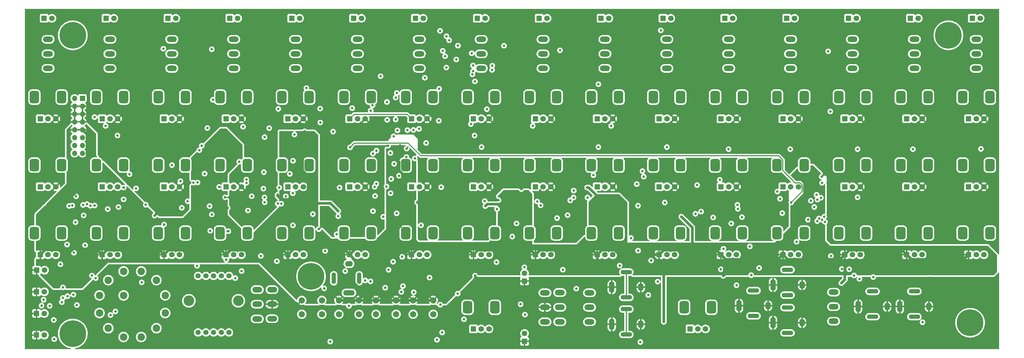
<source format=gbr>
%TF.GenerationSoftware,KiCad,Pcbnew,7.0.9*%
%TF.CreationDate,2024-01-01T10:09:09-06:00*%
%TF.ProjectId,SoundLab16StepSequencer,536f756e-644c-4616-9231-365374657053,rev?*%
%TF.SameCoordinates,Original*%
%TF.FileFunction,Copper,L3,Inr*%
%TF.FilePolarity,Positive*%
%FSLAX46Y46*%
G04 Gerber Fmt 4.6, Leading zero omitted, Abs format (unit mm)*
G04 Created by KiCad (PCBNEW 7.0.9) date 2024-01-01 10:09:09*
%MOMM*%
%LPD*%
G01*
G04 APERTURE LIST*
G04 Aperture macros list*
%AMRoundRect*
0 Rectangle with rounded corners*
0 $1 Rounding radius*
0 $2 $3 $4 $5 $6 $7 $8 $9 X,Y pos of 4 corners*
0 Add a 4 corners polygon primitive as box body*
4,1,4,$2,$3,$4,$5,$6,$7,$8,$9,$2,$3,0*
0 Add four circle primitives for the rounded corners*
1,1,$1+$1,$2,$3*
1,1,$1+$1,$4,$5*
1,1,$1+$1,$6,$7*
1,1,$1+$1,$8,$9*
0 Add four rect primitives between the rounded corners*
20,1,$1+$1,$2,$3,$4,$5,0*
20,1,$1+$1,$4,$5,$6,$7,0*
20,1,$1+$1,$6,$7,$8,$9,0*
20,1,$1+$1,$8,$9,$2,$3,0*%
G04 Aperture macros list end*
%TA.AperFunction,ComponentPad*%
%ADD10R,1.800000X1.800000*%
%TD*%
%TA.AperFunction,ComponentPad*%
%ADD11C,1.800000*%
%TD*%
%TA.AperFunction,ComponentPad*%
%ADD12RoundRect,0.750000X0.750000X-1.250000X0.750000X1.250000X-0.750000X1.250000X-0.750000X-1.250000X0*%
%TD*%
%TA.AperFunction,ComponentPad*%
%ADD13C,2.000000*%
%TD*%
%TA.AperFunction,ComponentPad*%
%ADD14O,1.750000X3.700000*%
%TD*%
%TA.AperFunction,ComponentPad*%
%ADD15O,1.750000X2.500000*%
%TD*%
%TA.AperFunction,ComponentPad*%
%ADD16O,3.700000X1.400000*%
%TD*%
%TA.AperFunction,ComponentPad*%
%ADD17O,3.200000X1.800000*%
%TD*%
%TA.AperFunction,ComponentPad*%
%ADD18C,1.700000*%
%TD*%
%TA.AperFunction,ComponentPad*%
%ADD19C,3.400000*%
%TD*%
%TA.AperFunction,ComponentPad*%
%ADD20C,8.600000*%
%TD*%
%TA.AperFunction,ComponentPad*%
%ADD21C,2.400000*%
%TD*%
%TA.AperFunction,ComponentPad*%
%ADD22O,3.700000X1.750000*%
%TD*%
%TA.AperFunction,ComponentPad*%
%ADD23O,2.500000X1.750000*%
%TD*%
%TA.AperFunction,ComponentPad*%
%ADD24O,1.400000X3.700000*%
%TD*%
%TA.AperFunction,ComponentPad*%
%ADD25R,1.700000X1.700000*%
%TD*%
%TA.AperFunction,ComponentPad*%
%ADD26O,1.700000X1.700000*%
%TD*%
%TA.AperFunction,ViaPad*%
%ADD27C,0.800000*%
%TD*%
%TA.AperFunction,Conductor*%
%ADD28C,0.812800*%
%TD*%
%TA.AperFunction,Conductor*%
%ADD29C,0.304800*%
%TD*%
G04 APERTURE END LIST*
D10*
%TO.N,+12V*%
%TO.C,RV43*%
X309500000Y-162000000D03*
D11*
%TO.N,Net-(U13-I12)*%
X312000000Y-162000000D03*
%TO.N,GNDREF*%
X314500000Y-162000000D03*
D12*
%TO.N,N/C*%
X307600000Y-155000000D03*
X316400000Y-155000000D03*
%TD*%
D13*
%TO.N,+12V*%
%TO.C,SW20*%
X190000000Y-176750000D03*
X196500000Y-176750000D03*
%TO.N,Net-(R82-Pad1)*%
X190000000Y-181250000D03*
X196500000Y-181250000D03*
%TD*%
D14*
%TO.N,GNDREF*%
%TO.C,J6*%
X306300000Y-171750000D03*
D15*
X315700000Y-171750000D03*
D16*
%TO.N,/SequencerAnalogGenerator/CV3*%
X311000000Y-166850000D03*
X311000000Y-175050000D03*
%TD*%
D17*
%TO.N,Net-(D22-K)*%
%TO.C,SW8*%
X152000000Y-92300000D03*
%TO.N,GB*%
X152000000Y-97000000D03*
%TO.N,N/C*%
X152000000Y-101700000D03*
%TD*%
D10*
%TO.N,Net-(RV10-Pad1)*%
%TO.C,RV22*%
X289500000Y-118000000D03*
D11*
%TO.N,Net-(R67-Pad1)*%
X292000000Y-118000000D03*
%TO.N,GNDREF*%
X294500000Y-118000000D03*
D12*
%TO.N,N/C*%
X287600000Y-111000000D03*
X296400000Y-111000000D03*
%TD*%
D10*
%TO.N,Net-(C32-Pad2)*%
%TO.C,RV33*%
X209500000Y-140000000D03*
D11*
%TO.N,Net-(R76-Pad2)*%
X212000000Y-140000000D03*
%TO.N,GNDREF*%
X214500000Y-140000000D03*
D12*
%TO.N,N/C*%
X207600000Y-133000000D03*
X216400000Y-133000000D03*
%TD*%
D17*
%TO.N,Net-(D1-K)*%
%TO.C,SW2*%
X139600000Y-182770000D03*
%TO.N,Net-(SW1-Pad4)*%
X139600000Y-178000000D03*
%TO.N,unconnected-(SW2-C-Pad3)*%
X139600000Y-173300000D03*
%TO.N,unconnected-(SW2-A-Pad4)*%
X144400000Y-182700000D03*
%TO.N,GNDREF*%
X144400000Y-178000000D03*
%TO.N,/SequencerClocking/RND*%
X144400000Y-173300000D03*
%TD*%
D13*
%TO.N,+12V*%
%TO.C,SW22*%
X166000000Y-176750000D03*
X172500000Y-176750000D03*
%TO.N,Net-(R80-Pad2)*%
X166000000Y-181250000D03*
X172500000Y-181250000D03*
%TD*%
D10*
%TO.N,GNDREF*%
%TO.C,D45*%
X68275000Y-174000000D03*
D11*
%TO.N,Net-(D45-A)*%
X70815000Y-174000000D03*
%TD*%
D10*
%TO.N,Net-(RV10-Pad1)*%
%TO.C,RV5*%
X369500000Y-118000000D03*
D11*
%TO.N,Net-(R51-Pad1)*%
X372000000Y-118000000D03*
%TO.N,GNDREF*%
X374500000Y-118000000D03*
D12*
%TO.N,N/C*%
X367600000Y-111000000D03*
X376400000Y-111000000D03*
%TD*%
D17*
%TO.N,Net-(D25-K)*%
%TO.C,SW11*%
X212000000Y-92300000D03*
%TO.N,GB*%
X212000000Y-97000000D03*
%TO.N,N/C*%
X212000000Y-101700000D03*
%TD*%
%TO.N,Net-(D23-K)*%
%TO.C,SW9*%
X172000000Y-92300000D03*
%TO.N,GB*%
X172000000Y-97000000D03*
%TO.N,N/C*%
X172000000Y-101700000D03*
%TD*%
D10*
%TO.N,+12V*%
%TO.C,RV45*%
X289500000Y-162000000D03*
D11*
%TO.N,Net-(U13-I11)*%
X292000000Y-162000000D03*
%TO.N,GNDREF*%
X294500000Y-162000000D03*
D12*
%TO.N,N/C*%
X287600000Y-155000000D03*
X296400000Y-155000000D03*
%TD*%
D10*
%TO.N,Net-(RV10-Pad1)*%
%TO.C,RV11*%
X349500000Y-140000000D03*
D11*
%TO.N,Net-(R55-Pad2)*%
X352000000Y-140000000D03*
%TO.N,GNDREF*%
X354500000Y-140000000D03*
D12*
%TO.N,N/C*%
X347600000Y-133000000D03*
X356400000Y-133000000D03*
%TD*%
D13*
%TO.N,+12V*%
%TO.C,SW21*%
X178000000Y-176750000D03*
X184500000Y-176750000D03*
%TO.N,Net-(R83-Pad1)*%
X178000000Y-181250000D03*
X184500000Y-181250000D03*
%TD*%
D10*
%TO.N,+12V*%
%TO.C,RV38*%
X89500000Y-162000000D03*
D11*
%TO.N,Net-(U13-I1)*%
X92000000Y-162000000D03*
%TO.N,GNDREF*%
X94500000Y-162000000D03*
D12*
%TO.N,N/C*%
X87600000Y-155000000D03*
X96400000Y-155000000D03*
%TD*%
D17*
%TO.N,Net-(D33-K)*%
%TO.C,SW19*%
X372000000Y-92300000D03*
%TO.N,GB*%
X372000000Y-97000000D03*
%TO.N,N/C*%
X372000000Y-101700000D03*
%TD*%
%TO.N,/SequencerInput/SBV2*%
%TO.C,SW26*%
X325900000Y-174100000D03*
%TO.N,/SequencerInput/SBV1*%
X325900000Y-178800000D03*
%TO.N,Net-(D62-A)*%
X325900000Y-183500000D03*
%TD*%
D18*
%TO.N,unconnected-(SW1-Pad1)*%
%TO.C,SW1*%
X130500000Y-187150000D03*
%TO.N,/SequencerClocking/STP*%
X128000000Y-187150000D03*
D19*
%TO.N,/SequencerClocking/CLR*%
X117500000Y-176900000D03*
D18*
X125500000Y-187150000D03*
D19*
X133500000Y-176900000D03*
D18*
%TO.N,Net-(SW1-Pad4)*%
X123000000Y-187150000D03*
%TO.N,/SequencerClocking/REV*%
X120500000Y-187150000D03*
%TO.N,N/C*%
X120500000Y-168850000D03*
X123000000Y-168850000D03*
X125500000Y-168850000D03*
X128000000Y-168850000D03*
X130500000Y-168850000D03*
%TD*%
D10*
%TO.N,Net-(RV10-Pad1)*%
%TO.C,RV26*%
X269500000Y-118000000D03*
D11*
%TO.N,Net-(R70-Pad2)*%
X272000000Y-118000000D03*
%TO.N,GNDREF*%
X274500000Y-118000000D03*
D12*
%TO.N,N/C*%
X267600000Y-111000000D03*
X276400000Y-111000000D03*
%TD*%
D17*
%TO.N,Net-(D27-K)*%
%TO.C,SW13*%
X252000000Y-92300000D03*
%TO.N,GB*%
X252000000Y-97000000D03*
%TO.N,N/C*%
X252000000Y-101700000D03*
%TD*%
D10*
%TO.N,Net-(D10-K)*%
%TO.C,D14*%
X190725000Y-85500000D03*
D11*
%TO.N,/SequencerInput/Q6*%
X193265000Y-85500000D03*
%TD*%
D10*
%TO.N,Net-(C32-Pad2)*%
%TO.C,RV20*%
X149500000Y-118000000D03*
D11*
%TO.N,Net-(R64-Pad2)*%
X152000000Y-118000000D03*
%TO.N,GNDREF*%
X154500000Y-118000000D03*
D12*
%TO.N,N/C*%
X147600000Y-111000000D03*
X156400000Y-111000000D03*
%TD*%
D10*
%TO.N,Net-(C32-Pad2)*%
%TO.C,RV12*%
X109500000Y-118000000D03*
D11*
%TO.N,Net-(R56-Pad2)*%
X112000000Y-118000000D03*
%TO.N,GNDREF*%
X114500000Y-118000000D03*
D12*
%TO.N,N/C*%
X107600000Y-111000000D03*
X116400000Y-111000000D03*
%TD*%
D17*
%TO.N,Net-(D30-K)*%
%TO.C,SW16*%
X312000000Y-92300000D03*
%TO.N,GB*%
X312000000Y-97000000D03*
%TO.N,N/C*%
X312000000Y-101700000D03*
%TD*%
%TO.N,Net-(D29-K)*%
%TO.C,SW15*%
X292000000Y-92300000D03*
%TO.N,GB*%
X292000000Y-97000000D03*
%TO.N,N/C*%
X292000000Y-101700000D03*
%TD*%
D10*
%TO.N,+12V*%
%TO.C,RV47*%
X269500000Y-162000000D03*
D11*
%TO.N,Net-(U13-I10)*%
X272000000Y-162000000D03*
%TO.N,GNDREF*%
X274500000Y-162000000D03*
D12*
%TO.N,N/C*%
X267600000Y-155000000D03*
X276400000Y-155000000D03*
%TD*%
D10*
%TO.N,+12V*%
%TO.C,RV42*%
X129500000Y-162000000D03*
D11*
%TO.N,Net-(U13-I3)*%
X132000000Y-162000000D03*
%TO.N,GNDREF*%
X134500000Y-162000000D03*
D12*
%TO.N,N/C*%
X127600000Y-155000000D03*
X136400000Y-155000000D03*
%TD*%
D10*
%TO.N,Net-(C32-Pad2)*%
%TO.C,RV8*%
X89500000Y-118000000D03*
D11*
%TO.N,Net-(R53-Pad1)*%
X92000000Y-118000000D03*
%TO.N,GNDREF*%
X94500000Y-118000000D03*
D12*
%TO.N,N/C*%
X87600000Y-111000000D03*
X96400000Y-111000000D03*
%TD*%
D10*
%TO.N,Net-(C32-Pad2)*%
%TO.C,RV25*%
X169500000Y-140000000D03*
D11*
%TO.N,Net-(R68-Pad2)*%
X172000000Y-140000000D03*
%TO.N,GNDREF*%
X174500000Y-140000000D03*
D12*
%TO.N,N/C*%
X167600000Y-133000000D03*
X176400000Y-133000000D03*
%TD*%
D10*
%TO.N,GNDREF*%
%TO.C,D61*%
X226000000Y-190000000D03*
D11*
%TO.N,Net-(D61-A)*%
X226000000Y-187460000D03*
%TD*%
D14*
%TO.N,GNDREF*%
%TO.C,J8*%
X295300000Y-178500000D03*
D15*
X304700000Y-178500000D03*
D16*
%TO.N,/SequencerAnalogGenerator/CV1*%
X300000000Y-173600000D03*
X300000000Y-181800000D03*
%TD*%
D10*
%TO.N,Net-(RV10-Pad1)*%
%TO.C,RV23*%
X289500000Y-140000000D03*
D11*
%TO.N,Net-(R66-Pad1)*%
X292000000Y-140000000D03*
%TO.N,GNDREF*%
X294500000Y-140000000D03*
D12*
%TO.N,N/C*%
X287600000Y-133000000D03*
X296400000Y-133000000D03*
%TD*%
D10*
%TO.N,+12V*%
%TO.C,RV37*%
X369500000Y-162000000D03*
D11*
%TO.N,Net-(U13-I15)*%
X372000000Y-162000000D03*
%TO.N,GNDREF*%
X374500000Y-162000000D03*
D12*
%TO.N,N/C*%
X367600000Y-155000000D03*
X376400000Y-155000000D03*
%TD*%
D14*
%TO.N,GNDREF*%
%TO.C,J7*%
X306300000Y-184000000D03*
D15*
X315700000Y-184000000D03*
D16*
%TO.N,/SequencerAnalogGenerator/CV2*%
X311000000Y-179100000D03*
X311000000Y-187300000D03*
%TD*%
D10*
%TO.N,Net-(D10-K)*%
%TO.C,D2*%
X70725000Y-85500000D03*
D11*
%TO.N,/SequencerClocking/FWD*%
X73265000Y-85500000D03*
%TD*%
D10*
%TO.N,GNDREF*%
%TO.C,D64*%
X226000000Y-170500000D03*
D11*
%TO.N,Net-(D64-A)*%
X226000000Y-167960000D03*
%TD*%
D14*
%TO.N,GNDREF*%
%TO.C,J4*%
X333800000Y-178750000D03*
D15*
X343200000Y-178750000D03*
D16*
%TO.N,/SequencerInput/Gate*%
X338500000Y-173850000D03*
X338500000Y-182050000D03*
%TD*%
D10*
%TO.N,Net-(RV10-Pad1)*%
%TO.C,RV18*%
X309500000Y-118000000D03*
D11*
%TO.N,Net-(R62-Pad2)*%
X312000000Y-118000000D03*
%TO.N,GNDREF*%
X314500000Y-118000000D03*
D12*
%TO.N,N/C*%
X307600000Y-111000000D03*
X316400000Y-111000000D03*
%TD*%
D17*
%TO.N,Net-(D19-K)*%
%TO.C,SW5*%
X92000000Y-92300000D03*
%TO.N,GB*%
X92000000Y-97000000D03*
%TO.N,N/C*%
X92000000Y-101700000D03*
%TD*%
D10*
%TO.N,Net-(C32-Pad2)*%
%TO.C,RV9*%
X89500000Y-140000000D03*
D11*
%TO.N,Net-(R52-Pad2)*%
X92000000Y-140000000D03*
%TO.N,GNDREF*%
X94500000Y-140000000D03*
D12*
%TO.N,N/C*%
X87600000Y-133000000D03*
X96400000Y-133000000D03*
%TD*%
D20*
%TO.N,N/C*%
%TO.C,H5*%
X80000000Y-187500000D03*
%TD*%
D10*
%TO.N,Net-(D10-K)*%
%TO.C,D5*%
X350725000Y-85500000D03*
D11*
%TO.N,/SequencerInput/Q14*%
X353265000Y-85500000D03*
%TD*%
D10*
%TO.N,Net-(C32-Pad2)*%
%TO.C,RV16*%
X129500000Y-118000000D03*
D11*
%TO.N,Net-(R61-Pad1)*%
X132000000Y-118000000D03*
%TO.N,GNDREF*%
X134500000Y-118000000D03*
D12*
%TO.N,N/C*%
X127600000Y-111000000D03*
X136400000Y-111000000D03*
%TD*%
D10*
%TO.N,GNDREF*%
%TO.C,D47*%
X68275000Y-188000000D03*
D11*
%TO.N,Net-(D47-A)*%
X70815000Y-188000000D03*
%TD*%
D17*
%TO.N,Net-(D26-K)*%
%TO.C,SW12*%
X232000000Y-92300000D03*
%TO.N,GB*%
X232000000Y-97000000D03*
%TO.N,N/C*%
X232000000Y-101700000D03*
%TD*%
D10*
%TO.N,Net-(C32-Pad2)*%
%TO.C,RV4*%
X69500000Y-140000000D03*
D11*
%TO.N,Net-(R49-Pad2)*%
X72000000Y-140000000D03*
%TO.N,GNDREF*%
X74500000Y-140000000D03*
D12*
%TO.N,N/C*%
X67600000Y-133000000D03*
X76400000Y-133000000D03*
%TD*%
D10*
%TO.N,Net-(D10-K)*%
%TO.C,D15*%
X250725000Y-85500000D03*
D11*
%TO.N,/SequencerInput/Q9*%
X253265000Y-85500000D03*
%TD*%
D10*
%TO.N,Net-(C32-Pad2)*%
%TO.C,RV21*%
X149500000Y-140000000D03*
D11*
%TO.N,Net-(R65-Pad2)*%
X152000000Y-140000000D03*
%TO.N,GNDREF*%
X154500000Y-140000000D03*
D12*
%TO.N,N/C*%
X147600000Y-133000000D03*
X156400000Y-133000000D03*
%TD*%
D10*
%TO.N,Net-(C32-Pad2)*%
%TO.C,RV17*%
X129500000Y-140000000D03*
D11*
%TO.N,Net-(R60-Pad2)*%
X132000000Y-140000000D03*
%TO.N,GNDREF*%
X134500000Y-140000000D03*
D12*
%TO.N,N/C*%
X127600000Y-133000000D03*
X136400000Y-133000000D03*
%TD*%
D17*
%TO.N,Net-(D24-K)*%
%TO.C,SW10*%
X192000000Y-92300000D03*
%TO.N,GB*%
X192000000Y-97000000D03*
%TO.N,N/C*%
X192000000Y-101700000D03*
%TD*%
%TO.N,Net-(SW25-A)*%
%TO.C,SW25*%
X247000000Y-183700000D03*
%TO.N,Net-(SW25-B)*%
X247000000Y-179000000D03*
%TO.N,Net-(Q2-C)*%
X247000000Y-174300000D03*
%TD*%
D10*
%TO.N,Net-(C32-Pad2)*%
%TO.C,RV28*%
X189500000Y-118000000D03*
D11*
%TO.N,Net-(R72-Pad2)*%
X192000000Y-118000000D03*
%TO.N,GNDREF*%
X194500000Y-118000000D03*
D12*
%TO.N,N/C*%
X187600000Y-111000000D03*
X196400000Y-111000000D03*
%TD*%
D10*
%TO.N,Net-(D10-K)*%
%TO.C,D7*%
X330725000Y-85500000D03*
D11*
%TO.N,/SequencerInput/Q13*%
X333265000Y-85500000D03*
%TD*%
D20*
%TO.N,N/C*%
%TO.C,H3*%
X370000000Y-184000000D03*
%TD*%
D10*
%TO.N,+12V*%
%TO.C,RV50*%
X209500000Y-162000000D03*
D11*
%TO.N,Net-(U13-I7)*%
X212000000Y-162000000D03*
%TO.N,GNDREF*%
X214500000Y-162000000D03*
D12*
%TO.N,N/C*%
X207600000Y-155000000D03*
X216400000Y-155000000D03*
%TD*%
D10*
%TO.N,Net-(RV10-Pad1)*%
%TO.C,RV34*%
X229500000Y-118000000D03*
D11*
%TO.N,Net-(R78-Pad2)*%
X232000000Y-118000000D03*
%TO.N,GNDREF*%
X234500000Y-118000000D03*
D12*
%TO.N,N/C*%
X227600000Y-111000000D03*
X236400000Y-111000000D03*
%TD*%
D10*
%TO.N,+12V*%
%TO.C,RV51*%
X229500000Y-162000000D03*
D11*
%TO.N,Net-(U13-I8)*%
X232000000Y-162000000D03*
%TO.N,GNDREF*%
X234500000Y-162000000D03*
D12*
%TO.N,N/C*%
X227600000Y-155000000D03*
X236400000Y-155000000D03*
%TD*%
D10*
%TO.N,Net-(C32-Pad2)*%
%TO.C,RV32*%
X209500000Y-118000000D03*
D11*
%TO.N,Net-(R77-Pad1)*%
X212000000Y-118000000D03*
%TO.N,GNDREF*%
X214500000Y-118000000D03*
D12*
%TO.N,N/C*%
X207600000Y-111000000D03*
X216400000Y-111000000D03*
%TD*%
D10*
%TO.N,Net-(D10-K)*%
%TO.C,D10*%
X150750000Y-85500000D03*
D11*
%TO.N,/SequencerInput/Q4*%
X153290000Y-85500000D03*
%TD*%
D17*
%TO.N,/VariClock1/QCK*%
%TO.C,SW24*%
X237400000Y-174230000D03*
%TO.N,Net-(SW25-A)*%
X237400000Y-179000000D03*
%TO.N,/VariClock2/Q2*%
X237400000Y-183700000D03*
%TO.N,unconnected-(SW24-A-Pad4)*%
X232600000Y-174300000D03*
%TO.N,GNDREF*%
X232600000Y-179000000D03*
%TO.N,Net-(U4B-S)*%
X232600000Y-183700000D03*
%TD*%
D10*
%TO.N,Net-(C32-Pad2)*%
%TO.C,RV29*%
X189500000Y-140000000D03*
D11*
%TO.N,Net-(R73-Pad2)*%
X192000000Y-140000000D03*
%TO.N,GNDREF*%
X194500000Y-140000000D03*
D12*
%TO.N,N/C*%
X187600000Y-133000000D03*
X196400000Y-133000000D03*
%TD*%
D10*
%TO.N,+12V*%
%TO.C,RV49*%
X249500000Y-162000000D03*
D11*
%TO.N,Net-(U13-I9)*%
X252000000Y-162000000D03*
%TO.N,GNDREF*%
X254500000Y-162000000D03*
D12*
%TO.N,N/C*%
X247600000Y-155000000D03*
X256400000Y-155000000D03*
%TD*%
D17*
%TO.N,Net-(D31-K)*%
%TO.C,SW17*%
X332000000Y-92300000D03*
%TO.N,GB*%
X332000000Y-97000000D03*
%TO.N,N/C*%
X332000000Y-101700000D03*
%TD*%
D10*
%TO.N,+12V*%
%TO.C,RV48*%
X189500000Y-162000000D03*
D11*
%TO.N,Net-(U13-I6)*%
X192000000Y-162000000D03*
%TO.N,GNDREF*%
X194500000Y-162000000D03*
D12*
%TO.N,N/C*%
X187600000Y-155000000D03*
X196400000Y-155000000D03*
%TD*%
D14*
%TO.N,GNDREF*%
%TO.C,J3*%
X347300000Y-178750000D03*
D15*
X356700000Y-178750000D03*
D16*
%TO.N,/SequencerInput/Trig*%
X352000000Y-173850000D03*
X352000000Y-182050000D03*
%TD*%
D10*
%TO.N,Net-(D10-K)*%
%TO.C,D11*%
X290725000Y-85500000D03*
D11*
%TO.N,/SequencerInput/Q11*%
X293265000Y-85500000D03*
%TD*%
D21*
%TO.N,/SequencerInput/Q4*%
%TO.C,SW3*%
X88635000Y-175153000D03*
%TO.N,/SequencerInput/Q5*%
X91472000Y-170222000D03*
%TO.N,/SequencerInput/Q6*%
X96403000Y-167385000D03*
%TO.N,/SequencerInput/Q7*%
X102097000Y-167385000D03*
%TO.N,/SequencerInput/Q8*%
X107028000Y-170222000D03*
%TO.N,/SequencerInput/Q9*%
X109865000Y-175153000D03*
%TO.N,/SequencerInput/Q10*%
X109865000Y-180847000D03*
%TO.N,/SequencerInput/Q11*%
X107028000Y-185778000D03*
%TO.N,/SequencerInput/Q12*%
X102097000Y-188615000D03*
%TO.N,/SequencerInput/Q13*%
X96403000Y-188615000D03*
%TO.N,/SequencerInput/Q14*%
X91472000Y-185778000D03*
%TO.N,/SequencerInput/Q15*%
X88635000Y-180847000D03*
%TO.N,Net-(D1-A)*%
X96422000Y-175172000D03*
%TD*%
D10*
%TO.N,+12V*%
%TO.C,RV40*%
X109500000Y-162000000D03*
D11*
%TO.N,Net-(U13-I2)*%
X112000000Y-162000000D03*
%TO.N,GNDREF*%
X114500000Y-162000000D03*
D12*
%TO.N,N/C*%
X107600000Y-155000000D03*
X116400000Y-155000000D03*
%TD*%
D10*
%TO.N,Net-(D10-K)*%
%TO.C,D17*%
X230725000Y-85500000D03*
D11*
%TO.N,/SequencerInput/Q8*%
X233265000Y-85500000D03*
%TD*%
D10*
%TO.N,Net-(D10-K)*%
%TO.C,D3*%
X370725000Y-85500000D03*
D11*
%TO.N,/SequencerInput/Q15*%
X373265000Y-85500000D03*
%TD*%
D13*
%TO.N,GNDREF*%
%TO.C,SW23*%
X154000000Y-176750000D03*
X160500000Y-176750000D03*
%TO.N,Net-(R105-Pad2)*%
X154000000Y-181250000D03*
X160500000Y-181250000D03*
%TD*%
D10*
%TO.N,GNDREF*%
%TO.C,D44*%
X68325000Y-167000000D03*
D11*
%TO.N,Net-(D44-A)*%
X70865000Y-167000000D03*
%TD*%
D10*
%TO.N,Net-(RV10-Pad1)*%
%TO.C,RV14*%
X329500000Y-118000000D03*
D11*
%TO.N,Net-(R59-Pad1)*%
X332000000Y-118000000D03*
%TO.N,GNDREF*%
X334500000Y-118000000D03*
D12*
%TO.N,N/C*%
X327600000Y-111000000D03*
X336400000Y-111000000D03*
%TD*%
D10*
%TO.N,Net-(RV10-Pad1)*%
%TO.C,RV31*%
X249500000Y-140000000D03*
D11*
%TO.N,Net-(R74-Pad1)*%
X252000000Y-140000000D03*
%TO.N,GNDREF*%
X254500000Y-140000000D03*
D12*
%TO.N,N/C*%
X247600000Y-133000000D03*
X256400000Y-133000000D03*
%TD*%
D17*
%TO.N,Net-(D20-K)*%
%TO.C,SW6*%
X112000000Y-92300000D03*
%TO.N,GB*%
X112000000Y-97000000D03*
%TO.N,N/C*%
X112000000Y-101700000D03*
%TD*%
D20*
%TO.N,N/C*%
%TO.C,H2*%
X363000000Y-91000000D03*
%TD*%
D10*
%TO.N,Net-(RV10-Pad1)*%
%TO.C,RV6*%
X369500000Y-140000000D03*
D11*
%TO.N,Net-(R50-Pad1)*%
X372000000Y-140000000D03*
%TO.N,GNDREF*%
X374500000Y-140000000D03*
D12*
%TO.N,N/C*%
X367600000Y-133000000D03*
X376400000Y-133000000D03*
%TD*%
D10*
%TO.N,Net-(D10-K)*%
%TO.C,D16*%
X210750000Y-85500000D03*
D11*
%TO.N,/SequencerInput/Q7*%
X213290000Y-85500000D03*
%TD*%
D10*
%TO.N,Net-(R33-Pad2)*%
%TO.C,RV2*%
X209500000Y-186000000D03*
D11*
%TO.N,/VariClock1/CLK*%
X212000000Y-186000000D03*
X214500000Y-186000000D03*
D12*
%TO.N,N/C*%
X207600000Y-179000000D03*
X216400000Y-179000000D03*
%TD*%
D17*
%TO.N,Net-(D21-K)*%
%TO.C,SW7*%
X132000000Y-92300000D03*
%TO.N,GB*%
X132000000Y-97000000D03*
%TO.N,N/C*%
X132000000Y-101700000D03*
%TD*%
D10*
%TO.N,Net-(RV10-Pad1)*%
%TO.C,RV27*%
X269500000Y-140000000D03*
D11*
%TO.N,Net-(R71-Pad2)*%
X272000000Y-140000000D03*
%TO.N,GNDREF*%
X274500000Y-140000000D03*
D12*
%TO.N,N/C*%
X267600000Y-133000000D03*
X276400000Y-133000000D03*
%TD*%
D10*
%TO.N,+12V*%
%TO.C,RV39*%
X349500000Y-162000000D03*
D11*
%TO.N,Net-(U13-I14)*%
X352000000Y-162000000D03*
%TO.N,GNDREF*%
X354500000Y-162000000D03*
D12*
%TO.N,N/C*%
X347600000Y-155000000D03*
X356400000Y-155000000D03*
%TD*%
D10*
%TO.N,Net-(D10-K)*%
%TO.C,D4*%
X90725000Y-85500000D03*
D11*
%TO.N,Net-(D19-A)*%
X93265000Y-85500000D03*
%TD*%
D17*
%TO.N,Net-(D18-K)*%
%TO.C,SW4*%
X72000000Y-92300000D03*
%TO.N,GB*%
X72000000Y-97000000D03*
%TO.N,N/C*%
X72000000Y-101700000D03*
%TD*%
D10*
%TO.N,Net-(C32-Pad2)*%
%TO.C,RV13*%
X109500000Y-140000000D03*
D11*
%TO.N,Net-(R57-Pad2)*%
X112000000Y-140000000D03*
%TO.N,GNDREF*%
X114500000Y-140000000D03*
D12*
%TO.N,N/C*%
X107600000Y-133000000D03*
X116400000Y-133000000D03*
%TD*%
D10*
%TO.N,Net-(C32-Pad2)*%
%TO.C,RV24*%
X169500000Y-118000000D03*
D11*
%TO.N,Net-(R69-Pad1)*%
X172000000Y-118000000D03*
%TO.N,GNDREF*%
X174500000Y-118000000D03*
D12*
%TO.N,N/C*%
X167600000Y-111000000D03*
X176400000Y-111000000D03*
%TD*%
D10*
%TO.N,Net-(U11B-+)*%
%TO.C,RV7*%
X279500000Y-186000000D03*
D11*
X282000000Y-186000000D03*
%TO.N,Net-(U11C-+)*%
X284500000Y-186000000D03*
D12*
%TO.N,N/C*%
X277600000Y-179000000D03*
X286400000Y-179000000D03*
%TD*%
D10*
%TO.N,Net-(RV10-Pad1)*%
%TO.C,RV35*%
X229500000Y-140000000D03*
D11*
%TO.N,Net-(R79-Pad2)*%
X232000000Y-140000000D03*
%TO.N,GNDREF*%
X234500000Y-140000000D03*
D12*
%TO.N,N/C*%
X227600000Y-133000000D03*
X236400000Y-133000000D03*
%TD*%
D10*
%TO.N,Net-(D10-K)*%
%TO.C,D6*%
X110750000Y-85500000D03*
D11*
%TO.N,Net-(D20-A)*%
X113290000Y-85500000D03*
%TD*%
D17*
%TO.N,Net-(D32-K)*%
%TO.C,SW18*%
X352000000Y-92300000D03*
%TO.N,GB*%
X352000000Y-97000000D03*
%TO.N,N/C*%
X352000000Y-101700000D03*
%TD*%
D10*
%TO.N,+12V*%
%TO.C,RV44*%
X149500000Y-162000000D03*
D11*
%TO.N,Net-(U13-I4)*%
X152000000Y-162000000D03*
%TO.N,GNDREF*%
X154500000Y-162000000D03*
D12*
%TO.N,N/C*%
X147600000Y-155000000D03*
X156400000Y-155000000D03*
%TD*%
D10*
%TO.N,+12V*%
%TO.C,RV41*%
X329500000Y-162000000D03*
D11*
%TO.N,Net-(U13-I13)*%
X332000000Y-162000000D03*
%TO.N,GNDREF*%
X334500000Y-162000000D03*
D12*
%TO.N,N/C*%
X327600000Y-155000000D03*
X336400000Y-155000000D03*
%TD*%
D10*
%TO.N,Net-(RV10-Pad1)*%
%TO.C,RV15*%
X329500000Y-140000000D03*
D11*
%TO.N,Net-(R58-Pad1)*%
X332000000Y-140000000D03*
%TO.N,GNDREF*%
X334500000Y-140000000D03*
D12*
%TO.N,N/C*%
X327600000Y-133000000D03*
X336400000Y-133000000D03*
%TD*%
D20*
%TO.N,N/C*%
%TO.C,H4*%
X157000000Y-169000000D03*
%TD*%
D10*
%TO.N,Net-(RV10-Pad1)*%
%TO.C,RV10*%
X349500000Y-118000000D03*
D11*
%TO.N,Net-(R54-Pad2)*%
X352000000Y-118000000D03*
%TO.N,GNDREF*%
X354500000Y-118000000D03*
D12*
%TO.N,N/C*%
X347600000Y-111000000D03*
X356400000Y-111000000D03*
%TD*%
D20*
%TO.N,N/C*%
%TO.C,H1*%
X80000000Y-91000000D03*
%TD*%
D10*
%TO.N,+12V*%
%TO.C,RV36*%
X69500000Y-162000000D03*
D11*
%TO.N,Net-(U13-I0)*%
X72000000Y-162000000D03*
%TO.N,GNDREF*%
X74500000Y-162000000D03*
D12*
%TO.N,N/C*%
X67600000Y-155000000D03*
X76400000Y-155000000D03*
%TD*%
D10*
%TO.N,GNDREF*%
%TO.C,D46*%
X68275000Y-181000000D03*
D11*
%TO.N,Net-(D46-A)*%
X70815000Y-181000000D03*
%TD*%
D10*
%TO.N,Net-(D10-K)*%
%TO.C,D8*%
X130725000Y-85500000D03*
D11*
%TO.N,Net-(D21-A)*%
X133265000Y-85500000D03*
%TD*%
D10*
%TO.N,Net-(D10-K)*%
%TO.C,D9*%
X310725000Y-85500000D03*
D11*
%TO.N,/SequencerInput/Q12*%
X313265000Y-85500000D03*
%TD*%
D14*
%TO.N,GNDREF*%
%TO.C,J5*%
X254200000Y-172500000D03*
D15*
X263600000Y-172500000D03*
D16*
%TO.N,/VariClock2/Clock_Out*%
X258900000Y-167600000D03*
X258900000Y-175800000D03*
%TD*%
D10*
%TO.N,Net-(C32-Pad2)*%
%TO.C,RV3*%
X69500000Y-118000000D03*
D11*
%TO.N,Net-(R48-Pad2)*%
X72000000Y-118000000D03*
%TO.N,GNDREF*%
X74500000Y-118000000D03*
D12*
%TO.N,N/C*%
X67600000Y-111000000D03*
X76400000Y-111000000D03*
%TD*%
D14*
%TO.N,GNDREF*%
%TO.C,J2*%
X254200000Y-184500000D03*
D15*
X263600000Y-184500000D03*
D16*
%TO.N,/VariClock2/EXT_CLK_Input*%
X258900000Y-179600000D03*
X258900000Y-187800000D03*
%TD*%
D17*
%TO.N,Net-(D28-K)*%
%TO.C,SW14*%
X272000000Y-92300000D03*
%TO.N,GB*%
X272000000Y-97000000D03*
%TO.N,N/C*%
X272000000Y-101700000D03*
%TD*%
D10*
%TO.N,Net-(D10-K)*%
%TO.C,D13*%
X270725000Y-85500000D03*
D11*
%TO.N,/SequencerInput/Q10*%
X273265000Y-85500000D03*
%TD*%
D10*
%TO.N,Net-(RV10-Pad1)*%
%TO.C,RV30*%
X249500000Y-118000000D03*
D11*
%TO.N,Net-(R75-Pad1)*%
X252000000Y-118000000D03*
%TO.N,GNDREF*%
X254500000Y-118000000D03*
D12*
%TO.N,N/C*%
X247600000Y-111000000D03*
X256400000Y-111000000D03*
%TD*%
D10*
%TO.N,Net-(RV10-Pad1)*%
%TO.C,RV19*%
X309500000Y-140000000D03*
D11*
%TO.N,Net-(R63-Pad2)*%
X312000000Y-140000000D03*
%TO.N,GNDREF*%
X314500000Y-140000000D03*
D12*
%TO.N,N/C*%
X307600000Y-133000000D03*
X316400000Y-133000000D03*
%TD*%
D22*
%TO.N,GNDREF*%
%TO.C,J1*%
X169250000Y-174325000D03*
D23*
X169250000Y-164925000D03*
D24*
%TO.N,/SequencerClocking/XSTP*%
X164350000Y-169625000D03*
X172550000Y-169625000D03*
%TD*%
D10*
%TO.N,Net-(D10-K)*%
%TO.C,D12*%
X170750000Y-85500000D03*
D11*
%TO.N,/SequencerInput/Q5*%
X173290000Y-85500000D03*
%TD*%
D10*
%TO.N,+12V*%
%TO.C,RV46*%
X169500000Y-162000000D03*
D11*
%TO.N,Net-(U13-I5)*%
X172000000Y-162000000D03*
%TO.N,GNDREF*%
X174500000Y-162000000D03*
D12*
%TO.N,N/C*%
X167600000Y-155000000D03*
X176400000Y-155000000D03*
%TD*%
D25*
%TO.N,-12V*%
%TO.C,J9*%
X83100000Y-111385000D03*
D26*
X80560000Y-111385000D03*
%TO.N,GNDREF*%
X83100000Y-113925000D03*
X80560000Y-113925000D03*
X83100000Y-116465000D03*
X80560000Y-116465000D03*
X83100000Y-119005000D03*
X80560000Y-119005000D03*
%TO.N,+12V*%
X83100000Y-121545000D03*
X80560000Y-121545000D03*
%TO.N,Net-(J9-Pin_11)*%
X83100000Y-124085000D03*
X80560000Y-124085000D03*
%TO.N,Net-(J9-Pin_13)*%
X83100000Y-126625000D03*
X80560000Y-126625000D03*
%TO.N,Net-(J9-Pin_15)*%
X83100000Y-129165000D03*
X80560000Y-129165000D03*
%TD*%
D27*
%TO.N,+12V*%
X154950014Y-122100015D03*
X146200000Y-142575000D03*
X185760000Y-126650000D03*
X345565700Y-164984300D03*
X147025000Y-167600000D03*
X89850000Y-147975000D03*
X276700000Y-149675000D03*
X283825000Y-165775000D03*
X130033800Y-124003823D03*
X165800000Y-147875000D03*
X184758800Y-131300000D03*
X203300000Y-171675000D03*
X226525000Y-143950000D03*
X154275000Y-145350000D03*
X213325000Y-146250000D03*
X122858795Y-139206621D03*
X84100000Y-167375000D03*
X96416200Y-142475000D03*
X75700000Y-168000000D03*
X152650000Y-147575000D03*
X317200000Y-137975000D03*
X328400000Y-171175000D03*
X249475000Y-167900000D03*
X257600000Y-148200000D03*
X246225000Y-140250000D03*
X80825000Y-141875000D03*
X130033800Y-146866200D03*
X290250000Y-168817000D03*
X103538800Y-149295000D03*
X271000000Y-183725000D03*
X185975000Y-139175000D03*
X218325000Y-166650000D03*
X120246269Y-149075871D03*
%TO.N,GNDREF*%
X163525000Y-88550000D03*
X341075000Y-102375000D03*
X129575000Y-163597600D03*
X83497600Y-149275000D03*
X117929800Y-138692383D03*
X102450000Y-124225000D03*
X178172600Y-123076813D03*
X183529883Y-164245117D03*
X186350000Y-115425000D03*
X171350000Y-149425000D03*
X211975000Y-177750000D03*
X289425000Y-166700000D03*
X160550000Y-123450000D03*
X68800000Y-184100000D03*
X67150000Y-177450000D03*
X266924998Y-163850000D03*
X281600000Y-123425000D03*
X251950000Y-182325000D03*
X344725000Y-187650000D03*
X317575000Y-185650000D03*
X145300000Y-101875000D03*
X141350000Y-180775000D03*
X343650000Y-123950000D03*
X233900000Y-143625000D03*
X135125000Y-123725000D03*
X356800000Y-169475000D03*
X212275000Y-109500000D03*
X163550000Y-139025000D03*
X161225000Y-108400000D03*
X240200000Y-133350000D03*
X220700000Y-111075000D03*
X134200000Y-142050000D03*
X91275000Y-147225000D03*
X202350000Y-113925000D03*
X142575000Y-91625000D03*
X224450000Y-108400000D03*
X224975000Y-140750000D03*
X293050000Y-184100000D03*
X319750000Y-175750000D03*
X303675000Y-187650000D03*
X290825000Y-134000000D03*
X301025000Y-88100000D03*
X177125000Y-145550000D03*
X94550000Y-185950000D03*
X209587922Y-114377487D03*
X176775000Y-120775000D03*
X187825000Y-130400000D03*
X164275000Y-120550000D03*
X187900000Y-127650000D03*
X140775000Y-162375000D03*
X181875000Y-126750000D03*
X100725000Y-112875000D03*
X76575000Y-181975000D03*
X98320006Y-180697600D03*
X202425000Y-144400000D03*
X283950000Y-139025000D03*
X109875000Y-168250000D03*
X106425000Y-149350000D03*
X282725000Y-134575000D03*
X199050000Y-91800000D03*
X213750000Y-149375000D03*
X222000000Y-138525000D03*
X176137600Y-142183476D03*
X113550000Y-185625000D03*
X149950000Y-186363000D03*
X168150000Y-120925000D03*
X190203317Y-174146683D03*
X86350000Y-190525000D03*
X256550000Y-140475000D03*
X127301267Y-140076267D03*
X101825000Y-89900000D03*
X202750000Y-133875000D03*
X109525000Y-152225000D03*
X176225000Y-170600000D03*
X168050000Y-167295117D03*
X94750000Y-146575000D03*
X124050000Y-173750000D03*
X70625000Y-145350000D03*
X341350000Y-89475000D03*
X231055144Y-141164368D03*
X191300000Y-145050000D03*
X180975000Y-172675000D03*
X161250000Y-172900000D03*
X286700000Y-171925000D03*
X225075000Y-95650000D03*
X144550000Y-123100000D03*
X96475000Y-140275000D03*
X217575000Y-144325000D03*
X167175000Y-143250000D03*
X262125000Y-141000000D03*
X210025000Y-168775000D03*
X357475000Y-87175000D03*
X145946115Y-164108569D03*
X367900000Y-174650000D03*
X320929883Y-100479883D03*
X229775000Y-146425000D03*
X322050000Y-136725000D03*
X135425000Y-180725000D03*
X202100000Y-123425000D03*
X225300000Y-124450000D03*
X67225000Y-123700000D03*
X176750000Y-98175000D03*
X159500000Y-153700000D03*
X96550000Y-100075000D03*
X180750000Y-87025000D03*
X129225000Y-143425000D03*
X301825000Y-166277400D03*
X234025000Y-136750000D03*
X303400002Y-170575001D03*
X207975000Y-144325000D03*
X151150000Y-152475000D03*
X124925000Y-149000000D03*
X130275000Y-154375000D03*
X342375000Y-149225000D03*
X263150000Y-100275000D03*
X242774998Y-151400000D03*
X144525000Y-136225000D03*
X363075000Y-145675000D03*
X141000000Y-99750000D03*
X223425000Y-151875000D03*
X342825000Y-139600000D03*
X182975000Y-102175000D03*
X246175000Y-91350000D03*
X165150000Y-99625000D03*
X84575000Y-145625000D03*
X318525000Y-144525000D03*
X124400000Y-154250000D03*
X233600000Y-156850000D03*
X258975000Y-124325000D03*
X320200000Y-124875000D03*
X132875000Y-135300000D03*
X281600000Y-101350000D03*
X282200000Y-127300000D03*
X238625000Y-148800000D03*
X204275000Y-90176000D03*
X284050000Y-91450000D03*
X186175000Y-174025000D03*
X104713883Y-181438883D03*
X291875000Y-110300000D03*
X87050000Y-146075000D03*
X178173321Y-137442916D03*
X150625000Y-178375000D03*
X220025000Y-135650000D03*
X264150000Y-92100000D03*
X246800000Y-187010000D03*
X238375000Y-166850000D03*
X140150000Y-129425000D03*
X222025000Y-156125000D03*
X357975000Y-100000000D03*
X347000000Y-146175000D03*
X76425000Y-95675000D03*
X185450000Y-136450000D03*
%TO.N,-12V*%
X217100000Y-147250000D03*
X164124986Y-122175000D03*
X299253092Y-168603092D03*
X266000000Y-175029800D03*
%TO.N,Net-(C7-Pad2)*%
X338725000Y-169225000D03*
X332499700Y-168708200D03*
%TO.N,/VariClock1/QCK*%
X240762700Y-144408600D03*
X165786300Y-149532900D03*
X169237700Y-178553400D03*
X177574760Y-140014994D03*
%TO.N,/VariClock1/SET*%
X177020033Y-147889733D03*
X178092254Y-139047716D03*
%TO.N,Net-(U8-E0)*%
X103572928Y-145837087D03*
X136625000Y-147675000D03*
%TO.N,Net-(C23-Pad1)*%
X141616677Y-140608213D03*
X146700000Y-140275000D03*
%TO.N,Net-(D41-A)*%
X151154500Y-131595100D03*
X151633100Y-123100000D03*
%TO.N,Net-(D42-K)*%
X142013051Y-145038437D03*
X157577400Y-148832000D03*
X147365600Y-145492900D03*
X163200000Y-190102400D03*
%TO.N,I{slash}O*%
X209975000Y-105925000D03*
X269025000Y-170700000D03*
X260400000Y-156600000D03*
%TO.N,Net-(C32-Pad2)*%
X166232600Y-140274400D03*
X115227400Y-146813994D03*
X150137603Y-135837603D03*
X225942400Y-166054700D03*
X181380000Y-139913700D03*
%TO.N,Net-(C42-Pad1)*%
X186468500Y-162668400D03*
X198757900Y-178178000D03*
%TO.N,/SequencerClocking/REV*%
X190550796Y-130846396D03*
%TO.N,/SequencerClocking/STP*%
X178172600Y-128314224D03*
%TO.N,/SequencerClocking/XSTP*%
X184700000Y-109675000D03*
%TO.N,Net-(D54-A)*%
X184361398Y-111148367D03*
X181606800Y-118355900D03*
%TO.N,Net-(C57-Pad1)*%
X231199200Y-146007200D03*
X206411300Y-182867200D03*
%TO.N,Net-(U18B--)*%
X230081200Y-144766100D03*
X213115500Y-144650900D03*
%TO.N,/SequencerClocking/FWD*%
X80364854Y-161317564D03*
X69900002Y-178475000D03*
%TO.N,/SequencerInput/Q15*%
X354637600Y-183844200D03*
%TO.N,Net-(D19-A)*%
X70556091Y-176559142D03*
%TO.N,/SequencerInput/Q14*%
X81300000Y-178275000D03*
%TO.N,Net-(D20-A)*%
X72524330Y-178549330D03*
%TO.N,/SequencerInput/Q13*%
X199366865Y-187142902D03*
%TO.N,Net-(D21-A)*%
X76450000Y-177350000D03*
%TO.N,/SequencerInput/Q12*%
X263425000Y-190250000D03*
X324125000Y-96200000D03*
%TO.N,/SequencerInput/Q4*%
X76802400Y-175975000D03*
%TO.N,/SequencerInput/Q5*%
X78269909Y-175389857D03*
%TO.N,/SequencerInput/Q10*%
X270050000Y-89425000D03*
%TO.N,/SequencerInput/Q6*%
X76802400Y-172554030D03*
X87400000Y-169550000D03*
%TO.N,/SequencerInput/Q9*%
X92175000Y-181500000D03*
%TO.N,/SequencerInput/Q7*%
X80188059Y-174932200D03*
%TO.N,/SequencerInput/Q8*%
X93775000Y-180350000D03*
X237464900Y-95856600D03*
X132504800Y-169551600D03*
%TO.N,/SequencerClocking/DN*%
X294799800Y-145849400D03*
X330925100Y-166694200D03*
%TO.N,/SequencerClocking/UP*%
X325014100Y-162415700D03*
X307694400Y-141569700D03*
%TO.N,/SequencerClocking/X2*%
X182645700Y-129087763D03*
X180347600Y-149725900D03*
X197707388Y-189516273D03*
X184914399Y-121770696D03*
%TO.N,Net-(D41-K)*%
X141970500Y-123940100D03*
X136102400Y-138734103D03*
X137827400Y-143071600D03*
%TO.N,Net-(D50-A)*%
X192562132Y-152462132D03*
X191900000Y-121275000D03*
%TO.N,Net-(D51-K)*%
X183683031Y-123675000D03*
X188157197Y-121679397D03*
%TO.N,Net-(D51-A)*%
X190100000Y-121625000D03*
X195304400Y-169393000D03*
%TO.N,/SequencerClocking/CLR*%
X209850000Y-123439900D03*
X181523370Y-112577970D03*
X134559000Y-167280400D03*
X236500000Y-150150000D03*
%TO.N,Net-(D62-A)*%
X183850008Y-132600004D03*
%TO.N,/VariClock2/Q2*%
X216949500Y-164388800D03*
X199054800Y-140156200D03*
%TO.N,GB*%
X328550000Y-166626400D03*
%TO.N,/SequencerInput/SBV2*%
X334254114Y-169812600D03*
%TO.N,Net-(U6-Q3)*%
X122600000Y-135775000D03*
X118979760Y-138701845D03*
X100425000Y-140525000D03*
%TO.N,Net-(U6-Q2)*%
X120300000Y-138625000D03*
X98320617Y-135937672D03*
X96422600Y-144081200D03*
X121695900Y-126725700D03*
%TO.N,Net-(U6-Q1)*%
X120892700Y-128174600D03*
X117127400Y-144696300D03*
%TO.N,Net-(U6-Q0)*%
X123482900Y-121008000D03*
X114797600Y-138195700D03*
%TO.N,Net-(U9-P2)*%
X76005279Y-165064244D03*
X78814600Y-146211200D03*
%TO.N,Net-(U9-P1)*%
X73832617Y-183095117D03*
X81048800Y-143085700D03*
%TO.N,Net-(U9-P0)*%
X74000000Y-189300000D03*
X85650700Y-146122700D03*
%TO.N,Net-(R35-Pad2)*%
X169600000Y-127275000D03*
X312200000Y-145100000D03*
%TO.N,Net-(U12-I0)*%
X109285600Y-95351800D03*
X87022633Y-117462867D03*
%TO.N,Net-(U12-I15)*%
X201635700Y-92611500D03*
X249874600Y-106830400D03*
%TO.N,Net-(U12-I1)*%
X124911200Y-95526300D03*
X90600800Y-120327800D03*
%TO.N,Net-(R52-Pad2)*%
X94423900Y-123431300D03*
%TO.N,Net-(U12-I14)*%
X204474700Y-94354400D03*
X219363300Y-94389700D03*
%TO.N,Net-(R55-Pad2)*%
X351526600Y-127851500D03*
%TO.N,Net-(U12-I2)*%
X199562654Y-96047595D03*
X176880416Y-113660884D03*
%TO.N,Net-(R57-Pad2)*%
X112050400Y-133012200D03*
%TO.N,Net-(U12-I3)*%
X198397900Y-108310100D03*
X209346800Y-100787202D03*
X155518600Y-108074100D03*
X135032500Y-120591500D03*
%TO.N,Net-(R60-Pad2)*%
X133788400Y-131872800D03*
%TO.N,Net-(R63-Pad2)*%
X311891300Y-127851500D03*
%TO.N,Net-(U12-I4)*%
X143471700Y-121051700D03*
X200324777Y-97777400D03*
X148849547Y-143105928D03*
%TO.N,Net-(R65-Pad2)*%
X151114400Y-142092000D03*
%TO.N,Net-(U12-I5)*%
X176275000Y-115375000D03*
X203937500Y-98827734D03*
%TO.N,Net-(R68-Pad2)*%
X177013500Y-129279000D03*
%TO.N,Net-(U12-I10)*%
X254005000Y-120327800D03*
X200725900Y-101439000D03*
%TO.N,Net-(R71-Pad2)*%
X272006600Y-127178600D03*
%TO.N,Net-(U12-I6)*%
X198281200Y-118657600D03*
X209352101Y-102600793D03*
%TO.N,Net-(R73-Pad2)*%
X194192500Y-125837300D03*
%TO.N,Net-(U12-I7)*%
X209138633Y-103628867D03*
X208670400Y-119738100D03*
%TO.N,Net-(R76-Pad2)*%
X212103900Y-127178600D03*
%TO.N,Net-(U12-I8)*%
X213833900Y-114898700D03*
X228642200Y-120327800D03*
%TO.N,Net-(R80-Pad2)*%
X174513300Y-170316400D03*
%TO.N,Net-(R83-Pad1)*%
X182066700Y-166885800D03*
%TO.N,/SequencerClocking/RND*%
X161551798Y-160762802D03*
%TO.N,Net-(U19-CLK)*%
X262691400Y-146137700D03*
X241900000Y-141250000D03*
%TO.N,Net-(R123-Pad1)*%
X239925000Y-149175000D03*
X226125000Y-181375000D03*
%TO.N,Net-(R127-Pad1)*%
X256760604Y-165499996D03*
X246358400Y-143478300D03*
%TO.N,/VariClock1/CLK*%
X182702400Y-142101682D03*
X182914800Y-137467800D03*
X136102400Y-137684100D03*
X141760289Y-135298790D03*
X141953102Y-143433637D03*
%TO.N,Net-(RV10-Pad1)*%
X324829600Y-115633800D03*
X262269800Y-139133000D03*
%TO.N,Net-(U13-I0)*%
X78150000Y-158700000D03*
X323100000Y-151375000D03*
%TO.N,Net-(U13-I15)*%
X333637300Y-143402500D03*
%TO.N,Net-(U13-I1)*%
X322841811Y-149679519D03*
%TO.N,Net-(U13-I2)*%
X322148547Y-150693675D03*
%TO.N,Net-(U13-I13)*%
X322149300Y-138750500D03*
%TO.N,Net-(U13-I3)*%
X321191581Y-150261561D03*
%TO.N,Net-(U13-I12)*%
X320652621Y-144174037D03*
%TO.N,Net-(U13-I4)*%
X320586209Y-151128157D03*
%TO.N,Net-(U13-I11)*%
X321781200Y-143560200D03*
%TO.N,Net-(U13-I5)*%
X317625000Y-150650000D03*
%TO.N,Net-(U13-I10)*%
X320379612Y-142608886D03*
%TO.N,Net-(U13-I6)*%
X313920300Y-157788500D03*
X319637600Y-146557000D03*
%TO.N,Net-(U13-I9)*%
X286958600Y-149927700D03*
X262704300Y-160672800D03*
%TO.N,Net-(U13-I7)*%
X309302000Y-148529600D03*
X298816700Y-159309400D03*
%TO.N,Net-(U13-I8)*%
X308571900Y-143902400D03*
X290311000Y-160080900D03*
%TO.N,/SequencerAnalogGenerator/QA*%
X294940700Y-147155400D03*
X170292500Y-114576200D03*
X215493600Y-102209600D03*
X120152159Y-165571742D03*
X179473433Y-104236333D03*
X193781223Y-104751324D03*
X296276867Y-149838367D03*
X248267400Y-136249200D03*
X159975700Y-119222600D03*
X208946600Y-96819100D03*
%TO.N,/SequencerAnalogGenerator/QB*%
X292801300Y-151906100D03*
X215578207Y-100817730D03*
X242730700Y-172957400D03*
X283068700Y-148036900D03*
X204400000Y-174600000D03*
%TO.N,/SequencerAnalogGenerator/QC*%
X146408300Y-114804900D03*
X264108300Y-134952100D03*
X159931483Y-114728283D03*
X200771100Y-91326600D03*
X102271000Y-170931400D03*
%TO.N,/SequencerAnalogGenerator/QD*%
X86175000Y-168747600D03*
X281784200Y-139466700D03*
X198695800Y-89575600D03*
X289107900Y-137766700D03*
X125286300Y-111875000D03*
X264534000Y-136741300D03*
%TO.N,Net-(U6-MR)*%
X124191133Y-146268633D03*
X146274832Y-145485835D03*
%TO.N,/VariClock1/CLR*%
X165260300Y-155362900D03*
X177694300Y-142989500D03*
X83975000Y-158925000D03*
X83320900Y-145886400D03*
%TO.N,Net-(U9-LOAD)*%
X79834000Y-146064000D03*
X80884800Y-151459800D03*
%TO.N,/SequencerAnalogGenerator/CV3*%
X294525000Y-171875000D03*
%TO.N,Net-(U14A-C)*%
X186703800Y-172151700D03*
X184368600Y-118231900D03*
%TO.N,Net-(SW25-B)*%
X241847600Y-143467800D03*
%TO.N,/SequencerClocking/DB*%
X281229300Y-148747700D03*
X271330000Y-145110700D03*
%TO.N,Net-(R50-Pad1)*%
X373524300Y-127751500D03*
%TO.N,Net-(R58-Pad1)*%
X333637300Y-127851500D03*
%TO.N,Net-(R66-Pad1)*%
X291944600Y-127851500D03*
%TO.N,Net-(R74-Pad1)*%
X249874600Y-127178600D03*
%TO.N,Net-(U4B-S)*%
X224725000Y-178000000D03*
X184680800Y-148622500D03*
%TD*%
D28*
%TO.N,+12V*%
X151509200Y-159990800D02*
X151793598Y-159706402D01*
X229500000Y-162000000D02*
X231006400Y-160493600D01*
X254687200Y-148200000D02*
X246737200Y-140250000D01*
X78937576Y-161256400D02*
X80062576Y-160131400D01*
X151509200Y-159990800D02*
X152650000Y-158850000D01*
X269500000Y-162000000D02*
X271006400Y-160493600D01*
X289500000Y-162000000D02*
X291006400Y-163506400D01*
X252250000Y-160493600D02*
X251006400Y-160493600D01*
X367993600Y-163506400D02*
X369500000Y-162000000D01*
X103538800Y-148978800D02*
X97035000Y-142475000D01*
X249500000Y-162000000D02*
X249500000Y-167875000D01*
X329556400Y-170018600D02*
X328400000Y-171175000D01*
X152650000Y-146975000D02*
X154275000Y-145350000D01*
X209500000Y-162000000D02*
X211006400Y-160493600D01*
X127993600Y-160493600D02*
X129500000Y-162000000D01*
X109500000Y-162000000D02*
X111006400Y-160493600D01*
X269500000Y-162000000D02*
X266050000Y-162000000D01*
X121475000Y-150225000D02*
X126275000Y-150225000D01*
X266050000Y-162000000D02*
X256630372Y-162000000D01*
X189500000Y-162000000D02*
X191275000Y-160225000D01*
X185975000Y-139175000D02*
X186506400Y-138643600D01*
X173000000Y-176250000D02*
X173000000Y-173200000D01*
X347993600Y-160493600D02*
X349500000Y-162000000D01*
X80062576Y-160131400D02*
X87631400Y-160131400D01*
X107993600Y-160493600D02*
X109500000Y-162000000D01*
X351006400Y-163506400D02*
X367993600Y-163506400D01*
X255123972Y-160493600D02*
X252250000Y-160493600D01*
X152650000Y-158850000D02*
X152650000Y-147575000D01*
X91006400Y-160493600D02*
X107993600Y-160493600D01*
X213925000Y-145650000D02*
X213325000Y-146250000D01*
X80825000Y-141875000D02*
X70897314Y-151802686D01*
X130033800Y-124003823D02*
X124181400Y-129856223D01*
X191275000Y-160225000D02*
X198575000Y-160225000D01*
X316511200Y-147392224D02*
X316511200Y-138663800D01*
X170650000Y-167424000D02*
X171725000Y-166349000D01*
X218600000Y-160493600D02*
X224825000Y-160493600D01*
X256630372Y-162000000D02*
X255123972Y-160493600D01*
X129500000Y-162000000D02*
X131006400Y-160493600D01*
X331006400Y-160493600D02*
X341075000Y-160493600D01*
X156006400Y-136556400D02*
X154275000Y-134825000D01*
X185493600Y-132034800D02*
X184758800Y-131300000D01*
X169500000Y-162000000D02*
X171875000Y-159625000D01*
X271006400Y-160493600D02*
X280200000Y-160493600D01*
X77218600Y-160412576D02*
X78062424Y-161256400D01*
X154275000Y-134825000D02*
X154275000Y-122775029D01*
X170650000Y-170850000D02*
X170650000Y-167424000D01*
X151793598Y-159706402D02*
X167206402Y-159706402D01*
X280200000Y-160493600D02*
X287993600Y-160493600D01*
X146200000Y-142968976D02*
X147362424Y-144131400D01*
X172500000Y-176750000D02*
X173000000Y-176250000D01*
X224825000Y-160493600D02*
X224825000Y-145650000D01*
X171725000Y-164225000D02*
X169500000Y-162000000D01*
X163275000Y-145350000D02*
X165800000Y-147875000D01*
X131006400Y-160493600D02*
X147993600Y-160493600D01*
X309500000Y-162000000D02*
X311006400Y-163506400D01*
X185493600Y-134811842D02*
X185493600Y-132034800D01*
X97035000Y-142475000D02*
X96416200Y-142475000D01*
X124181400Y-129856223D02*
X124181400Y-137884016D01*
X251006400Y-160493600D02*
X249500000Y-162000000D01*
X266050000Y-162000000D02*
X266796376Y-162000000D01*
X167206402Y-159706402D02*
X169500000Y-162000000D01*
X190000000Y-176750000D02*
X196500000Y-176750000D01*
X316511200Y-138663800D02*
X317200000Y-137975000D01*
X70897314Y-151802686D02*
X70897314Y-160602686D01*
X103538800Y-149295000D02*
X103538800Y-148978800D01*
X329500000Y-162000000D02*
X331006400Y-160493600D01*
X121475000Y-160493600D02*
X127993600Y-160493600D01*
D29*
X178200000Y-172775000D02*
X172575000Y-172775000D01*
D28*
X120325871Y-149075871D02*
X120246269Y-149075871D01*
X89500000Y-162000000D02*
X91006400Y-160493600D01*
X184500000Y-176750000D02*
X190000000Y-176750000D01*
X154275000Y-122775029D02*
X154950014Y-122100015D01*
X307993600Y-163506400D02*
X309500000Y-162000000D01*
X224825000Y-145650000D02*
X226525000Y-143950000D01*
X156006400Y-143618600D02*
X156006400Y-136556400D01*
X185975000Y-152706758D02*
X185975000Y-139175000D01*
X90812200Y-142475000D02*
X96416200Y-142475000D01*
X252250000Y-153550000D02*
X257600000Y-148200000D01*
X231006400Y-160493600D02*
X247993600Y-160493600D01*
X186506400Y-135824642D02*
X185493600Y-134811842D01*
X89850000Y-143437200D02*
X90812200Y-142475000D01*
X290531400Y-164544200D02*
X290531400Y-168535600D01*
X290250000Y-164262800D02*
X290531400Y-164544200D01*
X122858795Y-139691195D02*
X122858795Y-139206621D01*
X169300000Y-176750000D02*
X172500000Y-176750000D01*
X187125000Y-159625000D02*
X189500000Y-162000000D01*
X84556400Y-138143600D02*
X80825000Y-141875000D01*
X71087424Y-160412576D02*
X77218600Y-160412576D01*
X290531400Y-168535600D02*
X290250000Y-168817000D01*
X152650000Y-147575000D02*
X152650000Y-146975000D01*
X291006400Y-163506400D02*
X307993600Y-163506400D01*
X124181400Y-137884016D02*
X122858795Y-139206621D01*
X171725000Y-166349000D02*
X171725000Y-164225000D01*
X153056400Y-144131400D02*
X154275000Y-145350000D01*
X129633800Y-146866200D02*
X130033800Y-146866200D01*
X257600000Y-148200000D02*
X254687200Y-148200000D01*
X186506400Y-138643600D02*
X186506400Y-135824642D01*
D29*
X172575000Y-172775000D02*
X172500000Y-172700000D01*
D28*
X87631400Y-160131400D02*
X89500000Y-162000000D01*
X218325000Y-166650000D02*
X218600000Y-166375000D01*
X84556400Y-123001400D02*
X84556400Y-138143600D01*
X198575000Y-160225000D02*
X207725000Y-160225000D01*
X173000000Y-173200000D02*
X170650000Y-170850000D01*
X349500000Y-162000000D02*
X351006400Y-163506400D01*
X227993600Y-160493600D02*
X229500000Y-162000000D01*
X149500000Y-162000000D02*
X149500000Y-165125000D01*
X327993600Y-163506400D02*
X329500000Y-162000000D01*
X318781400Y-161500000D02*
X318781400Y-149662424D01*
X149500000Y-162000000D02*
X151509200Y-159990800D01*
X287993600Y-160493600D02*
X289500000Y-162000000D01*
X318781400Y-149662424D02*
X316511200Y-147392224D01*
X147362424Y-144131400D02*
X153056400Y-144131400D01*
X198575000Y-160225000D02*
X203300000Y-164950000D01*
X218600000Y-166375000D02*
X218600000Y-160493600D01*
X246737200Y-140250000D02*
X246225000Y-140250000D01*
X89500000Y-162000000D02*
X89500000Y-162275000D01*
X280200000Y-160493600D02*
X280200000Y-153175000D01*
X316775000Y-163506400D02*
X327993600Y-163506400D01*
X171875000Y-159625000D02*
X184600000Y-159625000D01*
X341075000Y-160493600D02*
X347993600Y-160493600D01*
X126275000Y-150225000D02*
X129633800Y-146866200D01*
X69500000Y-162000000D02*
X71087424Y-160412576D01*
X121475000Y-160493600D02*
X121475000Y-150225000D01*
X252250000Y-160493600D02*
X252250000Y-153550000D01*
X130033800Y-146866200D02*
X122858795Y-139691195D01*
X169300000Y-176750000D02*
X178000000Y-176750000D01*
X78062424Y-161256400D02*
X78937576Y-161256400D01*
X316775000Y-163506400D02*
X318781400Y-161500000D01*
X166000000Y-176750000D02*
X169300000Y-176750000D01*
X329556400Y-165069200D02*
X329556400Y-170018600D01*
X327993600Y-163506400D02*
X329556400Y-165069200D01*
X291006400Y-163506400D02*
X290250000Y-164262800D01*
X207725000Y-160225000D02*
X209500000Y-162000000D01*
X280200000Y-153175000D02*
X276700000Y-149675000D01*
X89850000Y-143437200D02*
X89850000Y-147975000D01*
X283825000Y-165775000D02*
X288737800Y-165775000D01*
X247993600Y-160493600D02*
X249500000Y-162000000D01*
X224825000Y-160493600D02*
X227993600Y-160493600D01*
X266796376Y-162000000D02*
X271000000Y-166203624D01*
X147993600Y-160493600D02*
X149500000Y-162000000D01*
X154275000Y-145350000D02*
X163275000Y-145350000D01*
X184600000Y-154081758D02*
X185975000Y-152706758D01*
X121475000Y-150225000D02*
X120325871Y-149075871D01*
X203300000Y-164950000D02*
X203300000Y-171675000D01*
X111006400Y-160493600D02*
X121475000Y-160493600D01*
X185760000Y-130298800D02*
X184758800Y-131300000D01*
X84556400Y-138143600D02*
X89850000Y-143437200D01*
X83100000Y-121545000D02*
X84556400Y-123001400D01*
X184600000Y-159625000D02*
X187125000Y-159625000D01*
X249500000Y-167875000D02*
X249475000Y-167900000D01*
X311006400Y-163506400D02*
X316775000Y-163506400D01*
X154275000Y-145350000D02*
X156006400Y-143618600D01*
X288737800Y-165775000D02*
X290250000Y-164262800D01*
X149500000Y-165125000D02*
X147025000Y-167600000D01*
X211006400Y-160493600D02*
X218600000Y-160493600D01*
X70897314Y-160602686D02*
X69500000Y-162000000D01*
X224825000Y-145650000D02*
X213925000Y-145650000D01*
X184600000Y-159625000D02*
X184600000Y-154081758D01*
X271000000Y-166203624D02*
X271000000Y-183725000D01*
X146200000Y-142575000D02*
X146200000Y-142968976D01*
X178000000Y-176750000D02*
X184500000Y-176750000D01*
X185760000Y-126650000D02*
X185760000Y-130298800D01*
X341075000Y-160493600D02*
X345565700Y-164984300D01*
D29*
%TO.N,Net-(C32-Pad2)*%
X188047600Y-116547600D02*
X189500000Y-118000000D01*
X170952400Y-116547600D02*
X188047600Y-116547600D01*
X169500000Y-118000000D02*
X170952400Y-116547600D01*
%TO.N,Net-(R35-Pad2)*%
X309452400Y-131293370D02*
X309452400Y-134727400D01*
X170983800Y-125891200D02*
X188375965Y-125891200D01*
X315752400Y-141547600D02*
X312200000Y-145100000D01*
X188375965Y-125891200D02*
X192482365Y-129997600D01*
X169600000Y-127275000D02*
X170983800Y-125891200D01*
X308156630Y-129997600D02*
X309452400Y-131293370D01*
X315752400Y-139481238D02*
X315752400Y-141547600D01*
X192482365Y-129997600D02*
X308156630Y-129997600D01*
X313472600Y-138747600D02*
X315018762Y-138747600D01*
X309452400Y-134727400D02*
X313472600Y-138747600D01*
X315018762Y-138747600D02*
X315752400Y-139481238D01*
%TO.N,/VariClock2/EXT_CLK_Input*%
X258900000Y-179600000D02*
X258900000Y-187800000D01*
%TO.N,/VariClock2/Clock_Out*%
X258900000Y-167600000D02*
X258900000Y-175800000D01*
%TD*%
%TA.AperFunction,Conductor*%
%TO.N,GNDREF*%
G36*
X379342539Y-82520185D02*
G01*
X379388294Y-82572989D01*
X379399500Y-82624500D01*
X379399500Y-161779062D01*
X379379815Y-161846101D01*
X379327011Y-161891856D01*
X379257853Y-161901800D01*
X379194297Y-161872775D01*
X379166668Y-161838490D01*
X379157348Y-161821422D01*
X379157347Y-161821420D01*
X379071123Y-161706239D01*
X379071117Y-161706233D01*
X379071113Y-161706228D01*
X376109181Y-158744296D01*
X376109180Y-158744296D01*
X376089044Y-158726209D01*
X376089045Y-158726209D01*
X376057861Y-158701080D01*
X376013974Y-158669433D01*
X375883100Y-158609663D01*
X375816063Y-158589978D01*
X375816057Y-158589976D01*
X375730604Y-158577690D01*
X375673638Y-158569500D01*
X375673636Y-158569500D01*
X325060746Y-158569500D01*
X324993707Y-158549815D01*
X324973065Y-158533181D01*
X323716819Y-157276935D01*
X323683334Y-157215612D01*
X323680500Y-157189254D01*
X323680500Y-153685781D01*
X325599500Y-153685781D01*
X325599501Y-156314218D01*
X325609904Y-156446413D01*
X325609905Y-156446420D01*
X325664902Y-156664678D01*
X325664903Y-156664681D01*
X325757991Y-156869622D01*
X325757997Y-156869632D01*
X325886174Y-157054645D01*
X325886178Y-157054650D01*
X325886181Y-157054654D01*
X326045346Y-157213819D01*
X326045350Y-157213822D01*
X326045354Y-157213825D01*
X326084025Y-157240616D01*
X326230374Y-157342007D01*
X326435317Y-157435096D01*
X326435321Y-157435097D01*
X326653579Y-157490094D01*
X326653581Y-157490094D01*
X326653588Y-157490096D01*
X326764973Y-157498862D01*
X326785781Y-157500500D01*
X326785782Y-157500499D01*
X326785783Y-157500500D01*
X327599999Y-157500499D01*
X328414218Y-157500499D01*
X328433505Y-157498980D01*
X328546412Y-157490096D01*
X328764683Y-157435096D01*
X328969626Y-157342007D01*
X329154654Y-157213819D01*
X329313819Y-157054654D01*
X329442007Y-156869626D01*
X329535096Y-156664683D01*
X329590096Y-156446412D01*
X329600500Y-156314217D01*
X329600499Y-153685784D01*
X329600499Y-153685781D01*
X334399500Y-153685781D01*
X334399501Y-156314218D01*
X334409904Y-156446413D01*
X334409905Y-156446420D01*
X334464902Y-156664678D01*
X334464903Y-156664681D01*
X334557991Y-156869622D01*
X334557997Y-156869632D01*
X334686174Y-157054645D01*
X334686178Y-157054650D01*
X334686181Y-157054654D01*
X334845346Y-157213819D01*
X334845350Y-157213822D01*
X334845354Y-157213825D01*
X334884025Y-157240616D01*
X335030374Y-157342007D01*
X335235317Y-157435096D01*
X335235321Y-157435097D01*
X335453579Y-157490094D01*
X335453581Y-157490094D01*
X335453588Y-157490096D01*
X335564973Y-157498862D01*
X335585781Y-157500500D01*
X335585782Y-157500499D01*
X335585783Y-157500500D01*
X336399999Y-157500499D01*
X337214218Y-157500499D01*
X337233505Y-157498980D01*
X337346412Y-157490096D01*
X337564683Y-157435096D01*
X337769626Y-157342007D01*
X337954654Y-157213819D01*
X338113819Y-157054654D01*
X338242007Y-156869626D01*
X338335096Y-156664683D01*
X338390096Y-156446412D01*
X338400500Y-156314217D01*
X338400499Y-153685784D01*
X338400499Y-153685781D01*
X345599500Y-153685781D01*
X345599501Y-156314218D01*
X345609904Y-156446413D01*
X345609905Y-156446420D01*
X345664902Y-156664678D01*
X345664903Y-156664681D01*
X345757991Y-156869622D01*
X345757997Y-156869632D01*
X345886174Y-157054645D01*
X345886178Y-157054650D01*
X345886181Y-157054654D01*
X346045346Y-157213819D01*
X346045350Y-157213822D01*
X346045354Y-157213825D01*
X346084025Y-157240616D01*
X346230374Y-157342007D01*
X346435317Y-157435096D01*
X346435321Y-157435097D01*
X346653579Y-157490094D01*
X346653581Y-157490094D01*
X346653588Y-157490096D01*
X346764973Y-157498862D01*
X346785781Y-157500500D01*
X346785782Y-157500499D01*
X346785783Y-157500500D01*
X347599999Y-157500499D01*
X348414218Y-157500499D01*
X348433505Y-157498980D01*
X348546412Y-157490096D01*
X348764683Y-157435096D01*
X348969626Y-157342007D01*
X349154654Y-157213819D01*
X349313819Y-157054654D01*
X349442007Y-156869626D01*
X349535096Y-156664683D01*
X349590096Y-156446412D01*
X349600500Y-156314217D01*
X349600499Y-153685784D01*
X349600499Y-153685781D01*
X354399500Y-153685781D01*
X354399501Y-156314218D01*
X354409904Y-156446413D01*
X354409905Y-156446420D01*
X354464902Y-156664678D01*
X354464903Y-156664681D01*
X354557991Y-156869622D01*
X354557997Y-156869632D01*
X354686174Y-157054645D01*
X354686178Y-157054650D01*
X354686181Y-157054654D01*
X354845346Y-157213819D01*
X354845350Y-157213822D01*
X354845354Y-157213825D01*
X354884025Y-157240616D01*
X355030374Y-157342007D01*
X355235317Y-157435096D01*
X355235321Y-157435097D01*
X355453579Y-157490094D01*
X355453581Y-157490094D01*
X355453588Y-157490096D01*
X355564973Y-157498862D01*
X355585781Y-157500500D01*
X355585782Y-157500499D01*
X355585783Y-157500500D01*
X356399999Y-157500499D01*
X357214218Y-157500499D01*
X357233505Y-157498980D01*
X357346412Y-157490096D01*
X357564683Y-157435096D01*
X357769626Y-157342007D01*
X357954654Y-157213819D01*
X358113819Y-157054654D01*
X358242007Y-156869626D01*
X358335096Y-156664683D01*
X358390096Y-156446412D01*
X358400500Y-156314217D01*
X358400499Y-153685784D01*
X358400499Y-153685781D01*
X365599500Y-153685781D01*
X365599501Y-156314218D01*
X365609904Y-156446413D01*
X365609905Y-156446420D01*
X365664902Y-156664678D01*
X365664903Y-156664681D01*
X365757991Y-156869622D01*
X365757997Y-156869632D01*
X365886174Y-157054645D01*
X365886178Y-157054650D01*
X365886181Y-157054654D01*
X366045346Y-157213819D01*
X366045350Y-157213822D01*
X366045354Y-157213825D01*
X366084025Y-157240616D01*
X366230374Y-157342007D01*
X366435317Y-157435096D01*
X366435321Y-157435097D01*
X366653579Y-157490094D01*
X366653581Y-157490094D01*
X366653588Y-157490096D01*
X366764973Y-157498862D01*
X366785781Y-157500500D01*
X366785782Y-157500499D01*
X366785783Y-157500500D01*
X367599999Y-157500499D01*
X368414218Y-157500499D01*
X368433505Y-157498980D01*
X368546412Y-157490096D01*
X368764683Y-157435096D01*
X368969626Y-157342007D01*
X369154654Y-157213819D01*
X369313819Y-157054654D01*
X369442007Y-156869626D01*
X369535096Y-156664683D01*
X369590096Y-156446412D01*
X369600500Y-156314217D01*
X369600499Y-153685784D01*
X369600499Y-153685781D01*
X374399500Y-153685781D01*
X374399501Y-156314218D01*
X374409904Y-156446413D01*
X374409905Y-156446420D01*
X374464902Y-156664678D01*
X374464903Y-156664681D01*
X374557991Y-156869622D01*
X374557997Y-156869632D01*
X374686174Y-157054645D01*
X374686178Y-157054650D01*
X374686181Y-157054654D01*
X374845346Y-157213819D01*
X374845350Y-157213822D01*
X374845354Y-157213825D01*
X374884025Y-157240616D01*
X375030374Y-157342007D01*
X375235317Y-157435096D01*
X375235321Y-157435097D01*
X375453579Y-157490094D01*
X375453581Y-157490094D01*
X375453588Y-157490096D01*
X375564973Y-157498862D01*
X375585781Y-157500500D01*
X375585782Y-157500499D01*
X375585783Y-157500500D01*
X376399999Y-157500499D01*
X377214218Y-157500499D01*
X377233505Y-157498980D01*
X377346412Y-157490096D01*
X377564683Y-157435096D01*
X377769626Y-157342007D01*
X377954654Y-157213819D01*
X378113819Y-157054654D01*
X378242007Y-156869626D01*
X378335096Y-156664683D01*
X378390096Y-156446412D01*
X378400500Y-156314217D01*
X378400499Y-153685784D01*
X378390096Y-153553588D01*
X378383438Y-153527167D01*
X378335097Y-153335321D01*
X378335096Y-153335318D01*
X378330937Y-153326162D01*
X378242007Y-153130374D01*
X378174092Y-153032345D01*
X378113825Y-152945354D01*
X378113822Y-152945350D01*
X378113819Y-152945346D01*
X377954654Y-152786181D01*
X377954650Y-152786178D01*
X377954645Y-152786174D01*
X377769632Y-152657997D01*
X377769630Y-152657995D01*
X377769626Y-152657993D01*
X377754862Y-152651287D01*
X377564681Y-152564903D01*
X377564678Y-152564902D01*
X377346420Y-152509905D01*
X377346413Y-152509904D01*
X377214219Y-152499500D01*
X377214217Y-152499500D01*
X376400000Y-152499500D01*
X375585782Y-152499501D01*
X375453586Y-152509904D01*
X375453579Y-152509905D01*
X375235321Y-152564902D01*
X375235318Y-152564903D01*
X375030377Y-152657991D01*
X375030367Y-152657997D01*
X374845354Y-152786174D01*
X374845342Y-152786184D01*
X374686184Y-152945342D01*
X374686174Y-152945354D01*
X374557997Y-153130367D01*
X374557991Y-153130377D01*
X374464903Y-153335318D01*
X374464902Y-153335321D01*
X374409905Y-153553579D01*
X374409904Y-153553586D01*
X374399500Y-153685781D01*
X369600499Y-153685781D01*
X369590096Y-153553588D01*
X369583438Y-153527167D01*
X369535097Y-153335321D01*
X369535096Y-153335318D01*
X369530937Y-153326162D01*
X369442007Y-153130374D01*
X369374092Y-153032345D01*
X369313825Y-152945354D01*
X369313822Y-152945350D01*
X369313819Y-152945346D01*
X369154654Y-152786181D01*
X369154650Y-152786178D01*
X369154645Y-152786174D01*
X368969632Y-152657997D01*
X368969630Y-152657995D01*
X368969626Y-152657993D01*
X368954862Y-152651287D01*
X368764681Y-152564903D01*
X368764678Y-152564902D01*
X368546420Y-152509905D01*
X368546413Y-152509904D01*
X368414219Y-152499500D01*
X368414217Y-152499500D01*
X367600000Y-152499500D01*
X366785782Y-152499501D01*
X366653586Y-152509904D01*
X366653579Y-152509905D01*
X366435321Y-152564902D01*
X366435318Y-152564903D01*
X366230377Y-152657991D01*
X366230367Y-152657997D01*
X366045354Y-152786174D01*
X366045342Y-152786184D01*
X365886184Y-152945342D01*
X365886174Y-152945354D01*
X365757997Y-153130367D01*
X365757991Y-153130377D01*
X365664903Y-153335318D01*
X365664902Y-153335321D01*
X365609905Y-153553579D01*
X365609904Y-153553586D01*
X365599500Y-153685781D01*
X358400499Y-153685781D01*
X358390096Y-153553588D01*
X358383438Y-153527167D01*
X358335097Y-153335321D01*
X358335096Y-153335318D01*
X358330937Y-153326162D01*
X358242007Y-153130374D01*
X358174092Y-153032345D01*
X358113825Y-152945354D01*
X358113822Y-152945350D01*
X358113819Y-152945346D01*
X357954654Y-152786181D01*
X357954650Y-152786178D01*
X357954645Y-152786174D01*
X357769632Y-152657997D01*
X357769630Y-152657995D01*
X357769626Y-152657993D01*
X357754862Y-152651287D01*
X357564681Y-152564903D01*
X357564678Y-152564902D01*
X357346420Y-152509905D01*
X357346413Y-152509904D01*
X357214219Y-152499500D01*
X357214217Y-152499500D01*
X356400000Y-152499500D01*
X355585782Y-152499501D01*
X355453586Y-152509904D01*
X355453579Y-152509905D01*
X355235321Y-152564902D01*
X355235318Y-152564903D01*
X355030377Y-152657991D01*
X355030367Y-152657997D01*
X354845354Y-152786174D01*
X354845342Y-152786184D01*
X354686184Y-152945342D01*
X354686174Y-152945354D01*
X354557997Y-153130367D01*
X354557991Y-153130377D01*
X354464903Y-153335318D01*
X354464902Y-153335321D01*
X354409905Y-153553579D01*
X354409904Y-153553586D01*
X354399500Y-153685781D01*
X349600499Y-153685781D01*
X349590096Y-153553588D01*
X349583438Y-153527167D01*
X349535097Y-153335321D01*
X349535096Y-153335318D01*
X349530937Y-153326162D01*
X349442007Y-153130374D01*
X349374092Y-153032345D01*
X349313825Y-152945354D01*
X349313822Y-152945350D01*
X349313819Y-152945346D01*
X349154654Y-152786181D01*
X349154650Y-152786178D01*
X349154645Y-152786174D01*
X348969632Y-152657997D01*
X348969630Y-152657995D01*
X348969626Y-152657993D01*
X348954862Y-152651287D01*
X348764681Y-152564903D01*
X348764678Y-152564902D01*
X348546420Y-152509905D01*
X348546413Y-152509904D01*
X348414219Y-152499500D01*
X348414217Y-152499500D01*
X347600000Y-152499500D01*
X346785782Y-152499501D01*
X346653586Y-152509904D01*
X346653579Y-152509905D01*
X346435321Y-152564902D01*
X346435318Y-152564903D01*
X346230377Y-152657991D01*
X346230367Y-152657997D01*
X346045354Y-152786174D01*
X346045342Y-152786184D01*
X345886184Y-152945342D01*
X345886174Y-152945354D01*
X345757997Y-153130367D01*
X345757991Y-153130377D01*
X345664903Y-153335318D01*
X345664902Y-153335321D01*
X345609905Y-153553579D01*
X345609904Y-153553586D01*
X345599500Y-153685781D01*
X338400499Y-153685781D01*
X338390096Y-153553588D01*
X338383438Y-153527167D01*
X338335097Y-153335321D01*
X338335096Y-153335318D01*
X338330937Y-153326162D01*
X338242007Y-153130374D01*
X338174092Y-153032345D01*
X338113825Y-152945354D01*
X338113822Y-152945350D01*
X338113819Y-152945346D01*
X337954654Y-152786181D01*
X337954650Y-152786178D01*
X337954645Y-152786174D01*
X337769632Y-152657997D01*
X337769630Y-152657995D01*
X337769626Y-152657993D01*
X337754862Y-152651287D01*
X337564681Y-152564903D01*
X337564678Y-152564902D01*
X337346420Y-152509905D01*
X337346413Y-152509904D01*
X337214219Y-152499500D01*
X337214217Y-152499500D01*
X336400000Y-152499500D01*
X335585782Y-152499501D01*
X335453586Y-152509904D01*
X335453579Y-152509905D01*
X335235321Y-152564902D01*
X335235318Y-152564903D01*
X335030377Y-152657991D01*
X335030367Y-152657997D01*
X334845354Y-152786174D01*
X334845342Y-152786184D01*
X334686184Y-152945342D01*
X334686174Y-152945354D01*
X334557997Y-153130367D01*
X334557991Y-153130377D01*
X334464903Y-153335318D01*
X334464902Y-153335321D01*
X334409905Y-153553579D01*
X334409904Y-153553586D01*
X334399500Y-153685781D01*
X329600499Y-153685781D01*
X329590096Y-153553588D01*
X329583438Y-153527167D01*
X329535097Y-153335321D01*
X329535096Y-153335318D01*
X329530937Y-153326162D01*
X329442007Y-153130374D01*
X329374092Y-153032345D01*
X329313825Y-152945354D01*
X329313822Y-152945350D01*
X329313819Y-152945346D01*
X329154654Y-152786181D01*
X329154650Y-152786178D01*
X329154645Y-152786174D01*
X328969632Y-152657997D01*
X328969630Y-152657995D01*
X328969626Y-152657993D01*
X328954862Y-152651287D01*
X328764681Y-152564903D01*
X328764678Y-152564902D01*
X328546420Y-152509905D01*
X328546413Y-152509904D01*
X328414219Y-152499500D01*
X328414217Y-152499500D01*
X327600000Y-152499500D01*
X326785782Y-152499501D01*
X326653586Y-152509904D01*
X326653579Y-152509905D01*
X326435321Y-152564902D01*
X326435318Y-152564903D01*
X326230377Y-152657991D01*
X326230367Y-152657997D01*
X326045354Y-152786174D01*
X326045342Y-152786184D01*
X325886184Y-152945342D01*
X325886174Y-152945354D01*
X325757997Y-153130367D01*
X325757991Y-153130377D01*
X325664903Y-153335318D01*
X325664902Y-153335321D01*
X325609905Y-153553579D01*
X325609904Y-153553586D01*
X325599500Y-153685781D01*
X323680500Y-153685781D01*
X323680500Y-152399510D01*
X323680500Y-152399500D01*
X323668947Y-152292044D01*
X323657741Y-152240533D01*
X323644144Y-152199683D01*
X323641650Y-152129861D01*
X323677302Y-152069771D01*
X323688909Y-152060211D01*
X323705871Y-152047888D01*
X323832533Y-151907216D01*
X323927179Y-151743284D01*
X323985674Y-151563256D01*
X324005460Y-151375000D01*
X323985674Y-151186744D01*
X323927179Y-151006716D01*
X323832533Y-150842784D01*
X323705871Y-150702112D01*
X323702291Y-150699511D01*
X323552734Y-150590851D01*
X323552729Y-150590848D01*
X323479677Y-150558323D01*
X323426440Y-150513073D01*
X323406119Y-150446223D01*
X323425165Y-150379000D01*
X323443419Y-150357314D01*
X323443333Y-150357237D01*
X323445671Y-150354639D01*
X323447142Y-150352893D01*
X323447676Y-150352411D01*
X323447682Y-150352407D01*
X323574344Y-150211735D01*
X323668990Y-150047803D01*
X323727485Y-149867775D01*
X323747271Y-149679519D01*
X323727485Y-149491263D01*
X323668990Y-149311235D01*
X323575430Y-149149184D01*
X323558957Y-149081284D01*
X323576942Y-149025026D01*
X323576883Y-149024999D01*
X323577109Y-149024502D01*
X323578505Y-149020138D01*
X323580558Y-149016940D01*
X323580567Y-149016931D01*
X323640338Y-148886054D01*
X323658148Y-148825400D01*
X323660022Y-148819020D01*
X323660023Y-148819014D01*
X323660024Y-148819011D01*
X323680500Y-148676595D01*
X323680500Y-143402500D01*
X332731840Y-143402500D01*
X332751626Y-143590756D01*
X332751627Y-143590759D01*
X332810118Y-143770777D01*
X332810121Y-143770784D01*
X332904767Y-143934716D01*
X333031429Y-144075388D01*
X333184565Y-144186648D01*
X333184570Y-144186651D01*
X333357492Y-144263642D01*
X333357497Y-144263644D01*
X333542654Y-144303000D01*
X333542655Y-144303000D01*
X333731944Y-144303000D01*
X333731946Y-144303000D01*
X333917103Y-144263644D01*
X334090030Y-144186651D01*
X334243171Y-144075388D01*
X334369833Y-143934716D01*
X334464479Y-143770784D01*
X334522974Y-143590756D01*
X334542760Y-143402500D01*
X334522974Y-143214244D01*
X334464479Y-143034216D01*
X334369833Y-142870284D01*
X334243171Y-142729612D01*
X334206978Y-142703316D01*
X334090034Y-142618351D01*
X334090029Y-142618348D01*
X333917107Y-142541357D01*
X333917102Y-142541355D01*
X333771301Y-142510365D01*
X333731946Y-142502000D01*
X333542654Y-142502000D01*
X333510197Y-142508898D01*
X333357497Y-142541355D01*
X333357492Y-142541357D01*
X333184570Y-142618348D01*
X333184565Y-142618351D01*
X333031429Y-142729611D01*
X332904766Y-142870285D01*
X332810121Y-143034215D01*
X332810118Y-143034222D01*
X332762148Y-143181860D01*
X332751626Y-143214244D01*
X332731840Y-143402500D01*
X323680500Y-143402500D01*
X323680500Y-140947870D01*
X328099500Y-140947870D01*
X328099501Y-140947876D01*
X328105908Y-141007483D01*
X328156202Y-141142328D01*
X328156206Y-141142335D01*
X328242452Y-141257544D01*
X328242455Y-141257547D01*
X328357664Y-141343793D01*
X328357671Y-141343797D01*
X328492517Y-141394091D01*
X328492516Y-141394091D01*
X328499444Y-141394835D01*
X328552127Y-141400500D01*
X330447872Y-141400499D01*
X330507483Y-141394091D01*
X330642331Y-141343796D01*
X330757546Y-141257546D01*
X330843796Y-141142331D01*
X330862092Y-141093274D01*
X330903961Y-141037342D01*
X330969425Y-141012924D01*
X331037699Y-141027775D01*
X331054436Y-141038755D01*
X331231365Y-141176464D01*
X331231371Y-141176468D01*
X331231374Y-141176470D01*
X331346954Y-141239019D01*
X331434652Y-141286479D01*
X331435497Y-141286936D01*
X331549487Y-141326068D01*
X331655015Y-141362297D01*
X331655017Y-141362297D01*
X331655019Y-141362298D01*
X331883951Y-141400500D01*
X331883952Y-141400500D01*
X332116048Y-141400500D01*
X332116049Y-141400500D01*
X332344981Y-141362298D01*
X332564503Y-141286936D01*
X332768626Y-141176470D01*
X332951784Y-141033913D01*
X333108979Y-140863153D01*
X333146489Y-140805738D01*
X333199635Y-140760382D01*
X333268866Y-140750958D01*
X333332202Y-140780459D01*
X333346914Y-140797437D01*
X333348811Y-140797634D01*
X334016922Y-140129523D01*
X334040507Y-140209844D01*
X334118239Y-140330798D01*
X334226900Y-140424952D01*
X334357685Y-140484680D01*
X334367466Y-140486086D01*
X333701199Y-141152351D01*
X333731650Y-141176050D01*
X333935697Y-141286476D01*
X333935706Y-141286479D01*
X334155139Y-141361811D01*
X334383993Y-141400000D01*
X334616007Y-141400000D01*
X334844860Y-141361811D01*
X335064293Y-141286479D01*
X335064302Y-141286476D01*
X335268350Y-141176050D01*
X335298798Y-141152351D01*
X335094317Y-140947870D01*
X348099500Y-140947870D01*
X348099501Y-140947876D01*
X348105908Y-141007483D01*
X348156202Y-141142328D01*
X348156206Y-141142335D01*
X348242452Y-141257544D01*
X348242455Y-141257547D01*
X348357664Y-141343793D01*
X348357671Y-141343797D01*
X348492517Y-141394091D01*
X348492516Y-141394091D01*
X348499444Y-141394835D01*
X348552127Y-141400500D01*
X350447872Y-141400499D01*
X350507483Y-141394091D01*
X350642331Y-141343796D01*
X350757546Y-141257546D01*
X350843796Y-141142331D01*
X350862092Y-141093274D01*
X350903961Y-141037342D01*
X350969425Y-141012924D01*
X351037699Y-141027775D01*
X351054436Y-141038755D01*
X351231365Y-141176464D01*
X351231371Y-141176468D01*
X351231374Y-141176470D01*
X351346954Y-141239019D01*
X351434652Y-141286479D01*
X351435497Y-141286936D01*
X351549487Y-141326068D01*
X351655015Y-141362297D01*
X351655017Y-141362297D01*
X351655019Y-141362298D01*
X351883951Y-141400500D01*
X351883952Y-141400500D01*
X352116048Y-141400500D01*
X352116049Y-141400500D01*
X352344981Y-141362298D01*
X352564503Y-141286936D01*
X352768626Y-141176470D01*
X352951784Y-141033913D01*
X353108979Y-140863153D01*
X353146489Y-140805738D01*
X353199635Y-140760382D01*
X353268866Y-140750958D01*
X353332202Y-140780459D01*
X353346914Y-140797437D01*
X353348811Y-140797634D01*
X354016922Y-140129523D01*
X354040507Y-140209844D01*
X354118239Y-140330798D01*
X354226900Y-140424952D01*
X354357685Y-140484680D01*
X354367466Y-140486086D01*
X353701199Y-141152351D01*
X353731650Y-141176050D01*
X353935697Y-141286476D01*
X353935706Y-141286479D01*
X354155139Y-141361811D01*
X354383993Y-141400000D01*
X354616007Y-141400000D01*
X354844860Y-141361811D01*
X355064293Y-141286479D01*
X355064302Y-141286476D01*
X355268350Y-141176050D01*
X355298798Y-141152351D01*
X355094317Y-140947870D01*
X368099500Y-140947870D01*
X368099501Y-140947876D01*
X368105908Y-141007483D01*
X368156202Y-141142328D01*
X368156206Y-141142335D01*
X368242452Y-141257544D01*
X368242455Y-141257547D01*
X368357664Y-141343793D01*
X368357671Y-141343797D01*
X368492517Y-141394091D01*
X368492516Y-141394091D01*
X368499444Y-141394835D01*
X368552127Y-141400500D01*
X370447872Y-141400499D01*
X370507483Y-141394091D01*
X370642331Y-141343796D01*
X370757546Y-141257546D01*
X370843796Y-141142331D01*
X370862092Y-141093274D01*
X370903961Y-141037342D01*
X370969425Y-141012924D01*
X371037699Y-141027775D01*
X371054436Y-141038755D01*
X371231365Y-141176464D01*
X371231371Y-141176468D01*
X371231374Y-141176470D01*
X371346954Y-141239019D01*
X371434652Y-141286479D01*
X371435497Y-141286936D01*
X371549487Y-141326068D01*
X371655015Y-141362297D01*
X371655017Y-141362297D01*
X371655019Y-141362298D01*
X371883951Y-141400500D01*
X371883952Y-141400500D01*
X372116048Y-141400500D01*
X372116049Y-141400500D01*
X372344981Y-141362298D01*
X372564503Y-141286936D01*
X372768626Y-141176470D01*
X372951784Y-141033913D01*
X373108979Y-140863153D01*
X373146489Y-140805738D01*
X373199635Y-140760382D01*
X373268866Y-140750958D01*
X373332202Y-140780459D01*
X373346914Y-140797437D01*
X373348811Y-140797634D01*
X374016922Y-140129522D01*
X374040507Y-140209844D01*
X374118239Y-140330798D01*
X374226900Y-140424952D01*
X374357685Y-140484680D01*
X374367466Y-140486086D01*
X373701199Y-141152351D01*
X373731650Y-141176050D01*
X373935697Y-141286476D01*
X373935706Y-141286479D01*
X374155139Y-141361811D01*
X374383993Y-141400000D01*
X374616007Y-141400000D01*
X374844860Y-141361811D01*
X375064293Y-141286479D01*
X375064302Y-141286476D01*
X375268350Y-141176050D01*
X375298798Y-141152351D01*
X374632533Y-140486086D01*
X374642315Y-140484680D01*
X374773100Y-140424952D01*
X374881761Y-140330798D01*
X374959493Y-140209844D01*
X374983076Y-140129524D01*
X375651186Y-140797634D01*
X375735484Y-140668606D01*
X375828682Y-140456135D01*
X375885638Y-140231218D01*
X375904798Y-140000005D01*
X375904798Y-139999994D01*
X375885638Y-139768781D01*
X375828682Y-139543864D01*
X375735483Y-139331390D01*
X375651186Y-139202364D01*
X374983076Y-139870475D01*
X374959493Y-139790156D01*
X374881761Y-139669202D01*
X374773100Y-139575048D01*
X374642315Y-139515320D01*
X374632534Y-139513913D01*
X375298799Y-138847648D01*
X375298799Y-138847647D01*
X375268349Y-138823949D01*
X375064302Y-138713523D01*
X375064293Y-138713520D01*
X374844860Y-138638188D01*
X374616007Y-138600000D01*
X374383993Y-138600000D01*
X374155139Y-138638188D01*
X373935706Y-138713520D01*
X373935698Y-138713523D01*
X373731644Y-138823952D01*
X373701200Y-138847646D01*
X373701200Y-138847647D01*
X374367466Y-139513913D01*
X374357685Y-139515320D01*
X374226900Y-139575048D01*
X374118239Y-139669202D01*
X374040507Y-139790156D01*
X374016923Y-139870476D01*
X373348811Y-139202364D01*
X373344030Y-139202860D01*
X373300960Y-139239617D01*
X373231729Y-139249041D01*
X373168393Y-139219539D01*
X373146489Y-139194260D01*
X373108983Y-139136852D01*
X373108980Y-139136849D01*
X373108979Y-139136847D01*
X372951784Y-138966087D01*
X372951779Y-138966083D01*
X372951777Y-138966081D01*
X372768634Y-138823535D01*
X372768628Y-138823531D01*
X372564504Y-138713064D01*
X372564495Y-138713061D01*
X372344984Y-138637702D01*
X372154450Y-138605908D01*
X372116049Y-138599500D01*
X371883951Y-138599500D01*
X371845550Y-138605908D01*
X371655015Y-138637702D01*
X371435504Y-138713061D01*
X371435495Y-138713064D01*
X371231372Y-138823531D01*
X371054436Y-138961245D01*
X370989442Y-138986887D01*
X370920902Y-138973320D01*
X370870577Y-138924852D01*
X370862092Y-138906723D01*
X370843798Y-138857673D01*
X370843793Y-138857664D01*
X370757547Y-138742455D01*
X370757544Y-138742452D01*
X370642335Y-138656206D01*
X370642328Y-138656202D01*
X370507482Y-138605908D01*
X370507483Y-138605908D01*
X370447883Y-138599501D01*
X370447881Y-138599500D01*
X370447873Y-138599500D01*
X370447864Y-138599500D01*
X368552129Y-138599500D01*
X368552123Y-138599501D01*
X368492516Y-138605908D01*
X368357671Y-138656202D01*
X368357664Y-138656206D01*
X368242455Y-138742452D01*
X368242452Y-138742455D01*
X368156206Y-138857664D01*
X368156202Y-138857671D01*
X368105908Y-138992517D01*
X368099501Y-139052116D01*
X368099500Y-139052135D01*
X368099500Y-140947870D01*
X355094317Y-140947870D01*
X354632533Y-140486086D01*
X354642315Y-140484680D01*
X354773100Y-140424952D01*
X354881761Y-140330798D01*
X354959493Y-140209844D01*
X354983076Y-140129524D01*
X355651186Y-140797634D01*
X355735484Y-140668606D01*
X355828682Y-140456135D01*
X355885638Y-140231218D01*
X355904798Y-140000005D01*
X355904798Y-139999994D01*
X355885638Y-139768781D01*
X355828682Y-139543864D01*
X355735483Y-139331390D01*
X355651186Y-139202364D01*
X354983076Y-139870475D01*
X354959493Y-139790156D01*
X354881761Y-139669202D01*
X354773100Y-139575048D01*
X354642315Y-139515320D01*
X354632534Y-139513913D01*
X355298799Y-138847648D01*
X355298799Y-138847647D01*
X355268349Y-138823949D01*
X355064302Y-138713523D01*
X355064293Y-138713520D01*
X354844860Y-138638188D01*
X354616007Y-138600000D01*
X354383993Y-138600000D01*
X354155139Y-138638188D01*
X353935706Y-138713520D01*
X353935698Y-138713523D01*
X353731644Y-138823952D01*
X353701200Y-138847646D01*
X353701200Y-138847647D01*
X354367466Y-139513913D01*
X354357685Y-139515320D01*
X354226900Y-139575048D01*
X354118239Y-139669202D01*
X354040507Y-139790156D01*
X354016923Y-139870475D01*
X353348811Y-139202364D01*
X353344030Y-139202860D01*
X353300960Y-139239617D01*
X353231729Y-139249041D01*
X353168393Y-139219539D01*
X353146489Y-139194260D01*
X353108983Y-139136852D01*
X353108980Y-139136849D01*
X353108979Y-139136847D01*
X352951784Y-138966087D01*
X352951779Y-138966083D01*
X352951777Y-138966081D01*
X352768634Y-138823535D01*
X352768628Y-138823531D01*
X352564504Y-138713064D01*
X352564495Y-138713061D01*
X352344984Y-138637702D01*
X352154450Y-138605908D01*
X352116049Y-138599500D01*
X351883951Y-138599500D01*
X351845550Y-138605908D01*
X351655015Y-138637702D01*
X351435504Y-138713061D01*
X351435495Y-138713064D01*
X351231372Y-138823531D01*
X351054436Y-138961245D01*
X350989442Y-138986887D01*
X350920902Y-138973320D01*
X350870577Y-138924852D01*
X350862092Y-138906723D01*
X350843798Y-138857673D01*
X350843793Y-138857664D01*
X350757547Y-138742455D01*
X350757544Y-138742452D01*
X350642335Y-138656206D01*
X350642328Y-138656202D01*
X350507482Y-138605908D01*
X350507483Y-138605908D01*
X350447883Y-138599501D01*
X350447881Y-138599500D01*
X350447873Y-138599500D01*
X350447864Y-138599500D01*
X348552129Y-138599500D01*
X348552123Y-138599501D01*
X348492516Y-138605908D01*
X348357671Y-138656202D01*
X348357664Y-138656206D01*
X348242455Y-138742452D01*
X348242452Y-138742455D01*
X348156206Y-138857664D01*
X348156202Y-138857671D01*
X348105908Y-138992517D01*
X348099501Y-139052116D01*
X348099500Y-139052135D01*
X348099500Y-140947870D01*
X335094317Y-140947870D01*
X334632533Y-140486086D01*
X334642315Y-140484680D01*
X334773100Y-140424952D01*
X334881761Y-140330798D01*
X334959493Y-140209844D01*
X334983076Y-140129524D01*
X335651186Y-140797634D01*
X335735484Y-140668606D01*
X335828682Y-140456135D01*
X335885638Y-140231218D01*
X335904798Y-140000005D01*
X335904798Y-139999994D01*
X335885638Y-139768781D01*
X335828682Y-139543864D01*
X335735483Y-139331390D01*
X335651186Y-139202364D01*
X334983076Y-139870475D01*
X334959493Y-139790156D01*
X334881761Y-139669202D01*
X334773100Y-139575048D01*
X334642315Y-139515320D01*
X334632534Y-139513913D01*
X335298799Y-138847648D01*
X335298799Y-138847647D01*
X335268349Y-138823949D01*
X335064302Y-138713523D01*
X335064293Y-138713520D01*
X334844860Y-138638188D01*
X334616007Y-138600000D01*
X334383993Y-138600000D01*
X334155139Y-138638188D01*
X333935706Y-138713520D01*
X333935698Y-138713523D01*
X333731644Y-138823952D01*
X333701200Y-138847646D01*
X333701200Y-138847647D01*
X334367466Y-139513913D01*
X334357685Y-139515320D01*
X334226900Y-139575048D01*
X334118239Y-139669202D01*
X334040507Y-139790156D01*
X334016923Y-139870476D01*
X333348811Y-139202364D01*
X333344030Y-139202860D01*
X333300960Y-139239617D01*
X333231729Y-139249041D01*
X333168393Y-139219539D01*
X333146489Y-139194260D01*
X333108983Y-139136852D01*
X333108980Y-139136849D01*
X333108979Y-139136847D01*
X332951784Y-138966087D01*
X332951779Y-138966083D01*
X332951777Y-138966081D01*
X332768634Y-138823535D01*
X332768628Y-138823531D01*
X332564504Y-138713064D01*
X332564495Y-138713061D01*
X332344984Y-138637702D01*
X332154450Y-138605908D01*
X332116049Y-138599500D01*
X331883951Y-138599500D01*
X331845550Y-138605908D01*
X331655015Y-138637702D01*
X331435504Y-138713061D01*
X331435495Y-138713064D01*
X331231372Y-138823531D01*
X331054436Y-138961245D01*
X330989442Y-138986887D01*
X330920902Y-138973320D01*
X330870577Y-138924852D01*
X330862092Y-138906723D01*
X330843798Y-138857673D01*
X330843793Y-138857664D01*
X330757547Y-138742455D01*
X330757544Y-138742452D01*
X330642335Y-138656206D01*
X330642328Y-138656202D01*
X330507482Y-138605908D01*
X330507483Y-138605908D01*
X330447883Y-138599501D01*
X330447881Y-138599500D01*
X330447873Y-138599500D01*
X330447864Y-138599500D01*
X328552129Y-138599500D01*
X328552123Y-138599501D01*
X328492516Y-138605908D01*
X328357671Y-138656202D01*
X328357664Y-138656206D01*
X328242455Y-138742452D01*
X328242452Y-138742455D01*
X328156206Y-138857664D01*
X328156202Y-138857671D01*
X328105908Y-138992517D01*
X328099501Y-139052116D01*
X328099500Y-139052135D01*
X328099500Y-140947870D01*
X323680500Y-140947870D01*
X323680500Y-139237709D01*
X323679926Y-139230840D01*
X323673501Y-139153885D01*
X323673501Y-139153882D01*
X323666682Y-139113328D01*
X323645879Y-139031822D01*
X323645878Y-139031820D01*
X323645877Y-139031815D01*
X323625617Y-138992517D01*
X323579951Y-138903939D01*
X323579950Y-138903936D01*
X323569456Y-138889200D01*
X323539417Y-138847016D01*
X323539416Y-138847015D01*
X323539414Y-138847012D01*
X323539410Y-138847007D01*
X323528272Y-138835326D01*
X323496256Y-138773223D01*
X323502899Y-138703670D01*
X323524301Y-138668559D01*
X323580567Y-138603626D01*
X323640338Y-138472749D01*
X323660023Y-138405710D01*
X323660024Y-138405706D01*
X323680500Y-138263290D01*
X323680500Y-137012823D01*
X323679051Y-136985784D01*
X323678703Y-136982551D01*
X323674769Y-136945964D01*
X323667313Y-136899951D01*
X323666114Y-136892552D01*
X323615832Y-136757743D01*
X323582347Y-136696420D01*
X323496123Y-136581239D01*
X323496118Y-136581234D01*
X323496114Y-136581229D01*
X323479746Y-136564862D01*
X323416510Y-136511241D01*
X323383540Y-136487644D01*
X323383541Y-136487644D01*
X323383536Y-136487641D01*
X323312372Y-136445073D01*
X323175535Y-136400612D01*
X323175533Y-136400611D01*
X323106687Y-136388698D01*
X323106683Y-136388697D01*
X322962867Y-136384589D01*
X322962863Y-136384589D01*
X322823708Y-136421169D01*
X322823707Y-136421169D01*
X322759357Y-136448365D01*
X322759354Y-136448366D01*
X322636143Y-136522664D01*
X322538866Y-136628653D01*
X322538860Y-136628660D01*
X322499420Y-136686339D01*
X322499417Y-136686341D01*
X322435933Y-136815462D01*
X322435931Y-136815469D01*
X322416861Y-136874158D01*
X322406320Y-136897833D01*
X322388006Y-136929556D01*
X322377838Y-136947167D01*
X322362601Y-136968138D01*
X322324488Y-137010467D01*
X322305224Y-137027813D01*
X322259125Y-137061306D01*
X322236674Y-137074268D01*
X322184640Y-137097435D01*
X322159990Y-137105444D01*
X322131473Y-137111506D01*
X322131451Y-137111512D01*
X322104105Y-137121338D01*
X322036396Y-137125932D01*
X321940011Y-137105445D01*
X321915356Y-137097434D01*
X321863325Y-137074268D01*
X321840878Y-137061308D01*
X321794777Y-137027815D01*
X321775514Y-137010472D01*
X321737397Y-136968138D01*
X321722162Y-136947169D01*
X321707682Y-136922088D01*
X321693676Y-136897829D01*
X321683136Y-136874155D01*
X321665530Y-136819972D01*
X321660141Y-136794617D01*
X321658983Y-136783600D01*
X321654186Y-136737956D01*
X321654186Y-136712037D01*
X321655827Y-136696422D01*
X321660141Y-136655374D01*
X321665528Y-136630032D01*
X321683135Y-136575841D01*
X321693672Y-136552176D01*
X321722165Y-136502824D01*
X321737392Y-136481866D01*
X321775519Y-136439521D01*
X321794776Y-136422181D01*
X321840870Y-136388692D01*
X321863311Y-136375736D01*
X321957551Y-136333777D01*
X321963405Y-136331518D01*
X321997892Y-136320177D01*
X322046420Y-136298154D01*
X322140449Y-136242515D01*
X322242189Y-136140778D01*
X322268198Y-136106035D01*
X322284058Y-136084850D01*
X322284060Y-136084846D01*
X322284061Y-136084845D01*
X322284067Y-136084837D01*
X322353020Y-135958556D01*
X322383603Y-135817964D01*
X322388505Y-135749416D01*
X322388587Y-135748273D01*
X322388587Y-135748270D01*
X322385124Y-135699853D01*
X322378323Y-135604761D01*
X322328041Y-135469952D01*
X322294556Y-135408629D01*
X322208332Y-135293448D01*
X322208326Y-135293442D01*
X322208322Y-135293437D01*
X319659181Y-132744296D01*
X319659180Y-132744296D01*
X319639044Y-132726209D01*
X319639045Y-132726209D01*
X319607861Y-132701080D01*
X319563974Y-132669433D01*
X319433100Y-132609663D01*
X319366063Y-132589978D01*
X319366057Y-132589976D01*
X319280604Y-132577690D01*
X319223638Y-132569500D01*
X318524500Y-132569500D01*
X318524499Y-132569500D01*
X318457460Y-132549815D01*
X318411705Y-132497011D01*
X318400499Y-132445500D01*
X318400499Y-131685782D01*
X318400499Y-131685781D01*
X325599500Y-131685781D01*
X325599501Y-134314218D01*
X325609904Y-134446413D01*
X325609905Y-134446420D01*
X325664902Y-134664678D01*
X325664903Y-134664681D01*
X325757991Y-134869622D01*
X325757997Y-134869632D01*
X325886174Y-135054645D01*
X325886178Y-135054650D01*
X325886181Y-135054654D01*
X326045346Y-135213819D01*
X326045350Y-135213822D01*
X326045354Y-135213825D01*
X326160283Y-135293448D01*
X326230374Y-135342007D01*
X326435317Y-135435096D01*
X326435321Y-135435097D01*
X326653579Y-135490094D01*
X326653581Y-135490094D01*
X326653588Y-135490096D01*
X326764973Y-135498862D01*
X326785781Y-135500500D01*
X326785782Y-135500499D01*
X326785783Y-135500500D01*
X327599999Y-135500499D01*
X328414218Y-135500499D01*
X328433505Y-135498980D01*
X328546412Y-135490096D01*
X328764683Y-135435096D01*
X328969626Y-135342007D01*
X329154654Y-135213819D01*
X329313819Y-135054654D01*
X329442007Y-134869626D01*
X329535096Y-134664683D01*
X329590096Y-134446412D01*
X329600500Y-134314217D01*
X329600499Y-131685784D01*
X329600499Y-131685781D01*
X334399500Y-131685781D01*
X334399501Y-134314218D01*
X334409904Y-134446413D01*
X334409905Y-134446420D01*
X334464902Y-134664678D01*
X334464903Y-134664681D01*
X334557991Y-134869622D01*
X334557997Y-134869632D01*
X334686174Y-135054645D01*
X334686178Y-135054650D01*
X334686181Y-135054654D01*
X334845346Y-135213819D01*
X334845350Y-135213822D01*
X334845354Y-135213825D01*
X334960283Y-135293448D01*
X335030374Y-135342007D01*
X335235317Y-135435096D01*
X335235321Y-135435097D01*
X335453579Y-135490094D01*
X335453581Y-135490094D01*
X335453588Y-135490096D01*
X335564973Y-135498862D01*
X335585781Y-135500500D01*
X335585782Y-135500499D01*
X335585783Y-135500500D01*
X336399999Y-135500499D01*
X337214218Y-135500499D01*
X337233505Y-135498980D01*
X337346412Y-135490096D01*
X337564683Y-135435096D01*
X337769626Y-135342007D01*
X337954654Y-135213819D01*
X338113819Y-135054654D01*
X338242007Y-134869626D01*
X338335096Y-134664683D01*
X338390096Y-134446412D01*
X338400500Y-134314217D01*
X338400499Y-131685784D01*
X338400499Y-131685781D01*
X345599500Y-131685781D01*
X345599501Y-134314218D01*
X345609904Y-134446413D01*
X345609905Y-134446420D01*
X345664902Y-134664678D01*
X345664903Y-134664681D01*
X345757991Y-134869622D01*
X345757997Y-134869632D01*
X345886174Y-135054645D01*
X345886178Y-135054650D01*
X345886181Y-135054654D01*
X346045346Y-135213819D01*
X346045350Y-135213822D01*
X346045354Y-135213825D01*
X346160283Y-135293448D01*
X346230374Y-135342007D01*
X346435317Y-135435096D01*
X346435321Y-135435097D01*
X346653579Y-135490094D01*
X346653581Y-135490094D01*
X346653588Y-135490096D01*
X346764973Y-135498862D01*
X346785781Y-135500500D01*
X346785782Y-135500499D01*
X346785783Y-135500500D01*
X347599999Y-135500499D01*
X348414218Y-135500499D01*
X348433505Y-135498980D01*
X348546412Y-135490096D01*
X348764683Y-135435096D01*
X348969626Y-135342007D01*
X349154654Y-135213819D01*
X349313819Y-135054654D01*
X349442007Y-134869626D01*
X349535096Y-134664683D01*
X349590096Y-134446412D01*
X349600500Y-134314217D01*
X349600499Y-131685784D01*
X349600499Y-131685781D01*
X354399500Y-131685781D01*
X354399501Y-134314218D01*
X354409904Y-134446413D01*
X354409905Y-134446420D01*
X354464902Y-134664678D01*
X354464903Y-134664681D01*
X354557991Y-134869622D01*
X354557997Y-134869632D01*
X354686174Y-135054645D01*
X354686178Y-135054650D01*
X354686181Y-135054654D01*
X354845346Y-135213819D01*
X354845350Y-135213822D01*
X354845354Y-135213825D01*
X354960283Y-135293448D01*
X355030374Y-135342007D01*
X355235317Y-135435096D01*
X355235321Y-135435097D01*
X355453579Y-135490094D01*
X355453581Y-135490094D01*
X355453588Y-135490096D01*
X355564973Y-135498862D01*
X355585781Y-135500500D01*
X355585782Y-135500499D01*
X355585783Y-135500500D01*
X356399999Y-135500499D01*
X357214218Y-135500499D01*
X357233505Y-135498980D01*
X357346412Y-135490096D01*
X357564683Y-135435096D01*
X357769626Y-135342007D01*
X357954654Y-135213819D01*
X358113819Y-135054654D01*
X358242007Y-134869626D01*
X358335096Y-134664683D01*
X358390096Y-134446412D01*
X358400500Y-134314217D01*
X358400499Y-131685784D01*
X358400499Y-131685781D01*
X365599500Y-131685781D01*
X365599501Y-134314218D01*
X365609904Y-134446413D01*
X365609905Y-134446420D01*
X365664902Y-134664678D01*
X365664903Y-134664681D01*
X365757991Y-134869622D01*
X365757997Y-134869632D01*
X365886174Y-135054645D01*
X365886178Y-135054650D01*
X365886181Y-135054654D01*
X366045346Y-135213819D01*
X366045350Y-135213822D01*
X366045354Y-135213825D01*
X366160283Y-135293448D01*
X366230374Y-135342007D01*
X366435317Y-135435096D01*
X366435321Y-135435097D01*
X366653579Y-135490094D01*
X366653581Y-135490094D01*
X366653588Y-135490096D01*
X366764973Y-135498862D01*
X366785781Y-135500500D01*
X366785782Y-135500499D01*
X366785783Y-135500500D01*
X367599999Y-135500499D01*
X368414218Y-135500499D01*
X368433505Y-135498980D01*
X368546412Y-135490096D01*
X368764683Y-135435096D01*
X368969626Y-135342007D01*
X369154654Y-135213819D01*
X369313819Y-135054654D01*
X369442007Y-134869626D01*
X369535096Y-134664683D01*
X369590096Y-134446412D01*
X369600500Y-134314217D01*
X369600499Y-131685784D01*
X369600499Y-131685781D01*
X374399500Y-131685781D01*
X374399501Y-134314218D01*
X374409904Y-134446413D01*
X374409905Y-134446420D01*
X374464902Y-134664678D01*
X374464903Y-134664681D01*
X374557991Y-134869622D01*
X374557997Y-134869632D01*
X374686174Y-135054645D01*
X374686178Y-135054650D01*
X374686181Y-135054654D01*
X374845346Y-135213819D01*
X374845350Y-135213822D01*
X374845354Y-135213825D01*
X374960283Y-135293448D01*
X375030374Y-135342007D01*
X375235317Y-135435096D01*
X375235321Y-135435097D01*
X375453579Y-135490094D01*
X375453581Y-135490094D01*
X375453588Y-135490096D01*
X375564973Y-135498862D01*
X375585781Y-135500500D01*
X375585782Y-135500499D01*
X375585783Y-135500500D01*
X376399999Y-135500499D01*
X377214218Y-135500499D01*
X377233505Y-135498980D01*
X377346412Y-135490096D01*
X377564683Y-135435096D01*
X377769626Y-135342007D01*
X377954654Y-135213819D01*
X378113819Y-135054654D01*
X378242007Y-134869626D01*
X378335096Y-134664683D01*
X378390096Y-134446412D01*
X378400500Y-134314217D01*
X378400499Y-131685784D01*
X378399361Y-131671329D01*
X378394670Y-131611713D01*
X378390096Y-131553588D01*
X378378625Y-131508066D01*
X378335097Y-131335321D01*
X378335096Y-131335318D01*
X378299013Y-131255879D01*
X378242007Y-131130374D01*
X378175693Y-131034655D01*
X378113825Y-130945354D01*
X378113822Y-130945350D01*
X378113819Y-130945346D01*
X377954654Y-130786181D01*
X377954650Y-130786178D01*
X377954645Y-130786174D01*
X377769632Y-130657997D01*
X377769630Y-130657995D01*
X377769626Y-130657993D01*
X377756491Y-130652027D01*
X377564681Y-130564903D01*
X377564678Y-130564902D01*
X377346420Y-130509905D01*
X377346413Y-130509904D01*
X377214219Y-130499500D01*
X377214217Y-130499500D01*
X376400000Y-130499500D01*
X375585782Y-130499501D01*
X375453586Y-130509904D01*
X375453579Y-130509905D01*
X375235321Y-130564902D01*
X375235318Y-130564903D01*
X375030377Y-130657991D01*
X375030367Y-130657997D01*
X374845354Y-130786174D01*
X374845342Y-130786184D01*
X374686184Y-130945342D01*
X374686174Y-130945354D01*
X374557997Y-131130367D01*
X374557991Y-131130377D01*
X374464903Y-131335318D01*
X374464902Y-131335321D01*
X374409905Y-131553579D01*
X374409904Y-131553586D01*
X374399500Y-131685781D01*
X369600499Y-131685781D01*
X369599361Y-131671329D01*
X369594670Y-131611713D01*
X369590096Y-131553588D01*
X369578625Y-131508066D01*
X369535097Y-131335321D01*
X369535096Y-131335318D01*
X369499013Y-131255879D01*
X369442007Y-131130374D01*
X369375693Y-131034655D01*
X369313825Y-130945354D01*
X369313822Y-130945350D01*
X369313819Y-130945346D01*
X369154654Y-130786181D01*
X369154650Y-130786178D01*
X369154645Y-130786174D01*
X368969632Y-130657997D01*
X368969630Y-130657995D01*
X368969626Y-130657993D01*
X368956491Y-130652027D01*
X368764681Y-130564903D01*
X368764678Y-130564902D01*
X368546420Y-130509905D01*
X368546413Y-130509904D01*
X368414219Y-130499500D01*
X368414217Y-130499500D01*
X367600000Y-130499500D01*
X366785782Y-130499501D01*
X366653586Y-130509904D01*
X366653579Y-130509905D01*
X366435321Y-130564902D01*
X366435318Y-130564903D01*
X366230377Y-130657991D01*
X366230367Y-130657997D01*
X366045354Y-130786174D01*
X366045342Y-130786184D01*
X365886184Y-130945342D01*
X365886174Y-130945354D01*
X365757997Y-131130367D01*
X365757991Y-131130377D01*
X365664903Y-131335318D01*
X365664902Y-131335321D01*
X365609905Y-131553579D01*
X365609904Y-131553586D01*
X365599500Y-131685781D01*
X358400499Y-131685781D01*
X358399361Y-131671329D01*
X358394670Y-131611713D01*
X358390096Y-131553588D01*
X358378625Y-131508066D01*
X358335097Y-131335321D01*
X358335096Y-131335318D01*
X358299013Y-131255879D01*
X358242007Y-131130374D01*
X358175693Y-131034655D01*
X358113825Y-130945354D01*
X358113822Y-130945350D01*
X358113819Y-130945346D01*
X357954654Y-130786181D01*
X357954650Y-130786178D01*
X357954645Y-130786174D01*
X357769632Y-130657997D01*
X357769630Y-130657995D01*
X357769626Y-130657993D01*
X357756491Y-130652027D01*
X357564681Y-130564903D01*
X357564678Y-130564902D01*
X357346420Y-130509905D01*
X357346413Y-130509904D01*
X357214219Y-130499500D01*
X357214217Y-130499500D01*
X356400000Y-130499500D01*
X355585782Y-130499501D01*
X355453586Y-130509904D01*
X355453579Y-130509905D01*
X355235321Y-130564902D01*
X355235318Y-130564903D01*
X355030377Y-130657991D01*
X355030367Y-130657997D01*
X354845354Y-130786174D01*
X354845342Y-130786184D01*
X354686184Y-130945342D01*
X354686174Y-130945354D01*
X354557997Y-131130367D01*
X354557991Y-131130377D01*
X354464903Y-131335318D01*
X354464902Y-131335321D01*
X354409905Y-131553579D01*
X354409904Y-131553586D01*
X354399500Y-131685781D01*
X349600499Y-131685781D01*
X349599361Y-131671329D01*
X349594670Y-131611713D01*
X349590096Y-131553588D01*
X349578625Y-131508066D01*
X349535097Y-131335321D01*
X349535096Y-131335318D01*
X349499013Y-131255879D01*
X349442007Y-131130374D01*
X349375693Y-131034655D01*
X349313825Y-130945354D01*
X349313822Y-130945350D01*
X349313819Y-130945346D01*
X349154654Y-130786181D01*
X349154650Y-130786178D01*
X349154645Y-130786174D01*
X348969632Y-130657997D01*
X348969630Y-130657995D01*
X348969626Y-130657993D01*
X348956491Y-130652027D01*
X348764681Y-130564903D01*
X348764678Y-130564902D01*
X348546420Y-130509905D01*
X348546413Y-130509904D01*
X348414219Y-130499500D01*
X348414217Y-130499500D01*
X347600000Y-130499500D01*
X346785782Y-130499501D01*
X346653586Y-130509904D01*
X346653579Y-130509905D01*
X346435321Y-130564902D01*
X346435318Y-130564903D01*
X346230377Y-130657991D01*
X346230367Y-130657997D01*
X346045354Y-130786174D01*
X346045342Y-130786184D01*
X345886184Y-130945342D01*
X345886174Y-130945354D01*
X345757997Y-131130367D01*
X345757991Y-131130377D01*
X345664903Y-131335318D01*
X345664902Y-131335321D01*
X345609905Y-131553579D01*
X345609904Y-131553586D01*
X345599500Y-131685781D01*
X338400499Y-131685781D01*
X338399361Y-131671329D01*
X338394670Y-131611713D01*
X338390096Y-131553588D01*
X338378625Y-131508066D01*
X338335097Y-131335321D01*
X338335096Y-131335318D01*
X338299013Y-131255879D01*
X338242007Y-131130374D01*
X338175693Y-131034655D01*
X338113825Y-130945354D01*
X338113822Y-130945350D01*
X338113819Y-130945346D01*
X337954654Y-130786181D01*
X337954650Y-130786178D01*
X337954645Y-130786174D01*
X337769632Y-130657997D01*
X337769630Y-130657995D01*
X337769626Y-130657993D01*
X337756491Y-130652027D01*
X337564681Y-130564903D01*
X337564678Y-130564902D01*
X337346420Y-130509905D01*
X337346413Y-130509904D01*
X337214219Y-130499500D01*
X337214217Y-130499500D01*
X336400000Y-130499500D01*
X335585782Y-130499501D01*
X335453586Y-130509904D01*
X335453579Y-130509905D01*
X335235321Y-130564902D01*
X335235318Y-130564903D01*
X335030377Y-130657991D01*
X335030367Y-130657997D01*
X334845354Y-130786174D01*
X334845342Y-130786184D01*
X334686184Y-130945342D01*
X334686174Y-130945354D01*
X334557997Y-131130367D01*
X334557991Y-131130377D01*
X334464903Y-131335318D01*
X334464902Y-131335321D01*
X334409905Y-131553579D01*
X334409904Y-131553586D01*
X334399500Y-131685781D01*
X329600499Y-131685781D01*
X329599361Y-131671329D01*
X329594670Y-131611713D01*
X329590096Y-131553588D01*
X329578625Y-131508066D01*
X329535097Y-131335321D01*
X329535096Y-131335318D01*
X329499013Y-131255879D01*
X329442007Y-131130374D01*
X329375693Y-131034655D01*
X329313825Y-130945354D01*
X329313822Y-130945350D01*
X329313819Y-130945346D01*
X329154654Y-130786181D01*
X329154650Y-130786178D01*
X329154645Y-130786174D01*
X328969632Y-130657997D01*
X328969630Y-130657995D01*
X328969626Y-130657993D01*
X328956491Y-130652027D01*
X328764681Y-130564903D01*
X328764678Y-130564902D01*
X328546420Y-130509905D01*
X328546413Y-130509904D01*
X328414219Y-130499500D01*
X328414217Y-130499500D01*
X327600000Y-130499500D01*
X326785782Y-130499501D01*
X326653586Y-130509904D01*
X326653579Y-130509905D01*
X326435321Y-130564902D01*
X326435318Y-130564903D01*
X326230377Y-130657991D01*
X326230367Y-130657997D01*
X326045354Y-130786174D01*
X326045342Y-130786184D01*
X325886184Y-130945342D01*
X325886174Y-130945354D01*
X325757997Y-131130367D01*
X325757991Y-131130377D01*
X325664903Y-131335318D01*
X325664902Y-131335321D01*
X325609905Y-131553579D01*
X325609904Y-131553586D01*
X325599500Y-131685781D01*
X318400499Y-131685781D01*
X318394670Y-131611713D01*
X318390096Y-131553588D01*
X318378625Y-131508066D01*
X318335097Y-131335321D01*
X318335096Y-131335318D01*
X318299013Y-131255879D01*
X318242007Y-131130374D01*
X318175693Y-131034655D01*
X318113825Y-130945354D01*
X318113822Y-130945350D01*
X318113819Y-130945346D01*
X317954654Y-130786181D01*
X317954650Y-130786178D01*
X317954645Y-130786174D01*
X317769632Y-130657997D01*
X317769630Y-130657995D01*
X317769626Y-130657993D01*
X317756491Y-130652027D01*
X317564681Y-130564903D01*
X317564678Y-130564902D01*
X317346420Y-130509905D01*
X317346413Y-130509904D01*
X317214219Y-130499500D01*
X317214217Y-130499500D01*
X316400000Y-130499500D01*
X315585782Y-130499501D01*
X315453586Y-130509904D01*
X315453579Y-130509905D01*
X315235321Y-130564902D01*
X315235318Y-130564903D01*
X315030377Y-130657991D01*
X315030367Y-130657997D01*
X314845354Y-130786174D01*
X314845342Y-130786184D01*
X314686184Y-130945342D01*
X314686174Y-130945354D01*
X314557997Y-131130367D01*
X314557991Y-131130377D01*
X314464903Y-131335318D01*
X314464902Y-131335321D01*
X314409905Y-131553579D01*
X314409904Y-131553586D01*
X314399500Y-131685781D01*
X314399500Y-133400859D01*
X314379815Y-133467898D01*
X314327011Y-133513653D01*
X314284346Y-133524543D01*
X314215510Y-133529466D01*
X314141695Y-133534745D01*
X314141692Y-133534745D01*
X314141692Y-133534746D01*
X314006884Y-133585025D01*
X314006879Y-133585028D01*
X313945574Y-133618503D01*
X313945564Y-133618507D01*
X313830382Y-133704732D01*
X313830370Y-133704743D01*
X311679408Y-135855706D01*
X311618085Y-135889191D01*
X311548393Y-135884207D01*
X311504046Y-135855706D01*
X310141619Y-134493279D01*
X310108134Y-134431956D01*
X310105300Y-134405598D01*
X310105300Y-131379141D01*
X310107072Y-131363089D01*
X310106835Y-131363067D01*
X310107569Y-131355304D01*
X310105300Y-131283107D01*
X310105300Y-131252297D01*
X310104377Y-131244997D01*
X310103918Y-131239164D01*
X310102387Y-131190423D01*
X310096433Y-131169931D01*
X310092487Y-131150874D01*
X310089814Y-131129710D01*
X310071860Y-131084365D01*
X310069971Y-131078845D01*
X310065691Y-131064115D01*
X310056365Y-131032012D01*
X310045499Y-131013640D01*
X310036944Y-130996176D01*
X310029088Y-130976333D01*
X310029087Y-130976331D01*
X310029086Y-130976329D01*
X310029085Y-130976327D01*
X310000422Y-130936878D01*
X309997218Y-130932000D01*
X309972393Y-130890022D01*
X309957302Y-130874931D01*
X309944661Y-130860130D01*
X309932127Y-130842878D01*
X309932126Y-130842876D01*
X309894557Y-130811797D01*
X309890245Y-130807874D01*
X308678948Y-129596578D01*
X308668857Y-129583981D01*
X308668673Y-129584134D01*
X308663696Y-129578118D01*
X308611053Y-129528682D01*
X308589260Y-129506889D01*
X308583434Y-129502370D01*
X308578991Y-129498575D01*
X308543443Y-129465193D01*
X308524745Y-129454914D01*
X308508482Y-129444231D01*
X308491626Y-129431156D01*
X308491624Y-129431154D01*
X308467930Y-129420901D01*
X308446859Y-129411782D01*
X308441637Y-129409225D01*
X308398889Y-129385724D01*
X308398886Y-129385723D01*
X308378217Y-129380416D01*
X308359814Y-129374115D01*
X308340231Y-129365641D01*
X308340225Y-129365639D01*
X308292064Y-129358012D01*
X308286344Y-129356827D01*
X308278223Y-129354742D01*
X308239113Y-129344700D01*
X308239110Y-129344700D01*
X308217769Y-129344700D01*
X308198371Y-129343173D01*
X308190347Y-129341902D01*
X308177302Y-129339836D01*
X308177301Y-129339836D01*
X308128753Y-129344425D01*
X308122917Y-129344700D01*
X192804167Y-129344700D01*
X192737128Y-129325015D01*
X192716486Y-129308381D01*
X191342941Y-127934836D01*
X191309456Y-127873513D01*
X191314440Y-127803821D01*
X191336905Y-127765958D01*
X191430567Y-127657869D01*
X191490338Y-127526992D01*
X191504968Y-127477168D01*
X191510022Y-127459958D01*
X191510023Y-127459952D01*
X191510024Y-127459949D01*
X191530500Y-127317533D01*
X191530500Y-127178600D01*
X211198440Y-127178600D01*
X211218226Y-127366856D01*
X211218227Y-127366859D01*
X211276718Y-127546877D01*
X211276721Y-127546884D01*
X211371367Y-127710816D01*
X211458166Y-127807216D01*
X211498029Y-127851488D01*
X211651165Y-127962748D01*
X211651170Y-127962751D01*
X211824092Y-128039742D01*
X211824097Y-128039744D01*
X212009254Y-128079100D01*
X212009255Y-128079100D01*
X212198544Y-128079100D01*
X212198546Y-128079100D01*
X212383703Y-128039744D01*
X212556630Y-127962751D01*
X212709771Y-127851488D01*
X212836433Y-127710816D01*
X212931079Y-127546884D01*
X212989574Y-127366856D01*
X213009360Y-127178600D01*
X248969140Y-127178600D01*
X248988926Y-127366856D01*
X248988927Y-127366859D01*
X249047418Y-127546877D01*
X249047421Y-127546884D01*
X249142067Y-127710816D01*
X249228866Y-127807216D01*
X249268729Y-127851488D01*
X249421865Y-127962748D01*
X249421870Y-127962751D01*
X249594792Y-128039742D01*
X249594797Y-128039744D01*
X249779954Y-128079100D01*
X249779955Y-128079100D01*
X249969244Y-128079100D01*
X249969246Y-128079100D01*
X250154403Y-128039744D01*
X250327330Y-127962751D01*
X250480471Y-127851488D01*
X250607133Y-127710816D01*
X250701779Y-127546884D01*
X250760274Y-127366856D01*
X250780060Y-127178600D01*
X271101140Y-127178600D01*
X271120926Y-127366856D01*
X271120927Y-127366859D01*
X271179418Y-127546877D01*
X271179421Y-127546884D01*
X271274067Y-127710816D01*
X271360866Y-127807216D01*
X271400729Y-127851488D01*
X271553865Y-127962748D01*
X271553870Y-127962751D01*
X271726792Y-128039742D01*
X271726797Y-128039744D01*
X271911954Y-128079100D01*
X271911955Y-128079100D01*
X272101244Y-128079100D01*
X272101246Y-128079100D01*
X272286403Y-128039744D01*
X272459330Y-127962751D01*
X272612454Y-127851500D01*
X291039140Y-127851500D01*
X291058926Y-128039756D01*
X291058927Y-128039759D01*
X291117418Y-128219777D01*
X291117421Y-128219784D01*
X291212067Y-128383716D01*
X291312131Y-128494848D01*
X291338729Y-128524388D01*
X291491865Y-128635648D01*
X291491870Y-128635651D01*
X291664792Y-128712642D01*
X291664797Y-128712644D01*
X291849954Y-128752000D01*
X291849955Y-128752000D01*
X292039244Y-128752000D01*
X292039246Y-128752000D01*
X292224403Y-128712644D01*
X292397330Y-128635651D01*
X292550471Y-128524388D01*
X292677133Y-128383716D01*
X292771779Y-128219784D01*
X292830274Y-128039756D01*
X292850060Y-127851500D01*
X310985840Y-127851500D01*
X311005626Y-128039756D01*
X311005627Y-128039759D01*
X311064118Y-128219777D01*
X311064121Y-128219784D01*
X311158767Y-128383716D01*
X311258831Y-128494848D01*
X311285429Y-128524388D01*
X311438565Y-128635648D01*
X311438570Y-128635651D01*
X311611492Y-128712642D01*
X311611497Y-128712644D01*
X311796654Y-128752000D01*
X311796655Y-128752000D01*
X311985944Y-128752000D01*
X311985946Y-128752000D01*
X312171103Y-128712644D01*
X312344030Y-128635651D01*
X312497171Y-128524388D01*
X312623833Y-128383716D01*
X312718479Y-128219784D01*
X312776974Y-128039756D01*
X312796760Y-127851500D01*
X332731840Y-127851500D01*
X332751626Y-128039756D01*
X332751627Y-128039759D01*
X332810118Y-128219777D01*
X332810121Y-128219784D01*
X332904767Y-128383716D01*
X333004831Y-128494848D01*
X333031429Y-128524388D01*
X333184565Y-128635648D01*
X333184570Y-128635651D01*
X333357492Y-128712642D01*
X333357497Y-128712644D01*
X333542654Y-128752000D01*
X333542655Y-128752000D01*
X333731944Y-128752000D01*
X333731946Y-128752000D01*
X333917103Y-128712644D01*
X334090030Y-128635651D01*
X334243171Y-128524388D01*
X334369833Y-128383716D01*
X334464479Y-128219784D01*
X334522974Y-128039756D01*
X334542760Y-127851500D01*
X350621140Y-127851500D01*
X350640926Y-128039756D01*
X350640927Y-128039759D01*
X350699418Y-128219777D01*
X350699421Y-128219784D01*
X350794067Y-128383716D01*
X350894131Y-128494848D01*
X350920729Y-128524388D01*
X351073865Y-128635648D01*
X351073870Y-128635651D01*
X351246792Y-128712642D01*
X351246797Y-128712644D01*
X351431954Y-128752000D01*
X351431955Y-128752000D01*
X351621244Y-128752000D01*
X351621246Y-128752000D01*
X351806403Y-128712644D01*
X351979330Y-128635651D01*
X352132471Y-128524388D01*
X352259133Y-128383716D01*
X352353779Y-128219784D01*
X352412274Y-128039756D01*
X352432060Y-127851500D01*
X352421550Y-127751500D01*
X372618840Y-127751500D01*
X372638626Y-127939756D01*
X372638627Y-127939759D01*
X372697118Y-128119777D01*
X372697121Y-128119784D01*
X372791767Y-128283716D01*
X372881806Y-128383714D01*
X372918429Y-128424388D01*
X373071565Y-128535648D01*
X373071570Y-128535651D01*
X373244492Y-128612642D01*
X373244497Y-128612644D01*
X373429654Y-128652000D01*
X373429655Y-128652000D01*
X373618944Y-128652000D01*
X373618946Y-128652000D01*
X373804103Y-128612644D01*
X373977030Y-128535651D01*
X374130171Y-128424388D01*
X374256833Y-128283716D01*
X374351479Y-128119784D01*
X374409974Y-127939756D01*
X374429760Y-127751500D01*
X374409974Y-127563244D01*
X374351479Y-127383216D01*
X374256833Y-127219284D01*
X374130171Y-127078612D01*
X374128440Y-127077354D01*
X373977034Y-126967351D01*
X373977029Y-126967348D01*
X373804107Y-126890357D01*
X373804102Y-126890355D01*
X373658301Y-126859365D01*
X373618946Y-126851000D01*
X373429654Y-126851000D01*
X373397197Y-126857898D01*
X373244497Y-126890355D01*
X373244492Y-126890357D01*
X373071570Y-126967348D01*
X373071565Y-126967351D01*
X372918429Y-127078611D01*
X372791766Y-127219285D01*
X372697121Y-127383215D01*
X372697118Y-127383222D01*
X372641297Y-127555024D01*
X372638626Y-127563244D01*
X372618840Y-127751500D01*
X352421550Y-127751500D01*
X352412274Y-127663244D01*
X352353779Y-127483216D01*
X352259133Y-127319284D01*
X352132471Y-127178612D01*
X352132470Y-127178611D01*
X351979334Y-127067351D01*
X351979329Y-127067348D01*
X351806407Y-126990357D01*
X351806402Y-126990355D01*
X351660196Y-126959279D01*
X351621246Y-126951000D01*
X351431954Y-126951000D01*
X351399497Y-126957898D01*
X351246797Y-126990355D01*
X351246792Y-126990357D01*
X351073870Y-127067348D01*
X351073865Y-127067351D01*
X350920729Y-127178611D01*
X350794066Y-127319285D01*
X350699421Y-127483215D01*
X350699418Y-127483222D01*
X350642672Y-127657869D01*
X350640926Y-127663244D01*
X350621140Y-127851500D01*
X334542760Y-127851500D01*
X334522974Y-127663244D01*
X334464479Y-127483216D01*
X334369833Y-127319284D01*
X334243171Y-127178612D01*
X334243170Y-127178611D01*
X334090034Y-127067351D01*
X334090029Y-127067348D01*
X333917107Y-126990357D01*
X333917102Y-126990355D01*
X333770896Y-126959279D01*
X333731946Y-126951000D01*
X333542654Y-126951000D01*
X333510197Y-126957898D01*
X333357497Y-126990355D01*
X333357492Y-126990357D01*
X333184570Y-127067348D01*
X333184565Y-127067351D01*
X333031429Y-127178611D01*
X332904766Y-127319285D01*
X332810121Y-127483215D01*
X332810118Y-127483222D01*
X332753372Y-127657869D01*
X332751626Y-127663244D01*
X332731840Y-127851500D01*
X312796760Y-127851500D01*
X312776974Y-127663244D01*
X312718479Y-127483216D01*
X312623833Y-127319284D01*
X312497171Y-127178612D01*
X312497170Y-127178611D01*
X312344034Y-127067351D01*
X312344029Y-127067348D01*
X312171107Y-126990357D01*
X312171102Y-126990355D01*
X312024896Y-126959279D01*
X311985946Y-126951000D01*
X311796654Y-126951000D01*
X311764197Y-126957898D01*
X311611497Y-126990355D01*
X311611492Y-126990357D01*
X311438570Y-127067348D01*
X311438565Y-127067351D01*
X311285429Y-127178611D01*
X311158766Y-127319285D01*
X311064121Y-127483215D01*
X311064118Y-127483222D01*
X311007372Y-127657869D01*
X311005626Y-127663244D01*
X310985840Y-127851500D01*
X292850060Y-127851500D01*
X292830274Y-127663244D01*
X292771779Y-127483216D01*
X292677133Y-127319284D01*
X292550471Y-127178612D01*
X292550470Y-127178611D01*
X292397334Y-127067351D01*
X292397329Y-127067348D01*
X292224407Y-126990357D01*
X292224402Y-126990355D01*
X292078196Y-126959279D01*
X292039246Y-126951000D01*
X291849954Y-126951000D01*
X291817497Y-126957898D01*
X291664797Y-126990355D01*
X291664792Y-126990357D01*
X291491870Y-127067348D01*
X291491865Y-127067351D01*
X291338729Y-127178611D01*
X291212066Y-127319285D01*
X291117421Y-127483215D01*
X291117418Y-127483222D01*
X291060672Y-127657869D01*
X291058926Y-127663244D01*
X291039140Y-127851500D01*
X272612454Y-127851500D01*
X272612471Y-127851488D01*
X272739133Y-127710816D01*
X272833779Y-127546884D01*
X272892274Y-127366856D01*
X272912060Y-127178600D01*
X272892274Y-126990344D01*
X272833779Y-126810316D01*
X272739133Y-126646384D01*
X272612471Y-126505712D01*
X272592014Y-126490849D01*
X272459334Y-126394451D01*
X272459329Y-126394448D01*
X272286407Y-126317457D01*
X272286402Y-126317455D01*
X272140601Y-126286465D01*
X272101246Y-126278100D01*
X271911954Y-126278100D01*
X271879497Y-126284998D01*
X271726797Y-126317455D01*
X271726792Y-126317457D01*
X271553870Y-126394448D01*
X271553865Y-126394451D01*
X271400729Y-126505711D01*
X271274066Y-126646385D01*
X271179421Y-126810315D01*
X271179418Y-126810322D01*
X271128397Y-126967351D01*
X271120926Y-126990344D01*
X271101140Y-127178600D01*
X250780060Y-127178600D01*
X250760274Y-126990344D01*
X250701779Y-126810316D01*
X250607133Y-126646384D01*
X250480471Y-126505712D01*
X250460014Y-126490849D01*
X250327334Y-126394451D01*
X250327329Y-126394448D01*
X250154407Y-126317457D01*
X250154402Y-126317455D01*
X250008601Y-126286465D01*
X249969246Y-126278100D01*
X249779954Y-126278100D01*
X249747497Y-126284998D01*
X249594797Y-126317455D01*
X249594792Y-126317457D01*
X249421870Y-126394448D01*
X249421865Y-126394451D01*
X249268729Y-126505711D01*
X249142066Y-126646385D01*
X249047421Y-126810315D01*
X249047418Y-126810322D01*
X248996397Y-126967351D01*
X248988926Y-126990344D01*
X248969140Y-127178600D01*
X213009360Y-127178600D01*
X212989574Y-126990344D01*
X212931079Y-126810316D01*
X212836433Y-126646384D01*
X212709771Y-126505712D01*
X212689314Y-126490849D01*
X212556634Y-126394451D01*
X212556629Y-126394448D01*
X212383707Y-126317457D01*
X212383702Y-126317455D01*
X212237901Y-126286465D01*
X212198546Y-126278100D01*
X212009254Y-126278100D01*
X211976797Y-126284998D01*
X211824097Y-126317455D01*
X211824092Y-126317457D01*
X211651170Y-126394448D01*
X211651165Y-126394451D01*
X211498029Y-126505711D01*
X211371366Y-126646385D01*
X211276721Y-126810315D01*
X211276718Y-126810322D01*
X211225697Y-126967351D01*
X211218226Y-126990344D01*
X211198440Y-127178600D01*
X191530500Y-127178600D01*
X191530500Y-125837300D01*
X193287040Y-125837300D01*
X193306826Y-126025556D01*
X193306827Y-126025559D01*
X193365318Y-126205577D01*
X193365321Y-126205584D01*
X193459967Y-126369516D01*
X193566495Y-126487827D01*
X193586629Y-126510188D01*
X193739765Y-126621448D01*
X193739770Y-126621451D01*
X193912692Y-126698442D01*
X193912697Y-126698444D01*
X194097854Y-126737800D01*
X194097855Y-126737800D01*
X194287144Y-126737800D01*
X194287146Y-126737800D01*
X194472303Y-126698444D01*
X194645230Y-126621451D01*
X194798371Y-126510188D01*
X194925033Y-126369516D01*
X195019679Y-126205584D01*
X195078174Y-126025556D01*
X195097960Y-125837300D01*
X195078174Y-125649044D01*
X195019679Y-125469016D01*
X194925033Y-125305084D01*
X194798371Y-125164412D01*
X194798370Y-125164411D01*
X194645234Y-125053151D01*
X194645229Y-125053148D01*
X194472307Y-124976157D01*
X194472302Y-124976155D01*
X194326501Y-124945165D01*
X194287146Y-124936800D01*
X194097854Y-124936800D01*
X194065397Y-124943698D01*
X193912697Y-124976155D01*
X193912692Y-124976157D01*
X193739770Y-125053148D01*
X193739765Y-125053151D01*
X193586629Y-125164411D01*
X193459966Y-125305085D01*
X193365321Y-125469015D01*
X193365318Y-125469022D01*
X193306827Y-125649040D01*
X193306826Y-125649044D01*
X193287040Y-125837300D01*
X191530500Y-125837300D01*
X191530500Y-124787823D01*
X191529051Y-124760784D01*
X191524769Y-124720964D01*
X191516114Y-124667552D01*
X191465832Y-124532743D01*
X191432347Y-124471420D01*
X191346123Y-124356239D01*
X191346117Y-124356233D01*
X191346113Y-124356228D01*
X190429785Y-123439900D01*
X208944540Y-123439900D01*
X208964326Y-123628156D01*
X208964327Y-123628159D01*
X209022818Y-123808177D01*
X209022821Y-123808184D01*
X209117467Y-123972116D01*
X209185718Y-124047916D01*
X209244129Y-124112788D01*
X209397265Y-124224048D01*
X209397270Y-124224051D01*
X209570192Y-124301042D01*
X209570197Y-124301044D01*
X209755354Y-124340400D01*
X209755355Y-124340400D01*
X209944644Y-124340400D01*
X209944646Y-124340400D01*
X210129803Y-124301044D01*
X210302730Y-124224051D01*
X210455871Y-124112788D01*
X210582533Y-123972116D01*
X210677179Y-123808184D01*
X210735674Y-123628156D01*
X210755460Y-123439900D01*
X210735674Y-123251644D01*
X210677179Y-123071616D01*
X210582533Y-122907684D01*
X210455871Y-122767012D01*
X210455870Y-122767011D01*
X210302734Y-122655751D01*
X210302729Y-122655748D01*
X210129807Y-122578757D01*
X210129802Y-122578755D01*
X209977673Y-122546420D01*
X209944646Y-122539400D01*
X209755354Y-122539400D01*
X209737114Y-122543277D01*
X209570197Y-122578755D01*
X209570192Y-122578757D01*
X209397270Y-122655748D01*
X209397265Y-122655751D01*
X209244129Y-122767011D01*
X209117466Y-122907685D01*
X209022821Y-123071615D01*
X209022818Y-123071622D01*
X208967120Y-123243044D01*
X208964326Y-123251644D01*
X208944540Y-123439900D01*
X190429785Y-123439900D01*
X190309181Y-123319296D01*
X190309180Y-123319296D01*
X190289044Y-123301209D01*
X190289045Y-123301209D01*
X190257861Y-123276080D01*
X190213974Y-123244433D01*
X190083100Y-123184663D01*
X190016063Y-123164978D01*
X190016057Y-123164976D01*
X189930604Y-123152690D01*
X189873638Y-123144500D01*
X184702769Y-123144500D01*
X184621322Y-123151104D01*
X184621323Y-123151104D01*
X184621317Y-123151105D01*
X184581878Y-123157544D01*
X184581874Y-123157545D01*
X184581873Y-123157545D01*
X184528945Y-123170652D01*
X184459139Y-123167660D01*
X184406989Y-123133260D01*
X184288902Y-123002112D01*
X184288901Y-123002111D01*
X184135765Y-122890851D01*
X184135760Y-122890848D01*
X183962838Y-122813857D01*
X183962833Y-122813855D01*
X183817032Y-122782865D01*
X183777677Y-122774500D01*
X183588385Y-122774500D01*
X183555928Y-122781398D01*
X183403228Y-122813855D01*
X183403223Y-122813857D01*
X183230301Y-122890848D01*
X183230296Y-122890851D01*
X183077160Y-123002111D01*
X182950497Y-123142785D01*
X182855852Y-123306715D01*
X182855849Y-123306722D01*
X182797358Y-123486740D01*
X182797357Y-123486744D01*
X182777571Y-123675000D01*
X182797357Y-123863256D01*
X182797358Y-123863259D01*
X182815223Y-123918242D01*
X182817218Y-123988083D01*
X182781138Y-124047916D01*
X182771603Y-124055827D01*
X182702726Y-124107387D01*
X182702714Y-124107398D01*
X182134570Y-124675544D01*
X182124075Y-124686815D01*
X182122398Y-124688617D01*
X182110317Y-124702065D01*
X182096061Y-124724248D01*
X182032530Y-124823104D01*
X182032521Y-124823122D01*
X182003549Y-124886564D01*
X182003505Y-124886656D01*
X181962969Y-125024717D01*
X181962970Y-125114299D01*
X181943286Y-125181338D01*
X181890483Y-125227094D01*
X181838970Y-125238300D01*
X171069574Y-125238300D01*
X171053523Y-125236528D01*
X171053501Y-125236765D01*
X171045733Y-125236030D01*
X170973537Y-125238300D01*
X170942725Y-125238300D01*
X170942722Y-125238300D01*
X170942709Y-125238301D01*
X170935409Y-125239223D01*
X170929592Y-125239680D01*
X170880855Y-125241212D01*
X170880851Y-125241213D01*
X170860359Y-125247166D01*
X170841317Y-125251109D01*
X170820151Y-125253783D01*
X170820135Y-125253787D01*
X170774797Y-125271737D01*
X170769270Y-125273629D01*
X170722443Y-125287234D01*
X170722440Y-125287235D01*
X170704067Y-125298100D01*
X170686608Y-125306653D01*
X170666766Y-125314510D01*
X170666763Y-125314512D01*
X170627309Y-125343176D01*
X170622425Y-125346384D01*
X170580450Y-125371209D01*
X170565359Y-125386299D01*
X170550574Y-125398928D01*
X170533305Y-125411475D01*
X170533303Y-125411477D01*
X170502222Y-125449047D01*
X170498290Y-125453368D01*
X169613479Y-126338181D01*
X169552156Y-126371666D01*
X169525798Y-126374500D01*
X169505354Y-126374500D01*
X169472897Y-126381398D01*
X169320197Y-126413855D01*
X169320192Y-126413857D01*
X169147270Y-126490848D01*
X169147265Y-126490851D01*
X168994129Y-126602111D01*
X168867466Y-126742785D01*
X168772821Y-126906715D01*
X168772818Y-126906722D01*
X168716968Y-127078612D01*
X168714326Y-127086744D01*
X168694540Y-127275000D01*
X168714326Y-127463256D01*
X168714327Y-127463259D01*
X168772818Y-127643277D01*
X168772821Y-127643284D01*
X168867467Y-127807216D01*
X168982377Y-127934836D01*
X168994129Y-127947888D01*
X169147265Y-128059148D01*
X169147270Y-128059151D01*
X169320192Y-128136142D01*
X169320197Y-128136144D01*
X169505354Y-128175500D01*
X169505355Y-128175500D01*
X169694644Y-128175500D01*
X169694646Y-128175500D01*
X169879803Y-128136144D01*
X170052730Y-128059151D01*
X170205871Y-127947888D01*
X170332533Y-127807216D01*
X170427179Y-127643284D01*
X170485674Y-127463256D01*
X170498770Y-127338646D01*
X170525354Y-127274033D01*
X170534401Y-127263938D01*
X171217921Y-126580419D01*
X171279244Y-126546934D01*
X171305602Y-126544100D01*
X182148900Y-126544100D01*
X182215939Y-126563785D01*
X182261694Y-126616589D01*
X182272810Y-126672822D01*
X182270482Y-126733895D01*
X182270813Y-126737038D01*
X182270813Y-126762960D01*
X182264858Y-126819615D01*
X182259468Y-126844971D01*
X182241864Y-126899151D01*
X182231320Y-126922833D01*
X182202836Y-126972169D01*
X182187599Y-126993141D01*
X182149488Y-127035468D01*
X182130221Y-127052816D01*
X182084124Y-127086306D01*
X182061677Y-127099265D01*
X182009639Y-127122434D01*
X181984986Y-127130445D01*
X181947790Y-127138352D01*
X181929263Y-127142290D01*
X181903482Y-127145000D01*
X181846517Y-127145000D01*
X181820736Y-127142290D01*
X181805922Y-127139141D01*
X181765016Y-127130446D01*
X181740363Y-127122436D01*
X181639107Y-127077354D01*
X181639099Y-127077351D01*
X181606310Y-127065387D01*
X181606303Y-127065385D01*
X181606304Y-127065385D01*
X181556748Y-127051090D01*
X181556749Y-127051090D01*
X181514302Y-127041962D01*
X181488583Y-127036432D01*
X181488581Y-127036432D01*
X181344706Y-127036432D01*
X181313846Y-127040869D01*
X181275545Y-127046377D01*
X181275540Y-127046378D01*
X181275536Y-127046379D01*
X181137498Y-127086911D01*
X181137492Y-127086914D01*
X181016462Y-127164696D01*
X181016451Y-127164704D01*
X180963659Y-127210448D01*
X180869433Y-127319189D01*
X180869430Y-127319193D01*
X180809664Y-127450059D01*
X180789978Y-127517100D01*
X180789976Y-127517105D01*
X180773595Y-127631041D01*
X180769500Y-127659525D01*
X180769500Y-129087761D01*
X180769500Y-132600002D01*
X180769500Y-134294356D01*
X180769500Y-136449998D01*
X180769500Y-137467798D01*
X180769500Y-138889200D01*
X180769501Y-138889209D01*
X180780002Y-138986887D01*
X180781053Y-138996656D01*
X180792259Y-139048167D01*
X180797297Y-139063303D01*
X180811783Y-139106827D01*
X180814276Y-139176653D01*
X180778623Y-139236741D01*
X180777106Y-139238131D01*
X180774130Y-139240810D01*
X180647466Y-139381485D01*
X180552821Y-139545415D01*
X180552818Y-139545422D01*
X180494327Y-139725440D01*
X180494326Y-139725444D01*
X180474540Y-139913700D01*
X180494326Y-140101956D01*
X180494327Y-140101959D01*
X180552818Y-140281977D01*
X180552821Y-140281984D01*
X180647467Y-140445916D01*
X180724793Y-140531795D01*
X180774127Y-140586586D01*
X180777728Y-140589828D01*
X180814378Y-140649313D01*
X180813049Y-140719171D01*
X180810943Y-140725304D01*
X180809666Y-140728725D01*
X180789978Y-140795775D01*
X180789976Y-140795780D01*
X180769500Y-140938201D01*
X180769500Y-148741832D01*
X180749815Y-148808871D01*
X180697011Y-148854626D01*
X180627853Y-148864570D01*
X180619720Y-148863122D01*
X180442247Y-148825400D01*
X180442246Y-148825400D01*
X180252954Y-148825400D01*
X180221913Y-148831998D01*
X180067797Y-148864755D01*
X180067792Y-148864757D01*
X179894870Y-148941748D01*
X179894865Y-148941751D01*
X179741729Y-149053011D01*
X179615066Y-149193685D01*
X179520421Y-149357615D01*
X179520418Y-149357622D01*
X179468952Y-149516020D01*
X179461926Y-149537644D01*
X179442140Y-149725900D01*
X179461926Y-149914156D01*
X179461927Y-149914159D01*
X179520418Y-150094177D01*
X179520421Y-150094184D01*
X179615067Y-150258116D01*
X179700405Y-150352893D01*
X179741729Y-150398788D01*
X179894865Y-150510048D01*
X179894870Y-150510051D01*
X180067792Y-150587042D01*
X180067797Y-150587044D01*
X180252954Y-150626400D01*
X180252955Y-150626400D01*
X180442244Y-150626400D01*
X180442246Y-150626400D01*
X180619719Y-150588677D01*
X180689386Y-150593993D01*
X180745120Y-150636130D01*
X180769225Y-150701710D01*
X180769500Y-150709967D01*
X180769500Y-153389251D01*
X180749815Y-153456290D01*
X180733181Y-153476932D01*
X178612180Y-155597933D01*
X178550857Y-155631418D01*
X178481165Y-155626434D01*
X178425232Y-155584562D01*
X178400815Y-155519098D01*
X178400499Y-155510252D01*
X178400499Y-153685782D01*
X178395013Y-153616072D01*
X178390096Y-153553588D01*
X178383438Y-153527167D01*
X178335097Y-153335321D01*
X178335096Y-153335318D01*
X178330937Y-153326162D01*
X178242007Y-153130374D01*
X178174092Y-153032345D01*
X178113825Y-152945354D01*
X178113822Y-152945350D01*
X178113819Y-152945346D01*
X177954654Y-152786181D01*
X177954650Y-152786178D01*
X177954645Y-152786174D01*
X177769632Y-152657997D01*
X177769630Y-152657995D01*
X177769626Y-152657993D01*
X177754862Y-152651287D01*
X177564681Y-152564903D01*
X177564678Y-152564902D01*
X177346420Y-152509905D01*
X177346413Y-152509904D01*
X177214219Y-152499500D01*
X177214217Y-152499500D01*
X176400000Y-152499500D01*
X175585782Y-152499501D01*
X175453586Y-152509904D01*
X175453579Y-152509905D01*
X175235321Y-152564902D01*
X175235318Y-152564903D01*
X175030377Y-152657991D01*
X175030367Y-152657997D01*
X174845354Y-152786174D01*
X174845342Y-152786184D01*
X174686184Y-152945342D01*
X174686174Y-152945354D01*
X174557997Y-153130367D01*
X174557991Y-153130377D01*
X174464903Y-153335318D01*
X174464902Y-153335321D01*
X174409905Y-153553579D01*
X174409904Y-153553586D01*
X174399500Y-153685781D01*
X174399501Y-156170500D01*
X174379816Y-156237539D01*
X174327013Y-156283294D01*
X174275501Y-156294500D01*
X169724500Y-156294500D01*
X169657461Y-156274815D01*
X169611706Y-156222011D01*
X169600500Y-156170500D01*
X169600499Y-153685782D01*
X169595013Y-153616072D01*
X169590096Y-153553588D01*
X169583438Y-153527167D01*
X169535097Y-153335321D01*
X169535096Y-153335318D01*
X169530937Y-153326162D01*
X169442007Y-153130374D01*
X169374092Y-153032345D01*
X169313825Y-152945354D01*
X169313822Y-152945350D01*
X169313819Y-152945346D01*
X169154654Y-152786181D01*
X169154650Y-152786178D01*
X169154645Y-152786174D01*
X168969632Y-152657997D01*
X168969630Y-152657995D01*
X168969626Y-152657993D01*
X168954862Y-152651287D01*
X168764681Y-152564903D01*
X168764678Y-152564902D01*
X168546420Y-152509905D01*
X168546413Y-152509904D01*
X168414219Y-152499500D01*
X168414217Y-152499500D01*
X167600000Y-152499500D01*
X166785782Y-152499501D01*
X166653586Y-152509904D01*
X166653579Y-152509905D01*
X166435321Y-152564902D01*
X166435318Y-152564903D01*
X166230377Y-152657991D01*
X166230367Y-152657997D01*
X166045354Y-152786174D01*
X166045342Y-152786184D01*
X165886184Y-152945342D01*
X165886174Y-152945354D01*
X165757997Y-153130367D01*
X165757991Y-153130377D01*
X165664903Y-153335318D01*
X165664902Y-153335321D01*
X165609905Y-153553579D01*
X165609904Y-153553586D01*
X165599500Y-153685781D01*
X165599500Y-154361254D01*
X165579815Y-154428293D01*
X165527011Y-154474048D01*
X165457853Y-154483992D01*
X165449729Y-154482546D01*
X165354946Y-154462400D01*
X165165654Y-154462400D01*
X165133197Y-154469298D01*
X164980497Y-154501755D01*
X164980492Y-154501757D01*
X164807570Y-154578748D01*
X164807565Y-154578751D01*
X164654429Y-154690011D01*
X164527766Y-154830685D01*
X164433121Y-154994615D01*
X164433118Y-154994622D01*
X164374627Y-155174640D01*
X164374626Y-155174644D01*
X164354840Y-155362900D01*
X164374626Y-155551156D01*
X164374627Y-155551159D01*
X164433118Y-155731177D01*
X164433121Y-155731184D01*
X164527767Y-155895116D01*
X164649239Y-156030024D01*
X164654429Y-156035788D01*
X164701768Y-156070182D01*
X164744434Y-156125512D01*
X164750413Y-156195125D01*
X164717807Y-156256920D01*
X164656969Y-156291277D01*
X164628883Y-156294500D01*
X163860746Y-156294500D01*
X163793707Y-156274815D01*
X163773065Y-156258181D01*
X160955720Y-153440836D01*
X160847887Y-153358703D01*
X160847885Y-153358702D01*
X160790581Y-153326162D01*
X160664797Y-153275637D01*
X160664794Y-153275636D01*
X160521704Y-153260603D01*
X160451884Y-153263267D01*
X160310359Y-153289155D01*
X160310352Y-153289158D01*
X160181857Y-153353867D01*
X160181847Y-153353873D01*
X160124798Y-153393687D01*
X160124561Y-153393851D01*
X160019486Y-153492156D01*
X159946366Y-153616076D01*
X159919789Y-153680683D01*
X159919788Y-153680686D01*
X159913946Y-153703807D01*
X159912800Y-153707777D01*
X159866864Y-153849151D01*
X159856321Y-153872831D01*
X159827837Y-153922168D01*
X159812599Y-153943141D01*
X159774488Y-153985468D01*
X159755221Y-154002816D01*
X159709124Y-154036306D01*
X159686677Y-154049265D01*
X159634639Y-154072434D01*
X159609986Y-154080445D01*
X159572790Y-154088352D01*
X159554263Y-154092290D01*
X159528482Y-154095000D01*
X159471516Y-154095000D01*
X159445736Y-154092290D01*
X159423984Y-154087666D01*
X159390010Y-154080445D01*
X159365356Y-154072434D01*
X159313325Y-154049268D01*
X159290878Y-154036308D01*
X159244777Y-154002815D01*
X159225514Y-153985472D01*
X159187396Y-153943137D01*
X159172161Y-153922168D01*
X159143674Y-153872827D01*
X159133136Y-153849157D01*
X159123189Y-153818542D01*
X159098535Y-153767483D01*
X159087113Y-153698554D01*
X159094562Y-153669802D01*
X159094491Y-153669779D01*
X159094876Y-153668593D01*
X159095309Y-153666923D01*
X159095859Y-153665567D01*
X159095860Y-153665565D01*
X159133135Y-153550841D01*
X159143673Y-153527171D01*
X159162585Y-153494416D01*
X159172162Y-153477830D01*
X159187396Y-153456862D01*
X159187911Y-153456290D01*
X159225518Y-153414521D01*
X159244771Y-153397185D01*
X159290877Y-153363687D01*
X159313312Y-153350736D01*
X159365359Y-153327562D01*
X159390010Y-153319553D01*
X159417158Y-153313782D01*
X159447175Y-153307403D01*
X159447175Y-153307402D01*
X159447179Y-153307402D01*
X159550975Y-153273267D01*
X159599504Y-153251244D01*
X159693537Y-153195603D01*
X159795277Y-153093866D01*
X159819241Y-153061854D01*
X159837146Y-153037938D01*
X159837148Y-153037934D01*
X159837149Y-153037933D01*
X159837155Y-153037925D01*
X159906108Y-152911644D01*
X159936691Y-152771052D01*
X159941675Y-152701360D01*
X159940880Y-152690251D01*
X159938698Y-152659739D01*
X159931411Y-152557849D01*
X159929998Y-152554061D01*
X159888319Y-152442315D01*
X159880500Y-152398981D01*
X159880500Y-146380900D01*
X159900185Y-146313861D01*
X159952989Y-146268106D01*
X160004500Y-146256900D01*
X162847988Y-146256900D01*
X162915027Y-146276585D01*
X162935669Y-146293219D01*
X165192330Y-148549880D01*
X165206024Y-148560969D01*
X165262980Y-148607092D01*
X165302692Y-148664580D01*
X165305019Y-148734411D01*
X165269223Y-148794414D01*
X165257831Y-148803775D01*
X165180428Y-148860012D01*
X165053766Y-149000685D01*
X164959121Y-149164615D01*
X164959118Y-149164622D01*
X164900627Y-149344640D01*
X164900626Y-149344644D01*
X164880840Y-149532900D01*
X164900626Y-149721156D01*
X164900627Y-149721159D01*
X164959118Y-149901177D01*
X164959121Y-149901184D01*
X165053767Y-150065116D01*
X165130197Y-150150000D01*
X165180429Y-150205788D01*
X165333565Y-150317048D01*
X165333570Y-150317051D01*
X165506492Y-150394042D01*
X165506497Y-150394044D01*
X165691654Y-150433400D01*
X165691655Y-150433400D01*
X165880944Y-150433400D01*
X165880946Y-150433400D01*
X166066103Y-150394044D01*
X166239030Y-150317051D01*
X166392171Y-150205788D01*
X166518833Y-150065116D01*
X166613479Y-149901184D01*
X166671974Y-149721156D01*
X166691760Y-149532900D01*
X166671974Y-149344644D01*
X166613479Y-149164616D01*
X166518833Y-149000684D01*
X166392171Y-148860012D01*
X166379556Y-148850847D01*
X166328666Y-148813873D01*
X166286000Y-148758543D01*
X166280021Y-148688930D01*
X166312626Y-148627135D01*
X166334010Y-148609563D01*
X166373874Y-148583676D01*
X166508676Y-148448874D01*
X166612504Y-148288992D01*
X166680822Y-148111016D01*
X166680822Y-148111015D01*
X166680823Y-148111013D01*
X166710645Y-147922725D01*
X166708916Y-147889733D01*
X176114573Y-147889733D01*
X176134359Y-148077989D01*
X176134360Y-148077992D01*
X176192851Y-148258010D01*
X176192854Y-148258017D01*
X176287500Y-148421949D01*
X176378138Y-148522612D01*
X176414162Y-148562621D01*
X176567298Y-148673881D01*
X176567303Y-148673884D01*
X176740225Y-148750875D01*
X176740230Y-148750877D01*
X176925387Y-148790233D01*
X176925388Y-148790233D01*
X177114677Y-148790233D01*
X177114679Y-148790233D01*
X177299836Y-148750877D01*
X177472763Y-148673884D01*
X177625904Y-148562621D01*
X177752566Y-148421949D01*
X177847212Y-148258017D01*
X177905707Y-148077989D01*
X177925493Y-147889733D01*
X177905707Y-147701477D01*
X177847212Y-147521449D01*
X177752566Y-147357517D01*
X177625904Y-147216845D01*
X177625903Y-147216844D01*
X177472767Y-147105584D01*
X177472762Y-147105581D01*
X177299840Y-147028590D01*
X177299835Y-147028588D01*
X177154034Y-146997598D01*
X177114679Y-146989233D01*
X176925387Y-146989233D01*
X176914515Y-146991544D01*
X176740230Y-147028588D01*
X176740225Y-147028590D01*
X176567303Y-147105581D01*
X176567298Y-147105584D01*
X176414162Y-147216844D01*
X176287499Y-147357518D01*
X176192854Y-147521448D01*
X176192851Y-147521455D01*
X176136616Y-147694531D01*
X176134359Y-147701477D01*
X176114573Y-147889733D01*
X166708916Y-147889733D01*
X166707528Y-147863256D01*
X166700668Y-147732347D01*
X166651327Y-147548205D01*
X166574709Y-147397833D01*
X166564781Y-147378347D01*
X166564779Y-147378344D01*
X166474885Y-147267336D01*
X166474875Y-147267325D01*
X163973645Y-144766095D01*
X163961008Y-144751300D01*
X163952670Y-144739823D01*
X163934447Y-144723415D01*
X163900688Y-144693018D01*
X163898332Y-144690782D01*
X163882666Y-144675116D01*
X163865464Y-144661187D01*
X163862994Y-144659078D01*
X163824804Y-144624692D01*
X163810998Y-144612261D01*
X163807892Y-144610468D01*
X163798712Y-144605168D01*
X163782675Y-144594146D01*
X163771653Y-144585220D01*
X163771651Y-144585219D01*
X163709322Y-144553460D01*
X163706470Y-144551912D01*
X163701284Y-144548918D01*
X163659858Y-144525000D01*
X163645898Y-144516940D01*
X163632412Y-144512559D01*
X163614430Y-144505110D01*
X163601802Y-144498675D01*
X163601794Y-144498672D01*
X163573367Y-144491055D01*
X163534202Y-144480560D01*
X163531132Y-144479651D01*
X163491592Y-144466804D01*
X163464599Y-144458033D01*
X163464595Y-144458032D01*
X163464594Y-144458032D01*
X163464591Y-144458031D01*
X163464587Y-144458031D01*
X163450480Y-144456548D01*
X163431353Y-144453003D01*
X163417651Y-144449331D01*
X163347804Y-144445670D01*
X163344573Y-144445416D01*
X163331131Y-144444004D01*
X163322525Y-144443100D01*
X163322520Y-144443100D01*
X163300358Y-144443100D01*
X163297115Y-144443015D01*
X163227275Y-144439355D01*
X163227274Y-144439355D01*
X163213271Y-144441573D01*
X163193872Y-144443100D01*
X160004500Y-144443100D01*
X159937461Y-144423415D01*
X159891706Y-144370611D01*
X159880500Y-144319100D01*
X159880500Y-142989500D01*
X176788840Y-142989500D01*
X176808626Y-143177756D01*
X176808627Y-143177759D01*
X176867118Y-143357777D01*
X176867121Y-143357784D01*
X176961767Y-143521716D01*
X177054270Y-143624451D01*
X177088429Y-143662388D01*
X177241565Y-143773648D01*
X177241570Y-143773651D01*
X177414492Y-143850642D01*
X177414497Y-143850644D01*
X177599654Y-143890000D01*
X177599655Y-143890000D01*
X177788944Y-143890000D01*
X177788946Y-143890000D01*
X177974103Y-143850644D01*
X178147030Y-143773651D01*
X178300171Y-143662388D01*
X178426833Y-143521716D01*
X178521479Y-143357784D01*
X178579974Y-143177756D01*
X178599760Y-142989500D01*
X178579974Y-142801244D01*
X178521479Y-142621216D01*
X178426833Y-142457284D01*
X178300171Y-142316612D01*
X178300170Y-142316611D01*
X178147034Y-142205351D01*
X178147029Y-142205348D01*
X177974107Y-142128357D01*
X177974102Y-142128355D01*
X177828301Y-142097365D01*
X177788946Y-142089000D01*
X177599654Y-142089000D01*
X177567197Y-142095898D01*
X177414497Y-142128355D01*
X177414492Y-142128357D01*
X177241570Y-142205348D01*
X177241565Y-142205351D01*
X177088429Y-142316611D01*
X176961766Y-142457285D01*
X176867121Y-142621215D01*
X176867118Y-142621222D01*
X176810683Y-142794912D01*
X176808626Y-142801244D01*
X176788840Y-142989500D01*
X159880500Y-142989500D01*
X159880500Y-140274400D01*
X165327140Y-140274400D01*
X165346926Y-140462656D01*
X165346927Y-140462659D01*
X165405418Y-140642677D01*
X165405421Y-140642684D01*
X165500067Y-140806616D01*
X165616590Y-140936028D01*
X165626729Y-140947288D01*
X165779865Y-141058548D01*
X165779870Y-141058551D01*
X165952792Y-141135542D01*
X165952797Y-141135544D01*
X166137954Y-141174900D01*
X166137955Y-141174900D01*
X166327244Y-141174900D01*
X166327246Y-141174900D01*
X166512403Y-141135544D01*
X166685330Y-141058551D01*
X166837670Y-140947870D01*
X168099500Y-140947870D01*
X168099501Y-140947876D01*
X168105908Y-141007483D01*
X168156202Y-141142328D01*
X168156206Y-141142335D01*
X168242452Y-141257544D01*
X168242455Y-141257547D01*
X168357664Y-141343793D01*
X168357671Y-141343797D01*
X168492517Y-141394091D01*
X168492516Y-141394091D01*
X168499444Y-141394835D01*
X168552127Y-141400500D01*
X170447872Y-141400499D01*
X170507483Y-141394091D01*
X170642331Y-141343796D01*
X170757546Y-141257546D01*
X170843796Y-141142331D01*
X170862092Y-141093274D01*
X170903961Y-141037342D01*
X170969425Y-141012924D01*
X171037699Y-141027775D01*
X171054436Y-141038755D01*
X171231365Y-141176464D01*
X171231371Y-141176468D01*
X171231374Y-141176470D01*
X171346954Y-141239019D01*
X171434652Y-141286479D01*
X171435497Y-141286936D01*
X171549487Y-141326068D01*
X171655015Y-141362297D01*
X171655017Y-141362297D01*
X171655019Y-141362298D01*
X171883951Y-141400500D01*
X171883952Y-141400500D01*
X172116048Y-141400500D01*
X172116049Y-141400500D01*
X172344981Y-141362298D01*
X172564503Y-141286936D01*
X172768626Y-141176470D01*
X172951784Y-141033913D01*
X173108979Y-140863153D01*
X173146489Y-140805738D01*
X173199635Y-140760382D01*
X173268866Y-140750958D01*
X173332202Y-140780459D01*
X173346914Y-140797437D01*
X173348811Y-140797634D01*
X174016922Y-140129523D01*
X174040507Y-140209844D01*
X174118239Y-140330798D01*
X174226900Y-140424952D01*
X174357685Y-140484680D01*
X174367466Y-140486086D01*
X173701199Y-141152351D01*
X173731650Y-141176050D01*
X173935697Y-141286476D01*
X173935706Y-141286479D01*
X174155139Y-141361811D01*
X174383993Y-141400000D01*
X174616007Y-141400000D01*
X174844860Y-141361811D01*
X175064293Y-141286479D01*
X175064302Y-141286476D01*
X175268350Y-141176050D01*
X175298798Y-141152351D01*
X174632533Y-140486086D01*
X174642315Y-140484680D01*
X174773100Y-140424952D01*
X174881761Y-140330798D01*
X174959493Y-140209844D01*
X174983076Y-140129524D01*
X175651186Y-140797634D01*
X175735484Y-140668606D01*
X175828682Y-140456135D01*
X175885638Y-140231218D01*
X175903556Y-140014994D01*
X176669300Y-140014994D01*
X176689086Y-140203250D01*
X176689087Y-140203253D01*
X176747578Y-140383271D01*
X176747581Y-140383278D01*
X176842227Y-140547210D01*
X176952278Y-140669434D01*
X176968889Y-140687882D01*
X177122025Y-140799142D01*
X177122030Y-140799145D01*
X177294952Y-140876136D01*
X177294957Y-140876138D01*
X177480114Y-140915494D01*
X177480115Y-140915494D01*
X177669404Y-140915494D01*
X177669406Y-140915494D01*
X177854563Y-140876138D01*
X178027490Y-140799145D01*
X178180631Y-140687882D01*
X178307293Y-140547210D01*
X178401939Y-140383278D01*
X178460434Y-140203250D01*
X178480220Y-140014994D01*
X178474145Y-139957196D01*
X178486714Y-139888467D01*
X178534446Y-139837443D01*
X178542658Y-139833210D01*
X178544980Y-139831868D01*
X178544984Y-139831867D01*
X178698125Y-139720604D01*
X178824787Y-139579932D01*
X178919433Y-139416000D01*
X178977928Y-139235972D01*
X178997714Y-139047716D01*
X178977928Y-138859460D01*
X178919433Y-138679432D01*
X178824787Y-138515500D01*
X178698125Y-138374828D01*
X178698124Y-138374827D01*
X178544988Y-138263567D01*
X178544983Y-138263564D01*
X178372061Y-138186573D01*
X178372056Y-138186571D01*
X178226255Y-138155581D01*
X178186900Y-138147216D01*
X177997608Y-138147216D01*
X177965151Y-138154114D01*
X177812451Y-138186571D01*
X177812446Y-138186573D01*
X177639524Y-138263564D01*
X177639519Y-138263567D01*
X177486383Y-138374827D01*
X177359720Y-138515501D01*
X177265075Y-138679431D01*
X177265072Y-138679438D01*
X177206581Y-138859456D01*
X177206580Y-138859460D01*
X177187846Y-139037704D01*
X177186794Y-139047716D01*
X177192868Y-139105514D01*
X177180298Y-139174244D01*
X177132565Y-139225267D01*
X177124344Y-139229506D01*
X177122032Y-139230840D01*
X176968889Y-139342105D01*
X176842226Y-139482779D01*
X176747581Y-139646709D01*
X176747578Y-139646716D01*
X176694833Y-139809051D01*
X176689086Y-139826738D01*
X176669300Y-140014994D01*
X175903556Y-140014994D01*
X175904798Y-140000005D01*
X175904798Y-139999994D01*
X175885638Y-139768781D01*
X175828682Y-139543864D01*
X175735483Y-139331390D01*
X175651186Y-139202364D01*
X174983076Y-139870475D01*
X174959493Y-139790156D01*
X174881761Y-139669202D01*
X174773100Y-139575048D01*
X174642315Y-139515320D01*
X174632534Y-139513913D01*
X175298799Y-138847648D01*
X175298799Y-138847647D01*
X175268349Y-138823949D01*
X175064302Y-138713523D01*
X175064293Y-138713520D01*
X174844860Y-138638188D01*
X174616007Y-138600000D01*
X174383993Y-138600000D01*
X174155139Y-138638188D01*
X173935706Y-138713520D01*
X173935698Y-138713523D01*
X173731644Y-138823952D01*
X173701200Y-138847646D01*
X173701200Y-138847647D01*
X174367466Y-139513913D01*
X174357685Y-139515320D01*
X174226900Y-139575048D01*
X174118239Y-139669202D01*
X174040507Y-139790156D01*
X174016923Y-139870476D01*
X173348811Y-139202364D01*
X173344030Y-139202860D01*
X173300960Y-139239617D01*
X173231729Y-139249041D01*
X173168393Y-139219539D01*
X173146489Y-139194260D01*
X173108983Y-139136852D01*
X173108980Y-139136849D01*
X173108979Y-139136847D01*
X172951784Y-138966087D01*
X172951779Y-138966083D01*
X172951777Y-138966081D01*
X172768634Y-138823535D01*
X172768628Y-138823531D01*
X172564504Y-138713064D01*
X172564495Y-138713061D01*
X172344984Y-138637702D01*
X172154450Y-138605908D01*
X172116049Y-138599500D01*
X171883951Y-138599500D01*
X171845550Y-138605908D01*
X171655015Y-138637702D01*
X171435504Y-138713061D01*
X171435495Y-138713064D01*
X171231372Y-138823531D01*
X171054436Y-138961245D01*
X170989442Y-138986887D01*
X170920902Y-138973320D01*
X170870577Y-138924852D01*
X170862092Y-138906723D01*
X170843798Y-138857673D01*
X170843793Y-138857664D01*
X170757547Y-138742455D01*
X170757544Y-138742452D01*
X170642335Y-138656206D01*
X170642328Y-138656202D01*
X170507482Y-138605908D01*
X170507483Y-138605908D01*
X170447883Y-138599501D01*
X170447881Y-138599500D01*
X170447873Y-138599500D01*
X170447864Y-138599500D01*
X168552129Y-138599500D01*
X168552123Y-138599501D01*
X168492516Y-138605908D01*
X168357671Y-138656202D01*
X168357664Y-138656206D01*
X168242455Y-138742452D01*
X168242452Y-138742455D01*
X168156206Y-138857664D01*
X168156202Y-138857671D01*
X168105908Y-138992517D01*
X168099501Y-139052116D01*
X168099500Y-139052135D01*
X168099500Y-140947870D01*
X166837670Y-140947870D01*
X166838471Y-140947288D01*
X166965133Y-140806616D01*
X167059779Y-140642684D01*
X167118274Y-140462656D01*
X167138060Y-140274400D01*
X167118274Y-140086144D01*
X167059779Y-139906116D01*
X166965133Y-139742184D01*
X166838471Y-139601512D01*
X166829848Y-139595247D01*
X166685334Y-139490251D01*
X166685329Y-139490248D01*
X166512407Y-139413257D01*
X166512402Y-139413255D01*
X166354260Y-139379642D01*
X166327246Y-139373900D01*
X166137954Y-139373900D01*
X166111330Y-139379559D01*
X165952797Y-139413255D01*
X165952792Y-139413257D01*
X165779870Y-139490248D01*
X165779865Y-139490251D01*
X165626729Y-139601511D01*
X165500066Y-139742185D01*
X165405421Y-139906115D01*
X165405418Y-139906122D01*
X165350136Y-140076265D01*
X165346926Y-140086144D01*
X165327140Y-140274400D01*
X159880500Y-140274400D01*
X159880500Y-131685781D01*
X165599500Y-131685781D01*
X165599501Y-134314218D01*
X165609904Y-134446413D01*
X165609905Y-134446420D01*
X165664902Y-134664678D01*
X165664903Y-134664681D01*
X165757991Y-134869622D01*
X165757997Y-134869632D01*
X165886174Y-135054645D01*
X165886178Y-135054650D01*
X165886181Y-135054654D01*
X166045346Y-135213819D01*
X166045350Y-135213822D01*
X166045354Y-135213825D01*
X166160283Y-135293448D01*
X166230374Y-135342007D01*
X166435317Y-135435096D01*
X166435321Y-135435097D01*
X166653579Y-135490094D01*
X166653581Y-135490094D01*
X166653588Y-135490096D01*
X166764973Y-135498862D01*
X166785781Y-135500500D01*
X166785782Y-135500499D01*
X166785783Y-135500500D01*
X167599999Y-135500499D01*
X168414218Y-135500499D01*
X168433505Y-135498980D01*
X168546412Y-135490096D01*
X168764683Y-135435096D01*
X168969626Y-135342007D01*
X169154654Y-135213819D01*
X169313819Y-135054654D01*
X169442007Y-134869626D01*
X169535096Y-134664683D01*
X169590096Y-134446412D01*
X169600500Y-134314217D01*
X169600499Y-131685784D01*
X169600499Y-131685781D01*
X174399500Y-131685781D01*
X174399501Y-134314218D01*
X174409904Y-134446413D01*
X174409905Y-134446420D01*
X174464902Y-134664678D01*
X174464903Y-134664681D01*
X174557991Y-134869622D01*
X174557997Y-134869632D01*
X174686174Y-135054645D01*
X174686178Y-135054650D01*
X174686181Y-135054654D01*
X174845346Y-135213819D01*
X174845350Y-135213822D01*
X174845354Y-135213825D01*
X174960283Y-135293448D01*
X175030374Y-135342007D01*
X175235317Y-135435096D01*
X175235321Y-135435097D01*
X175453579Y-135490094D01*
X175453581Y-135490094D01*
X175453588Y-135490096D01*
X175564973Y-135498862D01*
X175585781Y-135500500D01*
X175585782Y-135500499D01*
X175585783Y-135500500D01*
X176399999Y-135500499D01*
X177214218Y-135500499D01*
X177233505Y-135498980D01*
X177346412Y-135490096D01*
X177564683Y-135435096D01*
X177769626Y-135342007D01*
X177954654Y-135213819D01*
X178113819Y-135054654D01*
X178242007Y-134869626D01*
X178335096Y-134664683D01*
X178390096Y-134446412D01*
X178400500Y-134314217D01*
X178400499Y-131685784D01*
X178399361Y-131671329D01*
X178394670Y-131611713D01*
X178390096Y-131553588D01*
X178378625Y-131508066D01*
X178335097Y-131335321D01*
X178335096Y-131335318D01*
X178299013Y-131255879D01*
X178242007Y-131130374D01*
X178175693Y-131034655D01*
X178113825Y-130945354D01*
X178113822Y-130945350D01*
X178113819Y-130945346D01*
X177954654Y-130786181D01*
X177954650Y-130786178D01*
X177954645Y-130786174D01*
X177769632Y-130657997D01*
X177769630Y-130657995D01*
X177769626Y-130657993D01*
X177756491Y-130652027D01*
X177564681Y-130564903D01*
X177564678Y-130564902D01*
X177346420Y-130509905D01*
X177346413Y-130509904D01*
X177214219Y-130499500D01*
X177214217Y-130499500D01*
X176400000Y-130499500D01*
X175585782Y-130499501D01*
X175453586Y-130509904D01*
X175453579Y-130509905D01*
X175235321Y-130564902D01*
X175235318Y-130564903D01*
X175030377Y-130657991D01*
X175030367Y-130657997D01*
X174845354Y-130786174D01*
X174845342Y-130786184D01*
X174686184Y-130945342D01*
X174686174Y-130945354D01*
X174557997Y-131130367D01*
X174557991Y-131130377D01*
X174464903Y-131335318D01*
X174464902Y-131335321D01*
X174409905Y-131553579D01*
X174409904Y-131553586D01*
X174399500Y-131685781D01*
X169600499Y-131685781D01*
X169599361Y-131671329D01*
X169594670Y-131611713D01*
X169590096Y-131553588D01*
X169578625Y-131508066D01*
X169535097Y-131335321D01*
X169535096Y-131335318D01*
X169499013Y-131255879D01*
X169442007Y-131130374D01*
X169375693Y-131034655D01*
X169313825Y-130945354D01*
X169313822Y-130945350D01*
X169313819Y-130945346D01*
X169154654Y-130786181D01*
X169154650Y-130786178D01*
X169154645Y-130786174D01*
X168969632Y-130657997D01*
X168969630Y-130657995D01*
X168969626Y-130657993D01*
X168956491Y-130652027D01*
X168764681Y-130564903D01*
X168764678Y-130564902D01*
X168546420Y-130509905D01*
X168546413Y-130509904D01*
X168414219Y-130499500D01*
X168414217Y-130499500D01*
X167600000Y-130499500D01*
X166785782Y-130499501D01*
X166653586Y-130509904D01*
X166653579Y-130509905D01*
X166435321Y-130564902D01*
X166435318Y-130564903D01*
X166230377Y-130657991D01*
X166230367Y-130657997D01*
X166045354Y-130786174D01*
X166045342Y-130786184D01*
X165886184Y-130945342D01*
X165886174Y-130945354D01*
X165757997Y-131130367D01*
X165757991Y-131130377D01*
X165664903Y-131335318D01*
X165664902Y-131335321D01*
X165609905Y-131553579D01*
X165609904Y-131553586D01*
X165599500Y-131685781D01*
X159880500Y-131685781D01*
X159880500Y-129279000D01*
X176108040Y-129279000D01*
X176127826Y-129467256D01*
X176127827Y-129467259D01*
X176186318Y-129647277D01*
X176186321Y-129647284D01*
X176280967Y-129811216D01*
X176388260Y-129930377D01*
X176407629Y-129951888D01*
X176560765Y-130063148D01*
X176560770Y-130063151D01*
X176733692Y-130140142D01*
X176733697Y-130140144D01*
X176918854Y-130179500D01*
X176918855Y-130179500D01*
X177108144Y-130179500D01*
X177108146Y-130179500D01*
X177293303Y-130140144D01*
X177466230Y-130063151D01*
X177619371Y-129951888D01*
X177746033Y-129811216D01*
X177840679Y-129647284D01*
X177899174Y-129467256D01*
X177914647Y-129320028D01*
X177941230Y-129255419D01*
X177998527Y-129215433D01*
X178063746Y-129211704D01*
X178077954Y-129214724D01*
X178077956Y-129214724D01*
X178267244Y-129214724D01*
X178267246Y-129214724D01*
X178452403Y-129175368D01*
X178625330Y-129098375D01*
X178778471Y-128987112D01*
X178905133Y-128846440D01*
X178999779Y-128682508D01*
X179058274Y-128502480D01*
X179078060Y-128314224D01*
X179058274Y-128125968D01*
X178999779Y-127945940D01*
X178905133Y-127782008D01*
X178778471Y-127641336D01*
X178778470Y-127641335D01*
X178625334Y-127530075D01*
X178625329Y-127530072D01*
X178452407Y-127453081D01*
X178452402Y-127453079D01*
X178306601Y-127422089D01*
X178267246Y-127413724D01*
X178077954Y-127413724D01*
X178045497Y-127420622D01*
X177892797Y-127453079D01*
X177892792Y-127453081D01*
X177719870Y-127530072D01*
X177719865Y-127530075D01*
X177566729Y-127641335D01*
X177440066Y-127782009D01*
X177345421Y-127945939D01*
X177345418Y-127945946D01*
X177288935Y-128119784D01*
X177286926Y-128125968D01*
X177278385Y-128207232D01*
X177271453Y-128273190D01*
X177244868Y-128337804D01*
X177187571Y-128377789D01*
X177122354Y-128381519D01*
X177108149Y-128378500D01*
X177108146Y-128378500D01*
X176918854Y-128378500D01*
X176886397Y-128385398D01*
X176733697Y-128417855D01*
X176733692Y-128417857D01*
X176560770Y-128494848D01*
X176560765Y-128494851D01*
X176407629Y-128606111D01*
X176280966Y-128746785D01*
X176186321Y-128910715D01*
X176186318Y-128910722D01*
X176161498Y-128987112D01*
X176127826Y-129090744D01*
X176108040Y-129279000D01*
X159880500Y-129279000D01*
X159880500Y-123362827D01*
X159879050Y-123335773D01*
X159879050Y-123335772D01*
X159874769Y-123295964D01*
X159867587Y-123251644D01*
X159866114Y-123242552D01*
X159815832Y-123107743D01*
X159782347Y-123046420D01*
X159696123Y-122931239D01*
X159696117Y-122931233D01*
X159696113Y-122931228D01*
X158939885Y-122175000D01*
X163219526Y-122175000D01*
X163239312Y-122363256D01*
X163239313Y-122363259D01*
X163297804Y-122543277D01*
X163297807Y-122543284D01*
X163392453Y-122707216D01*
X163519115Y-122847888D01*
X163672251Y-122959148D01*
X163672256Y-122959151D01*
X163845178Y-123036142D01*
X163845183Y-123036144D01*
X164030340Y-123075500D01*
X164030341Y-123075500D01*
X164219630Y-123075500D01*
X164219632Y-123075500D01*
X164404789Y-123036144D01*
X164577716Y-122959151D01*
X164730857Y-122847888D01*
X164857519Y-122707216D01*
X164952165Y-122543284D01*
X165010660Y-122363256D01*
X165030446Y-122175000D01*
X165010660Y-121986744D01*
X164952798Y-121808664D01*
X164952167Y-121806722D01*
X164952166Y-121806721D01*
X164952165Y-121806716D01*
X164931369Y-121770696D01*
X184008939Y-121770696D01*
X184028725Y-121958952D01*
X184028726Y-121958955D01*
X184087217Y-122138973D01*
X184087220Y-122138980D01*
X184181866Y-122302912D01*
X184297413Y-122431240D01*
X184308528Y-122443584D01*
X184461664Y-122554844D01*
X184461669Y-122554847D01*
X184634591Y-122631838D01*
X184634596Y-122631840D01*
X184819753Y-122671196D01*
X184819754Y-122671196D01*
X185009043Y-122671196D01*
X185009045Y-122671196D01*
X185194202Y-122631840D01*
X185367129Y-122554847D01*
X185520270Y-122443584D01*
X185646932Y-122302912D01*
X185741578Y-122138980D01*
X185800073Y-121958952D01*
X185819859Y-121770696D01*
X185810263Y-121679397D01*
X187251737Y-121679397D01*
X187271523Y-121867653D01*
X187271524Y-121867656D01*
X187330015Y-122047674D01*
X187330018Y-122047681D01*
X187424664Y-122211613D01*
X187551326Y-122352285D01*
X187704462Y-122463545D01*
X187704467Y-122463548D01*
X187877389Y-122540539D01*
X187877394Y-122540541D01*
X188062551Y-122579897D01*
X188062552Y-122579897D01*
X188251841Y-122579897D01*
X188251843Y-122579897D01*
X188437000Y-122540541D01*
X188609927Y-122463548D01*
X188763068Y-122352285D01*
X188889730Y-122211613D01*
X188984376Y-122047681D01*
X189019505Y-121939565D01*
X189058941Y-121881891D01*
X189123299Y-121854692D01*
X189192146Y-121866606D01*
X189243622Y-121913850D01*
X189255366Y-121939565D01*
X189272819Y-121993280D01*
X189272821Y-121993284D01*
X189367467Y-122157216D01*
X189494129Y-122297888D01*
X189647265Y-122409148D01*
X189647270Y-122409151D01*
X189820192Y-122486142D01*
X189820197Y-122486144D01*
X190005354Y-122525500D01*
X190005355Y-122525500D01*
X190194644Y-122525500D01*
X190194646Y-122525500D01*
X190379803Y-122486144D01*
X190552730Y-122409151D01*
X190705871Y-122297888D01*
X190832533Y-122157216D01*
X190927179Y-121993284D01*
X190968954Y-121864714D01*
X191008390Y-121807041D01*
X191072749Y-121779842D01*
X191141595Y-121791756D01*
X191179032Y-121820061D01*
X191234705Y-121881891D01*
X191294129Y-121947888D01*
X191447265Y-122059148D01*
X191447270Y-122059151D01*
X191620192Y-122136142D01*
X191620197Y-122136144D01*
X191805354Y-122175500D01*
X191805355Y-122175500D01*
X191994644Y-122175500D01*
X191994646Y-122175500D01*
X192179803Y-122136144D01*
X192352730Y-122059151D01*
X192505871Y-121947888D01*
X192632533Y-121807216D01*
X192727179Y-121643284D01*
X192785674Y-121463256D01*
X192805460Y-121275000D01*
X192785674Y-121086744D01*
X192728101Y-120909553D01*
X192727181Y-120906722D01*
X192727180Y-120906719D01*
X192727179Y-120906716D01*
X192632533Y-120742784D01*
X192505871Y-120602112D01*
X192491265Y-120591500D01*
X192352734Y-120490851D01*
X192352729Y-120490848D01*
X192179807Y-120413857D01*
X192179802Y-120413855D01*
X192034001Y-120382865D01*
X191994646Y-120374500D01*
X191805354Y-120374500D01*
X191772897Y-120381398D01*
X191620197Y-120413855D01*
X191620192Y-120413857D01*
X191447270Y-120490848D01*
X191447265Y-120490851D01*
X191294129Y-120602111D01*
X191167466Y-120742785D01*
X191072821Y-120906715D01*
X191072819Y-120906719D01*
X191031046Y-121035284D01*
X190991608Y-121092959D01*
X190927249Y-121120157D01*
X190858403Y-121108242D01*
X190820965Y-121079937D01*
X190795540Y-121051700D01*
X190705871Y-120952112D01*
X190705870Y-120952111D01*
X190552734Y-120840851D01*
X190552729Y-120840848D01*
X190379807Y-120763857D01*
X190379802Y-120763855D01*
X190234001Y-120732865D01*
X190194646Y-120724500D01*
X190005354Y-120724500D01*
X189972897Y-120731398D01*
X189820197Y-120763855D01*
X189820192Y-120763857D01*
X189647270Y-120840848D01*
X189647265Y-120840851D01*
X189494129Y-120952111D01*
X189367466Y-121092785D01*
X189272821Y-121256715D01*
X189272818Y-121256722D01*
X189237692Y-121364830D01*
X189198254Y-121422506D01*
X189133896Y-121449704D01*
X189065049Y-121437789D01*
X189013574Y-121390545D01*
X189001830Y-121364830D01*
X188984378Y-121311118D01*
X188984375Y-121311112D01*
X188889730Y-121147181D01*
X188763068Y-121006509D01*
X188735590Y-120986545D01*
X188609931Y-120895248D01*
X188609926Y-120895245D01*
X188437004Y-120818254D01*
X188436999Y-120818252D01*
X188255898Y-120779759D01*
X188251843Y-120778897D01*
X188062551Y-120778897D01*
X188058496Y-120779759D01*
X187877394Y-120818252D01*
X187877389Y-120818254D01*
X187704467Y-120895245D01*
X187704462Y-120895248D01*
X187551326Y-121006508D01*
X187424663Y-121147182D01*
X187330018Y-121311112D01*
X187330015Y-121311119D01*
X187280583Y-121463256D01*
X187271523Y-121491141D01*
X187251737Y-121679397D01*
X185810263Y-121679397D01*
X185800073Y-121582440D01*
X185741578Y-121402412D01*
X185646932Y-121238480D01*
X185520270Y-121097808D01*
X185513596Y-121092959D01*
X185367133Y-120986547D01*
X185367128Y-120986544D01*
X185194206Y-120909553D01*
X185194201Y-120909551D01*
X185048400Y-120878561D01*
X185009045Y-120870196D01*
X184819753Y-120870196D01*
X184787296Y-120877094D01*
X184634596Y-120909551D01*
X184634591Y-120909553D01*
X184461669Y-120986544D01*
X184461664Y-120986547D01*
X184308528Y-121097807D01*
X184181865Y-121238481D01*
X184087220Y-121402411D01*
X184087217Y-121402418D01*
X184029875Y-121578901D01*
X184028725Y-121582440D01*
X184008939Y-121770696D01*
X164931369Y-121770696D01*
X164857519Y-121642784D01*
X164730857Y-121502112D01*
X164730856Y-121502111D01*
X164577720Y-121390851D01*
X164577715Y-121390848D01*
X164404793Y-121313857D01*
X164404788Y-121313855D01*
X164258987Y-121282865D01*
X164219632Y-121274500D01*
X164030340Y-121274500D01*
X163997883Y-121281398D01*
X163845183Y-121313855D01*
X163845178Y-121313857D01*
X163672256Y-121390848D01*
X163672251Y-121390851D01*
X163519115Y-121502111D01*
X163392452Y-121642785D01*
X163297807Y-121806715D01*
X163297804Y-121806722D01*
X163251937Y-121947888D01*
X163239312Y-121986744D01*
X163219526Y-122175000D01*
X158939885Y-122175000D01*
X158459181Y-121694296D01*
X158459180Y-121694296D01*
X158439044Y-121676209D01*
X158439045Y-121676209D01*
X158407861Y-121651080D01*
X158363974Y-121619433D01*
X158233100Y-121559663D01*
X158166063Y-121539978D01*
X158166057Y-121539976D01*
X158080604Y-121527690D01*
X158023638Y-121519500D01*
X158023636Y-121519500D01*
X155703411Y-121519500D01*
X155636372Y-121499815D01*
X155615730Y-121483181D01*
X155523891Y-121391342D01*
X155523888Y-121391339D01*
X155523885Y-121391337D01*
X155523878Y-121391331D01*
X155364012Y-121287513D01*
X155364005Y-121287509D01*
X155186028Y-121219192D01*
X154997741Y-121189369D01*
X154807365Y-121199346D01*
X154807358Y-121199347D01*
X154623222Y-121248686D01*
X154623220Y-121248687D01*
X154453361Y-121335235D01*
X154453359Y-121335236D01*
X154453356Y-121335238D01*
X154342348Y-121425131D01*
X154342340Y-121425138D01*
X154284298Y-121483181D01*
X154222975Y-121516666D01*
X154196617Y-121519500D01*
X152015944Y-121519500D01*
X151906148Y-121531568D01*
X151906133Y-121531571D01*
X151853577Y-121543266D01*
X151853560Y-121543271D01*
X151749007Y-121578901D01*
X151704826Y-121607892D01*
X151637977Y-121628212D01*
X151585287Y-121617012D01*
X151509578Y-121582436D01*
X151459714Y-121559663D01*
X151392677Y-121539978D01*
X151392671Y-121539976D01*
X151307218Y-121527690D01*
X151250252Y-121519500D01*
X146824000Y-121519500D01*
X146823991Y-121519500D01*
X146823990Y-121519501D01*
X146716549Y-121531052D01*
X146716537Y-121531054D01*
X146665027Y-121542260D01*
X146562502Y-121576383D01*
X146562496Y-121576386D01*
X146441462Y-121654171D01*
X146441451Y-121654179D01*
X146388659Y-121699923D01*
X146294433Y-121808664D01*
X146294430Y-121808668D01*
X146234664Y-121939534D01*
X146214978Y-122006575D01*
X146214976Y-122006580D01*
X146207418Y-122059151D01*
X146194500Y-122149000D01*
X146194500Y-123099998D01*
X146194500Y-130375500D01*
X146194501Y-130375509D01*
X146206052Y-130482950D01*
X146206054Y-130482962D01*
X146217260Y-130534472D01*
X146223780Y-130554061D01*
X146226274Y-130623886D01*
X146190622Y-130683975D01*
X146176743Y-130695148D01*
X146045350Y-130786178D01*
X146045342Y-130786184D01*
X145886184Y-130945342D01*
X145886174Y-130945354D01*
X145757997Y-131130367D01*
X145757991Y-131130377D01*
X145664903Y-131335318D01*
X145664902Y-131335321D01*
X145609905Y-131553579D01*
X145609904Y-131553586D01*
X145599500Y-131685781D01*
X145599501Y-134314218D01*
X145609904Y-134446413D01*
X145609905Y-134446420D01*
X145664902Y-134664678D01*
X145664903Y-134664681D01*
X145757991Y-134869622D01*
X145757997Y-134869632D01*
X145886174Y-135054645D01*
X145886178Y-135054650D01*
X145886181Y-135054654D01*
X146045346Y-135213819D01*
X146045350Y-135213822D01*
X146045354Y-135213825D01*
X146178176Y-135305845D01*
X146222073Y-135360204D01*
X146229612Y-135429665D01*
X146226537Y-135442708D01*
X146214978Y-135482073D01*
X146214977Y-135482078D01*
X146214977Y-135482079D01*
X146214976Y-135482083D01*
X146194500Y-135624499D01*
X146194500Y-135837601D01*
X146194500Y-139105000D01*
X146194500Y-139267809D01*
X146196015Y-139295449D01*
X146196016Y-139295454D01*
X146196016Y-139295455D01*
X146200488Y-139336145D01*
X146209529Y-139390699D01*
X146209530Y-139390703D01*
X146213884Y-139402209D01*
X146219199Y-139471876D01*
X146186005Y-139533357D01*
X146170795Y-139546411D01*
X146094127Y-139602113D01*
X145967466Y-139742785D01*
X145872821Y-139906715D01*
X145872818Y-139906722D01*
X145817731Y-140076265D01*
X145814326Y-140086744D01*
X145794540Y-140275000D01*
X145814326Y-140463256D01*
X145814327Y-140463259D01*
X145872818Y-140643277D01*
X145872821Y-140643284D01*
X145967467Y-140807216D01*
X146094129Y-140947888D01*
X146156413Y-140993140D01*
X146172794Y-141005041D01*
X146215460Y-141060370D01*
X146221439Y-141129984D01*
X146218887Y-141140292D01*
X146214979Y-141153603D01*
X146214975Y-141153615D01*
X146203870Y-141230856D01*
X146195808Y-141286936D01*
X146194500Y-141296031D01*
X146194500Y-141548595D01*
X146174815Y-141615634D01*
X146122011Y-141661389D01*
X146096281Y-141669885D01*
X145918209Y-141707735D01*
X145918204Y-141707737D01*
X145744053Y-141785275D01*
X145744048Y-141785278D01*
X145589823Y-141897328D01*
X145589822Y-141897329D01*
X145462260Y-142039003D01*
X145366942Y-142204098D01*
X145366939Y-142204104D01*
X145308033Y-142385402D01*
X145308032Y-142385404D01*
X145293100Y-142527479D01*
X145293100Y-142887848D01*
X145291572Y-142907247D01*
X145289355Y-142921251D01*
X145292243Y-142976362D01*
X145293015Y-142991089D01*
X145293100Y-142994334D01*
X145293100Y-143016501D01*
X145294004Y-143025107D01*
X145295416Y-143038549D01*
X145295670Y-143041780D01*
X145299331Y-143111627D01*
X145303003Y-143125329D01*
X145306548Y-143144456D01*
X145308031Y-143158563D01*
X145308033Y-143158575D01*
X145314266Y-143177756D01*
X145329651Y-143225108D01*
X145330564Y-143228190D01*
X145348672Y-143295770D01*
X145348675Y-143295778D01*
X145355110Y-143308406D01*
X145362559Y-143326388D01*
X145366940Y-143339874D01*
X145401912Y-143400446D01*
X145403460Y-143403298D01*
X145435219Y-143465627D01*
X145435220Y-143465629D01*
X145444146Y-143476651D01*
X145455166Y-143492685D01*
X145462261Y-143504974D01*
X145465076Y-143508100D01*
X145509078Y-143556970D01*
X145511187Y-143559440D01*
X145525116Y-143576642D01*
X145540782Y-143592308D01*
X145543018Y-143594664D01*
X145589823Y-143646646D01*
X145601300Y-143654984D01*
X145616095Y-143667621D01*
X146158181Y-144209707D01*
X146191666Y-144271030D01*
X146194500Y-144297388D01*
X146194500Y-144481879D01*
X146174815Y-144548918D01*
X146122011Y-144594673D01*
X146096281Y-144603169D01*
X145995029Y-144624690D01*
X145995024Y-144624692D01*
X145822102Y-144701683D01*
X145822097Y-144701686D01*
X145668961Y-144812946D01*
X145542298Y-144953620D01*
X145447653Y-145117550D01*
X145447650Y-145117557D01*
X145393747Y-145283455D01*
X145389158Y-145297579D01*
X145369372Y-145485835D01*
X145389158Y-145674091D01*
X145389159Y-145674094D01*
X145447650Y-145854112D01*
X145447653Y-145854119D01*
X145542299Y-146018051D01*
X145650032Y-146137700D01*
X145668961Y-146158723D01*
X145822097Y-146269983D01*
X145822098Y-146269983D01*
X145822102Y-146269986D01*
X145946525Y-146325383D01*
X145999762Y-146370633D01*
X146020083Y-146437482D01*
X146001038Y-146504706D01*
X145983770Y-146526343D01*
X144035558Y-148474557D01*
X143678117Y-148831998D01*
X140392557Y-152117557D01*
X140035116Y-152474998D01*
X139181776Y-153328339D01*
X138612180Y-153897934D01*
X138550857Y-153931419D01*
X138481165Y-153926435D01*
X138425232Y-153884563D01*
X138400815Y-153819099D01*
X138400499Y-153810253D01*
X138400499Y-153685782D01*
X138395013Y-153616072D01*
X138390096Y-153553588D01*
X138383438Y-153527167D01*
X138335097Y-153335321D01*
X138335096Y-153335318D01*
X138330937Y-153326162D01*
X138242007Y-153130374D01*
X138174092Y-153032345D01*
X138113825Y-152945354D01*
X138113822Y-152945350D01*
X138113819Y-152945346D01*
X137954654Y-152786181D01*
X137954650Y-152786178D01*
X137954645Y-152786174D01*
X137769632Y-152657997D01*
X137769630Y-152657995D01*
X137769626Y-152657993D01*
X137754862Y-152651287D01*
X137564681Y-152564903D01*
X137564678Y-152564902D01*
X137346420Y-152509905D01*
X137346413Y-152509904D01*
X137214219Y-152499500D01*
X137214217Y-152499500D01*
X136400000Y-152499500D01*
X135585782Y-152499501D01*
X135453586Y-152509904D01*
X135453579Y-152509905D01*
X135235321Y-152564902D01*
X135235318Y-152564903D01*
X135030377Y-152657991D01*
X135030367Y-152657997D01*
X134845354Y-152786174D01*
X134845348Y-152786179D01*
X134723386Y-152908141D01*
X134662063Y-152941625D01*
X134592371Y-152936641D01*
X134548024Y-152908140D01*
X130566819Y-148926935D01*
X130533334Y-148865612D01*
X130530500Y-148839254D01*
X130530500Y-147694531D01*
X130536235Y-147675000D01*
X135719540Y-147675000D01*
X135739326Y-147863256D01*
X135739327Y-147863259D01*
X135797818Y-148043277D01*
X135797821Y-148043284D01*
X135892467Y-148207216D01*
X135988487Y-148313857D01*
X136019129Y-148347888D01*
X136172265Y-148459148D01*
X136172270Y-148459151D01*
X136345192Y-148536142D01*
X136345197Y-148536144D01*
X136530354Y-148575500D01*
X136530355Y-148575500D01*
X136719644Y-148575500D01*
X136719646Y-148575500D01*
X136904803Y-148536144D01*
X137077730Y-148459151D01*
X137230871Y-148347888D01*
X137357533Y-148207216D01*
X137452179Y-148043284D01*
X137510674Y-147863256D01*
X137530460Y-147675000D01*
X137510674Y-147486744D01*
X137452179Y-147306716D01*
X137357533Y-147142784D01*
X137230871Y-147002112D01*
X137226373Y-146998844D01*
X137077734Y-146890851D01*
X137077729Y-146890848D01*
X136904807Y-146813857D01*
X136904802Y-146813855D01*
X136759001Y-146782865D01*
X136719646Y-146774500D01*
X136530354Y-146774500D01*
X136497897Y-146781398D01*
X136345197Y-146813855D01*
X136345192Y-146813857D01*
X136172270Y-146890848D01*
X136172265Y-146890851D01*
X136019129Y-147002111D01*
X135892466Y-147142785D01*
X135797821Y-147306715D01*
X135797818Y-147306722D01*
X135739327Y-147486740D01*
X135739326Y-147486744D01*
X135719540Y-147675000D01*
X130536235Y-147675000D01*
X130550185Y-147627492D01*
X130571520Y-147602388D01*
X130576232Y-147598145D01*
X130580337Y-147594448D01*
X130595782Y-147582598D01*
X130607671Y-147574878D01*
X130607671Y-147574877D01*
X130607674Y-147574876D01*
X130657169Y-147525379D01*
X130659470Y-147523196D01*
X130711470Y-147476377D01*
X130719807Y-147464900D01*
X130732447Y-147450102D01*
X130742476Y-147440074D01*
X130780586Y-147381387D01*
X130782411Y-147378733D01*
X130823524Y-147322148D01*
X130829292Y-147309190D01*
X130838572Y-147292096D01*
X130846304Y-147280192D01*
X130871378Y-147214867D01*
X130872607Y-147211904D01*
X130901064Y-147147991D01*
X130904014Y-147134106D01*
X130909541Y-147115450D01*
X130914622Y-147102216D01*
X130925568Y-147033105D01*
X130926143Y-147030001D01*
X130940700Y-146961519D01*
X130940700Y-146947326D01*
X130942227Y-146927925D01*
X130942709Y-146924883D01*
X130944445Y-146913924D01*
X130940784Y-146844084D01*
X130940700Y-146840840D01*
X130940700Y-146770878D01*
X130937751Y-146757008D01*
X130935210Y-146737709D01*
X130934468Y-146723548D01*
X130916362Y-146655976D01*
X130915610Y-146652843D01*
X130901064Y-146584409D01*
X130901062Y-146584405D01*
X130901062Y-146584403D01*
X130895295Y-146571451D01*
X130888798Y-146553106D01*
X130885127Y-146539405D01*
X130853362Y-146477062D01*
X130851969Y-146474141D01*
X130842438Y-146452735D01*
X130823524Y-146410253D01*
X130823521Y-146410249D01*
X130823520Y-146410246D01*
X130815189Y-146398780D01*
X130805019Y-146382184D01*
X130798583Y-146369552D01*
X130798580Y-146369546D01*
X130754555Y-146315181D01*
X130752578Y-146312604D01*
X130711470Y-146256023D01*
X130692224Y-146238694D01*
X130659472Y-146209204D01*
X130657133Y-146206983D01*
X130566819Y-146116669D01*
X130533334Y-146055346D01*
X130530500Y-146028988D01*
X130530500Y-144200213D01*
X130530500Y-144200208D01*
X130515679Y-144078698D01*
X130501349Y-144020831D01*
X130457751Y-143906441D01*
X130456671Y-143904955D01*
X130406634Y-143836084D01*
X130373180Y-143790039D01*
X130324485Y-143739933D01*
X130324484Y-143739932D01*
X130210544Y-143652072D01*
X130210541Y-143652070D01*
X130076470Y-143599872D01*
X130008417Y-143584047D01*
X130008411Y-143584046D01*
X129865072Y-143571734D01*
X129865071Y-143571734D01*
X129804304Y-143584046D01*
X129724046Y-143600307D01*
X129658251Y-143623783D01*
X129658241Y-143623786D01*
X129530991Y-143690929D01*
X129530987Y-143690931D01*
X129434123Y-143761307D01*
X129411674Y-143774267D01*
X129359641Y-143797434D01*
X129334988Y-143805444D01*
X129279263Y-143817290D01*
X129253482Y-143820000D01*
X129196516Y-143820000D01*
X129170736Y-143817290D01*
X129148984Y-143812666D01*
X129115010Y-143805445D01*
X129090356Y-143797434D01*
X129038325Y-143774268D01*
X129015878Y-143761308D01*
X128969777Y-143727815D01*
X128950514Y-143710472D01*
X128912397Y-143668139D01*
X128897162Y-143647169D01*
X128884044Y-143624448D01*
X128868676Y-143597829D01*
X128858136Y-143574155D01*
X128840530Y-143519972D01*
X128835141Y-143494617D01*
X128834938Y-143492688D01*
X128829186Y-143437956D01*
X128829186Y-143412037D01*
X128835141Y-143355374D01*
X128840528Y-143330032D01*
X128858135Y-143275841D01*
X128868672Y-143252176D01*
X128897165Y-143202824D01*
X128912392Y-143181866D01*
X128950519Y-143139521D01*
X128969771Y-143122185D01*
X129015877Y-143088687D01*
X129038312Y-143075736D01*
X129090357Y-143052563D01*
X129114999Y-143044556D01*
X129170743Y-143032708D01*
X129196514Y-143030000D01*
X129253484Y-143030000D01*
X129279263Y-143032709D01*
X129306741Y-143038549D01*
X129334987Y-143044552D01*
X129359638Y-143052562D01*
X129411684Y-143075734D01*
X129434127Y-143088692D01*
X129530991Y-143159068D01*
X129530993Y-143159069D01*
X129531002Y-143159075D01*
X129630345Y-143214244D01*
X129638005Y-143218498D01*
X129693243Y-143240918D01*
X129811417Y-143272884D01*
X129955297Y-143272883D01*
X130024455Y-143262939D01*
X130162504Y-143222404D01*
X130283543Y-143144616D01*
X130336347Y-143098861D01*
X130359969Y-143071600D01*
X136921940Y-143071600D01*
X136941726Y-143259856D01*
X136941727Y-143259859D01*
X137000218Y-143439877D01*
X137000221Y-143439884D01*
X137094867Y-143603816D01*
X137194207Y-143714144D01*
X137221529Y-143744488D01*
X137374665Y-143855748D01*
X137374670Y-143855751D01*
X137547592Y-143932742D01*
X137547597Y-143932744D01*
X137732754Y-143972100D01*
X137732755Y-143972100D01*
X137922044Y-143972100D01*
X137922046Y-143972100D01*
X138107203Y-143932744D01*
X138280130Y-143855751D01*
X138433271Y-143744488D01*
X138559933Y-143603816D01*
X138654579Y-143439884D01*
X138656609Y-143433637D01*
X141047642Y-143433637D01*
X141067428Y-143621893D01*
X141068259Y-143624451D01*
X141125920Y-143801914D01*
X141125923Y-143801921D01*
X141220569Y-143965853D01*
X141347231Y-144106525D01*
X141363966Y-144118684D01*
X141417387Y-144157496D01*
X141460053Y-144212825D01*
X141466032Y-144282439D01*
X141433427Y-144344234D01*
X141417392Y-144358129D01*
X141407179Y-144365549D01*
X141280517Y-144506222D01*
X141185872Y-144670152D01*
X141185869Y-144670159D01*
X141134639Y-144827831D01*
X141127377Y-144850181D01*
X141107591Y-145038437D01*
X141127377Y-145226693D01*
X141127378Y-145226696D01*
X141185869Y-145406714D01*
X141185872Y-145406721D01*
X141280518Y-145570653D01*
X141392078Y-145694553D01*
X141407180Y-145711325D01*
X141560316Y-145822585D01*
X141560321Y-145822588D01*
X141733243Y-145899579D01*
X141733248Y-145899581D01*
X141918405Y-145938937D01*
X141918406Y-145938937D01*
X142107695Y-145938937D01*
X142107697Y-145938937D01*
X142292854Y-145899581D01*
X142465781Y-145822588D01*
X142618922Y-145711325D01*
X142745584Y-145570653D01*
X142840230Y-145406721D01*
X142898725Y-145226693D01*
X142918511Y-145038437D01*
X142898725Y-144850181D01*
X142840230Y-144670153D01*
X142745584Y-144506221D01*
X142618922Y-144365549D01*
X142616041Y-144363456D01*
X142548765Y-144314577D01*
X142506099Y-144259247D01*
X142500120Y-144189634D01*
X142532726Y-144127839D01*
X142548768Y-144113939D01*
X142558973Y-144106525D01*
X142685635Y-143965853D01*
X142780281Y-143801921D01*
X142838776Y-143621893D01*
X142858562Y-143433637D01*
X142838776Y-143245381D01*
X142780281Y-143065353D01*
X142685635Y-142901421D01*
X142558973Y-142760749D01*
X142530485Y-142740051D01*
X142405836Y-142649488D01*
X142405831Y-142649485D01*
X142232909Y-142572494D01*
X142232904Y-142572492D01*
X142077138Y-142539384D01*
X142047748Y-142533137D01*
X141858456Y-142533137D01*
X141829066Y-142539384D01*
X141673299Y-142572492D01*
X141673294Y-142572494D01*
X141500372Y-142649485D01*
X141500367Y-142649488D01*
X141347231Y-142760748D01*
X141220568Y-142901422D01*
X141125923Y-143065352D01*
X141125920Y-143065359D01*
X141068878Y-143240918D01*
X141067428Y-143245381D01*
X141047642Y-143433637D01*
X138656609Y-143433637D01*
X138713074Y-143259856D01*
X138732860Y-143071600D01*
X138713074Y-142883344D01*
X138654579Y-142703316D01*
X138559933Y-142539384D01*
X138433271Y-142398712D01*
X138414957Y-142385406D01*
X138280134Y-142287451D01*
X138280129Y-142287448D01*
X138107207Y-142210457D01*
X138107202Y-142210455D01*
X137961401Y-142179465D01*
X137922046Y-142171100D01*
X137732754Y-142171100D01*
X137700297Y-142177998D01*
X137547597Y-142210455D01*
X137547592Y-142210457D01*
X137374670Y-142287448D01*
X137374665Y-142287451D01*
X137221529Y-142398711D01*
X137094866Y-142539385D01*
X137000221Y-142703315D01*
X137000218Y-142703322D01*
X136945969Y-142870284D01*
X136941726Y-142883344D01*
X136921940Y-143071600D01*
X130359969Y-143071600D01*
X130430567Y-142990127D01*
X130490338Y-142859250D01*
X130506147Y-142805411D01*
X130510022Y-142792216D01*
X130510023Y-142792210D01*
X130510024Y-142792207D01*
X130530500Y-142649791D01*
X130530500Y-141524499D01*
X130526429Y-141486638D01*
X130538833Y-141417881D01*
X130586443Y-141366743D01*
X130606378Y-141357205D01*
X130642331Y-141343796D01*
X130757546Y-141257546D01*
X130843796Y-141142331D01*
X130862092Y-141093274D01*
X130903961Y-141037342D01*
X130969425Y-141012924D01*
X131037699Y-141027775D01*
X131054436Y-141038755D01*
X131231365Y-141176464D01*
X131231371Y-141176468D01*
X131231374Y-141176470D01*
X131346954Y-141239019D01*
X131434652Y-141286479D01*
X131435497Y-141286936D01*
X131549487Y-141326068D01*
X131655015Y-141362297D01*
X131655017Y-141362297D01*
X131655019Y-141362298D01*
X131883951Y-141400500D01*
X131883952Y-141400500D01*
X132116048Y-141400500D01*
X132116049Y-141400500D01*
X132344981Y-141362298D01*
X132564503Y-141286936D01*
X132768626Y-141176470D01*
X132951784Y-141033913D01*
X133108979Y-140863153D01*
X133146489Y-140805738D01*
X133199635Y-140760382D01*
X133268866Y-140750958D01*
X133332202Y-140780459D01*
X133346914Y-140797437D01*
X133348811Y-140797634D01*
X134016922Y-140129523D01*
X134040507Y-140209844D01*
X134118239Y-140330798D01*
X134226900Y-140424952D01*
X134357685Y-140484680D01*
X134367466Y-140486086D01*
X133701199Y-141152351D01*
X133731650Y-141176050D01*
X133935697Y-141286476D01*
X133935706Y-141286479D01*
X134155139Y-141361811D01*
X134383993Y-141400000D01*
X134616007Y-141400000D01*
X134844860Y-141361811D01*
X135064293Y-141286479D01*
X135064302Y-141286476D01*
X135268350Y-141176050D01*
X135298798Y-141152351D01*
X134632533Y-140486086D01*
X134642315Y-140484680D01*
X134773100Y-140424952D01*
X134881761Y-140330798D01*
X134959493Y-140209844D01*
X134983076Y-140129524D01*
X135651186Y-140797634D01*
X135735484Y-140668606D01*
X135761975Y-140608213D01*
X140711217Y-140608213D01*
X140731003Y-140796469D01*
X140732969Y-140802522D01*
X140789495Y-140976490D01*
X140789498Y-140976497D01*
X140884144Y-141140429D01*
X140987225Y-141254912D01*
X141010806Y-141281101D01*
X141163942Y-141392361D01*
X141163947Y-141392364D01*
X141336869Y-141469355D01*
X141336874Y-141469357D01*
X141522031Y-141508713D01*
X141522032Y-141508713D01*
X141711321Y-141508713D01*
X141711323Y-141508713D01*
X141896480Y-141469357D01*
X142069407Y-141392364D01*
X142222548Y-141281101D01*
X142349210Y-141140429D01*
X142443856Y-140976497D01*
X142502351Y-140796469D01*
X142522137Y-140608213D01*
X142502351Y-140419957D01*
X142443856Y-140239929D01*
X142349210Y-140075997D01*
X142222548Y-139935325D01*
X142222547Y-139935324D01*
X142069411Y-139824064D01*
X142069406Y-139824061D01*
X141896484Y-139747070D01*
X141896479Y-139747068D01*
X141750678Y-139716078D01*
X141711323Y-139707713D01*
X141522031Y-139707713D01*
X141489574Y-139714611D01*
X141336874Y-139747068D01*
X141336869Y-139747070D01*
X141163947Y-139824061D01*
X141163942Y-139824064D01*
X141010806Y-139935324D01*
X140884143Y-140075998D01*
X140789498Y-140239928D01*
X140789495Y-140239935D01*
X140731004Y-140419953D01*
X140731003Y-140419957D01*
X140711217Y-140608213D01*
X135761975Y-140608213D01*
X135828682Y-140456135D01*
X135885638Y-140231218D01*
X135904798Y-140000005D01*
X135904798Y-139999994D01*
X135885644Y-139768843D01*
X135899725Y-139700407D01*
X135948570Y-139650448D01*
X136009220Y-139634603D01*
X136197044Y-139634603D01*
X136197046Y-139634603D01*
X136382203Y-139595247D01*
X136555130Y-139518254D01*
X136708271Y-139406991D01*
X136834933Y-139266319D01*
X136929579Y-139102387D01*
X136988074Y-138922359D01*
X137007860Y-138734103D01*
X136988074Y-138545847D01*
X136929579Y-138365819D01*
X136874892Y-138271099D01*
X136858420Y-138203201D01*
X136874891Y-138147105D01*
X136929579Y-138052384D01*
X136988074Y-137872356D01*
X137007860Y-137684100D01*
X136988074Y-137495844D01*
X136929579Y-137315816D01*
X136834933Y-137151884D01*
X136708271Y-137011212D01*
X136707246Y-137010467D01*
X136555134Y-136899951D01*
X136555129Y-136899948D01*
X136382207Y-136822957D01*
X136382202Y-136822955D01*
X136209786Y-136786308D01*
X136197046Y-136783600D01*
X136007754Y-136783600D01*
X135995014Y-136786308D01*
X135822597Y-136822955D01*
X135822592Y-136822957D01*
X135649670Y-136899948D01*
X135649665Y-136899951D01*
X135496529Y-137011211D01*
X135369866Y-137151885D01*
X135275221Y-137315815D01*
X135275218Y-137315822D01*
X135216727Y-137495840D01*
X135216726Y-137495844D01*
X135196940Y-137684100D01*
X135216726Y-137872356D01*
X135216727Y-137872359D01*
X135275221Y-138052385D01*
X135329905Y-138147100D01*
X135346378Y-138215000D01*
X135329906Y-138271099D01*
X135275220Y-138365819D01*
X135226586Y-138515500D01*
X135216726Y-138545847D01*
X135210952Y-138600784D01*
X135210688Y-138603299D01*
X135184103Y-138667914D01*
X135126805Y-138707898D01*
X135056986Y-138710558D01*
X135047105Y-138707618D01*
X134844862Y-138638188D01*
X134616007Y-138600000D01*
X134383993Y-138600000D01*
X134155139Y-138638188D01*
X133935706Y-138713520D01*
X133935698Y-138713523D01*
X133731644Y-138823952D01*
X133701200Y-138847646D01*
X133701200Y-138847647D01*
X134367466Y-139513913D01*
X134357685Y-139515320D01*
X134226900Y-139575048D01*
X134118239Y-139669202D01*
X134040507Y-139790156D01*
X134016923Y-139870476D01*
X133348811Y-139202364D01*
X133344030Y-139202860D01*
X133300960Y-139239617D01*
X133231729Y-139249041D01*
X133168393Y-139219539D01*
X133146489Y-139194260D01*
X133108983Y-139136852D01*
X133108980Y-139136849D01*
X133108979Y-139136847D01*
X132951784Y-138966087D01*
X132951779Y-138966083D01*
X132951777Y-138966081D01*
X132768634Y-138823535D01*
X132768628Y-138823531D01*
X132564504Y-138713064D01*
X132564495Y-138713061D01*
X132344984Y-138637702D01*
X132154450Y-138605908D01*
X132116049Y-138599500D01*
X131883951Y-138599500D01*
X131845550Y-138605908D01*
X131655015Y-138637702D01*
X131435504Y-138713061D01*
X131435495Y-138713064D01*
X131231372Y-138823531D01*
X131054436Y-138961245D01*
X130989442Y-138986887D01*
X130920902Y-138973320D01*
X130870577Y-138924852D01*
X130862092Y-138906723D01*
X130843798Y-138857673D01*
X130843793Y-138857664D01*
X130757547Y-138742455D01*
X130757544Y-138742452D01*
X130642334Y-138656205D01*
X130642332Y-138656204D01*
X130605156Y-138642338D01*
X130549223Y-138600466D01*
X130524807Y-138535001D01*
X130525752Y-138508518D01*
X130530500Y-138475500D01*
X130530500Y-136035745D01*
X130550185Y-135968706D01*
X130566819Y-135948064D01*
X132021604Y-134493279D01*
X133490775Y-133024108D01*
X133551281Y-132951006D01*
X133577355Y-132912680D01*
X133618765Y-132837484D01*
X133668347Y-132788256D01*
X133727384Y-132773300D01*
X133883044Y-132773300D01*
X133883046Y-132773300D01*
X134068203Y-132733944D01*
X134225064Y-132664103D01*
X134294314Y-132654819D01*
X134357590Y-132684447D01*
X134394804Y-132743581D01*
X134399500Y-132777383D01*
X134399501Y-134314218D01*
X134409904Y-134446413D01*
X134409905Y-134446420D01*
X134464902Y-134664678D01*
X134464903Y-134664681D01*
X134557991Y-134869622D01*
X134557997Y-134869632D01*
X134686174Y-135054645D01*
X134686178Y-135054650D01*
X134686181Y-135054654D01*
X134845346Y-135213819D01*
X134845350Y-135213822D01*
X134845354Y-135213825D01*
X134960283Y-135293448D01*
X135030374Y-135342007D01*
X135235317Y-135435096D01*
X135235321Y-135435097D01*
X135453579Y-135490094D01*
X135453581Y-135490094D01*
X135453588Y-135490096D01*
X135564973Y-135498862D01*
X135585781Y-135500500D01*
X135585782Y-135500499D01*
X135585783Y-135500500D01*
X136399999Y-135500499D01*
X137214218Y-135500499D01*
X137233505Y-135498980D01*
X137346412Y-135490096D01*
X137564683Y-135435096D01*
X137769626Y-135342007D01*
X137832006Y-135298790D01*
X140854829Y-135298790D01*
X140874615Y-135487046D01*
X140874616Y-135487049D01*
X140933107Y-135667067D01*
X140933110Y-135667074D01*
X141027756Y-135831006D01*
X141123799Y-135937672D01*
X141154418Y-135971678D01*
X141307554Y-136082938D01*
X141307559Y-136082941D01*
X141480481Y-136159932D01*
X141480486Y-136159934D01*
X141665643Y-136199290D01*
X141665644Y-136199290D01*
X141854933Y-136199290D01*
X141854935Y-136199290D01*
X142040092Y-136159934D01*
X142213019Y-136082941D01*
X142366160Y-135971678D01*
X142492822Y-135831006D01*
X142587468Y-135667074D01*
X142645963Y-135487046D01*
X142665749Y-135298790D01*
X142645963Y-135110534D01*
X142587468Y-134930506D01*
X142492822Y-134766574D01*
X142366160Y-134625902D01*
X142308242Y-134583822D01*
X142213023Y-134514641D01*
X142213018Y-134514638D01*
X142040096Y-134437647D01*
X142040091Y-134437645D01*
X141889317Y-134405598D01*
X141854935Y-134398290D01*
X141665643Y-134398290D01*
X141633186Y-134405188D01*
X141480486Y-134437645D01*
X141480481Y-134437647D01*
X141307559Y-134514638D01*
X141307554Y-134514641D01*
X141154418Y-134625901D01*
X141027755Y-134766575D01*
X140933110Y-134930505D01*
X140933107Y-134930512D01*
X140885664Y-135076528D01*
X140874615Y-135110534D01*
X140854829Y-135298790D01*
X137832006Y-135298790D01*
X137954654Y-135213819D01*
X138113819Y-135054654D01*
X138242007Y-134869626D01*
X138335096Y-134664683D01*
X138390096Y-134446412D01*
X138400500Y-134314217D01*
X138400499Y-131685784D01*
X138399361Y-131671329D01*
X138394670Y-131611713D01*
X138390096Y-131553588D01*
X138378625Y-131508066D01*
X138335097Y-131335321D01*
X138335096Y-131335318D01*
X138299013Y-131255879D01*
X138242007Y-131130374D01*
X138175693Y-131034655D01*
X138113825Y-130945354D01*
X138113822Y-130945350D01*
X138113819Y-130945346D01*
X137954654Y-130786181D01*
X137954650Y-130786178D01*
X137954645Y-130786174D01*
X137769632Y-130657997D01*
X137769630Y-130657995D01*
X137769626Y-130657993D01*
X137756491Y-130652027D01*
X137564681Y-130564903D01*
X137564678Y-130564902D01*
X137346420Y-130509905D01*
X137346413Y-130509904D01*
X137214219Y-130499500D01*
X137214217Y-130499500D01*
X136400000Y-130499500D01*
X135585782Y-130499501D01*
X135585781Y-130499501D01*
X135539226Y-130503164D01*
X135470849Y-130488798D01*
X135421094Y-130439746D01*
X135405500Y-130379546D01*
X135405500Y-126487827D01*
X135404050Y-126460773D01*
X135404050Y-126460772D01*
X135399769Y-126420964D01*
X135392240Y-126374500D01*
X135391114Y-126367552D01*
X135340832Y-126232743D01*
X135307347Y-126171420D01*
X135221123Y-126056239D01*
X135221117Y-126056233D01*
X135221113Y-126056228D01*
X133104985Y-123940100D01*
X141065040Y-123940100D01*
X141084826Y-124128356D01*
X141084827Y-124128359D01*
X141143318Y-124308377D01*
X141143321Y-124308384D01*
X141237967Y-124472316D01*
X141364629Y-124612988D01*
X141517765Y-124724248D01*
X141517770Y-124724251D01*
X141690692Y-124801242D01*
X141690697Y-124801244D01*
X141875854Y-124840600D01*
X141875855Y-124840600D01*
X142065144Y-124840600D01*
X142065146Y-124840600D01*
X142250303Y-124801244D01*
X142423230Y-124724251D01*
X142576371Y-124612988D01*
X142703033Y-124472316D01*
X142797679Y-124308384D01*
X142856174Y-124128356D01*
X142875960Y-123940100D01*
X142856174Y-123751844D01*
X142797679Y-123571816D01*
X142703033Y-123407884D01*
X142576371Y-123267212D01*
X142576370Y-123267211D01*
X142423234Y-123155951D01*
X142423229Y-123155948D01*
X142250307Y-123078957D01*
X142250302Y-123078955D01*
X142097232Y-123046420D01*
X142065146Y-123039600D01*
X141875854Y-123039600D01*
X141843768Y-123046420D01*
X141690697Y-123078955D01*
X141690692Y-123078957D01*
X141517770Y-123155948D01*
X141517765Y-123155951D01*
X141364629Y-123267211D01*
X141237966Y-123407885D01*
X141143321Y-123571815D01*
X141143318Y-123571822D01*
X141109794Y-123675000D01*
X141084826Y-123751844D01*
X141065040Y-123940100D01*
X133104985Y-123940100D01*
X129984181Y-120819296D01*
X129984180Y-120819296D01*
X129964044Y-120801209D01*
X129964045Y-120801209D01*
X129932861Y-120776080D01*
X129888974Y-120744433D01*
X129758100Y-120684663D01*
X129753853Y-120683416D01*
X129744505Y-120680671D01*
X129691063Y-120664978D01*
X129691057Y-120664976D01*
X129605604Y-120652690D01*
X129548638Y-120644500D01*
X127787823Y-120644500D01*
X127760784Y-120645949D01*
X127760776Y-120645949D01*
X127760773Y-120645950D01*
X127760772Y-120645950D01*
X127720964Y-120650231D01*
X127667554Y-120658885D01*
X127667552Y-120658885D01*
X127532747Y-120709166D01*
X127471419Y-120742653D01*
X127471417Y-120742654D01*
X127356246Y-120828869D01*
X127356228Y-120828885D01*
X122274579Y-125910533D01*
X122213256Y-125944018D01*
X122143564Y-125939034D01*
X122136462Y-125936131D01*
X121975707Y-125864557D01*
X121975702Y-125864555D01*
X121829901Y-125833565D01*
X121790546Y-125825200D01*
X121601254Y-125825200D01*
X121568797Y-125832098D01*
X121416097Y-125864555D01*
X121416092Y-125864557D01*
X121243170Y-125941548D01*
X121243165Y-125941551D01*
X121090029Y-126052811D01*
X120963366Y-126193485D01*
X120868721Y-126357415D01*
X120868718Y-126357422D01*
X120820536Y-126505712D01*
X120810226Y-126537444D01*
X120790440Y-126725700D01*
X120810226Y-126913956D01*
X120810227Y-126913959D01*
X120868718Y-127093977D01*
X120871362Y-127099914D01*
X120870051Y-127100497D01*
X120884756Y-127161144D01*
X120861895Y-127227168D01*
X120806968Y-127270352D01*
X120786678Y-127276518D01*
X120612897Y-127313455D01*
X120612892Y-127313457D01*
X120439970Y-127390448D01*
X120439965Y-127390451D01*
X120286829Y-127501711D01*
X120160166Y-127642385D01*
X120065521Y-127806315D01*
X120065518Y-127806322D01*
X120007027Y-127986340D01*
X120007026Y-127986344D01*
X119991282Y-128136142D01*
X119987240Y-128174601D01*
X119990669Y-128207232D01*
X119978098Y-128275962D01*
X119930365Y-128326984D01*
X119910684Y-128336372D01*
X119902484Y-128339430D01*
X119902472Y-128339435D01*
X119841166Y-128372911D01*
X119841156Y-128372915D01*
X119725974Y-128459140D01*
X119725962Y-128459151D01*
X118807124Y-129377990D01*
X117894295Y-130290819D01*
X117876197Y-130310968D01*
X117876197Y-130310969D01*
X117851070Y-130342150D01*
X117851071Y-130342149D01*
X117819432Y-130386025D01*
X117759415Y-130517442D01*
X117713659Y-130570245D01*
X117646620Y-130589929D01*
X117595342Y-130578829D01*
X117564681Y-130564903D01*
X117564678Y-130564902D01*
X117346420Y-130509905D01*
X117346413Y-130509904D01*
X117214219Y-130499500D01*
X117214217Y-130499500D01*
X116400000Y-130499500D01*
X115585782Y-130499501D01*
X115453586Y-130509904D01*
X115453579Y-130509905D01*
X115235321Y-130564902D01*
X115235318Y-130564903D01*
X115030377Y-130657991D01*
X115030367Y-130657997D01*
X114845354Y-130786174D01*
X114845342Y-130786184D01*
X114686184Y-130945342D01*
X114686174Y-130945354D01*
X114557997Y-131130367D01*
X114557991Y-131130377D01*
X114464903Y-131335318D01*
X114464902Y-131335321D01*
X114409905Y-131553579D01*
X114409904Y-131553586D01*
X114399500Y-131685781D01*
X114399501Y-134314218D01*
X114409904Y-134446413D01*
X114409905Y-134446420D01*
X114464902Y-134664678D01*
X114464903Y-134664681D01*
X114557991Y-134869622D01*
X114557997Y-134869632D01*
X114686174Y-135054645D01*
X114686178Y-135054650D01*
X114686181Y-135054654D01*
X114845346Y-135213819D01*
X114845350Y-135213822D01*
X114845354Y-135213825D01*
X114960283Y-135293448D01*
X115030374Y-135342007D01*
X115235317Y-135435096D01*
X115235321Y-135435097D01*
X115453579Y-135490094D01*
X115453581Y-135490094D01*
X115453588Y-135490096D01*
X115564973Y-135498862D01*
X115585781Y-135500500D01*
X115585782Y-135500499D01*
X115585783Y-135500500D01*
X116399999Y-135500499D01*
X117214218Y-135500499D01*
X117233505Y-135498980D01*
X117346412Y-135490096D01*
X117564683Y-135435096D01*
X117564685Y-135435094D01*
X117565201Y-135434965D01*
X117635018Y-135437672D01*
X117692289Y-135477695D01*
X117718829Y-135542328D01*
X117719500Y-135555206D01*
X117719500Y-137758860D01*
X117719513Y-137761326D01*
X117719528Y-137763552D01*
X117741359Y-137905774D01*
X117756310Y-137954956D01*
X117761679Y-137972618D01*
X117761681Y-137972624D01*
X117822694Y-138102927D01*
X117911267Y-138203201D01*
X117917950Y-138210766D01*
X117971180Y-138256010D01*
X117971184Y-138256013D01*
X118060980Y-138312520D01*
X118107235Y-138364884D01*
X118117836Y-138433945D01*
X118112867Y-138455786D01*
X118094087Y-138513585D01*
X118094086Y-138513589D01*
X118074300Y-138701845D01*
X118094086Y-138890101D01*
X118094086Y-138890103D01*
X118094087Y-138890105D01*
X118107611Y-138931729D01*
X118109606Y-139001570D01*
X118073525Y-139061403D01*
X118056721Y-139074360D01*
X117966466Y-139132365D01*
X117966451Y-139132376D01*
X117913659Y-139178120D01*
X117819433Y-139286861D01*
X117819430Y-139286865D01*
X117759664Y-139417731D01*
X117739978Y-139484772D01*
X117739976Y-139484777D01*
X117724736Y-139590782D01*
X117720008Y-139623668D01*
X117719500Y-139627198D01*
X117719500Y-143783257D01*
X117699815Y-143850296D01*
X117647011Y-143896051D01*
X117577853Y-143905995D01*
X117545064Y-143896536D01*
X117407207Y-143835157D01*
X117407202Y-143835155D01*
X117261401Y-143804165D01*
X117222046Y-143795800D01*
X117032754Y-143795800D01*
X117025067Y-143797434D01*
X116847597Y-143835155D01*
X116847592Y-143835157D01*
X116674670Y-143912148D01*
X116674665Y-143912151D01*
X116521529Y-144023411D01*
X116394866Y-144164085D01*
X116300221Y-144328015D01*
X116300218Y-144328022D01*
X116242679Y-144505110D01*
X116241726Y-144508044D01*
X116221940Y-144696300D01*
X116241726Y-144884556D01*
X116241727Y-144884559D01*
X116300218Y-145064577D01*
X116300221Y-145064584D01*
X116394867Y-145228516D01*
X116506787Y-145352815D01*
X116521529Y-145369188D01*
X116674665Y-145480448D01*
X116674670Y-145480451D01*
X116847592Y-145557442D01*
X116847597Y-145557444D01*
X117032754Y-145596800D01*
X117032755Y-145596800D01*
X117222044Y-145596800D01*
X117222046Y-145596800D01*
X117407203Y-145557444D01*
X117545066Y-145496062D01*
X117614313Y-145486777D01*
X117677590Y-145516405D01*
X117714804Y-145575540D01*
X117719500Y-145609342D01*
X117719500Y-147214254D01*
X117699815Y-147281293D01*
X117683181Y-147301935D01*
X115451935Y-149533181D01*
X115390612Y-149566666D01*
X115364254Y-149569500D01*
X108010746Y-149569500D01*
X107943707Y-149549815D01*
X107923070Y-149533185D01*
X107770221Y-149380336D01*
X107759277Y-149370025D01*
X107742624Y-149355244D01*
X107729936Y-149344640D01*
X107719543Y-149335954D01*
X107719537Y-149335950D01*
X107594941Y-149264015D01*
X107558683Y-149249500D01*
X107530075Y-149238047D01*
X107530068Y-149238044D01*
X107530065Y-149238043D01*
X107530060Y-149238041D01*
X107390246Y-149204125D01*
X107390235Y-149204124D01*
X107246531Y-149210972D01*
X107177922Y-149224197D01*
X107041956Y-149271256D01*
X106924759Y-149354713D01*
X106924756Y-149354715D01*
X106874191Y-149402929D01*
X106874190Y-149402931D01*
X106785256Y-149516020D01*
X106785254Y-149516023D01*
X106785252Y-149516026D01*
X106760201Y-149559415D01*
X106752838Y-149572167D01*
X106737603Y-149593135D01*
X106699488Y-149635467D01*
X106680221Y-149652815D01*
X106634125Y-149686305D01*
X106611677Y-149699265D01*
X106559639Y-149722434D01*
X106534986Y-149730445D01*
X106497790Y-149738352D01*
X106479263Y-149742290D01*
X106453482Y-149745000D01*
X106396516Y-149745000D01*
X106370736Y-149742290D01*
X106348984Y-149737666D01*
X106315010Y-149730445D01*
X106290356Y-149722434D01*
X106238325Y-149699268D01*
X106215878Y-149686308D01*
X106169777Y-149652815D01*
X106150514Y-149635472D01*
X106112397Y-149593139D01*
X106097162Y-149572169D01*
X106093985Y-149566666D01*
X106068676Y-149522829D01*
X106058136Y-149499155D01*
X106040530Y-149444972D01*
X106035141Y-149419617D01*
X106033387Y-149402931D01*
X106029186Y-149362956D01*
X106029186Y-149337037D01*
X106029300Y-149335950D01*
X106035141Y-149280374D01*
X106040528Y-149255032D01*
X106058135Y-149200841D01*
X106068672Y-149177176D01*
X106097165Y-149127824D01*
X106112392Y-149106866D01*
X106150519Y-149064521D01*
X106169772Y-149047185D01*
X106226829Y-149005730D01*
X106233412Y-149001556D01*
X106236936Y-148999620D01*
X106236970Y-148999603D01*
X106254141Y-148989525D01*
X106273041Y-148978433D01*
X106273040Y-148978433D01*
X106320085Y-148947160D01*
X106320087Y-148947157D01*
X106320090Y-148947156D01*
X106421830Y-148845419D01*
X106450799Y-148806722D01*
X106463699Y-148789491D01*
X106463701Y-148789487D01*
X106463702Y-148789486D01*
X106463708Y-148789478D01*
X106532661Y-148663197D01*
X106563244Y-148522605D01*
X106568228Y-148452913D01*
X106557964Y-148309402D01*
X106507682Y-148174593D01*
X106474197Y-148113270D01*
X106387973Y-147998089D01*
X106387967Y-147998083D01*
X106387963Y-147998078D01*
X105203879Y-146813994D01*
X114321940Y-146813994D01*
X114341726Y-147002250D01*
X114341727Y-147002253D01*
X114400218Y-147182271D01*
X114400221Y-147182278D01*
X114494867Y-147346210D01*
X114612070Y-147476377D01*
X114621529Y-147486882D01*
X114774665Y-147598142D01*
X114774670Y-147598145D01*
X114947592Y-147675136D01*
X114947597Y-147675138D01*
X115132754Y-147714494D01*
X115132755Y-147714494D01*
X115322044Y-147714494D01*
X115322046Y-147714494D01*
X115507203Y-147675138D01*
X115680130Y-147598145D01*
X115833271Y-147486882D01*
X115959933Y-147346210D01*
X116054579Y-147182278D01*
X116113074Y-147002250D01*
X116132860Y-146813994D01*
X116113074Y-146625738D01*
X116056862Y-146452735D01*
X116054581Y-146445716D01*
X116054580Y-146445715D01*
X116054579Y-146445710D01*
X115959933Y-146281778D01*
X115833271Y-146141106D01*
X115807939Y-146122701D01*
X115680134Y-146029845D01*
X115680129Y-146029842D01*
X115507207Y-145952851D01*
X115507202Y-145952849D01*
X115361401Y-145921859D01*
X115322046Y-145913494D01*
X115132754Y-145913494D01*
X115100297Y-145920392D01*
X114947597Y-145952849D01*
X114947592Y-145952851D01*
X114774670Y-146029842D01*
X114774665Y-146029845D01*
X114621529Y-146141105D01*
X114494866Y-146281779D01*
X114400221Y-146445709D01*
X114400218Y-146445716D01*
X114352292Y-146593219D01*
X114341726Y-146625738D01*
X114321940Y-146813994D01*
X105203879Y-146813994D01*
X104602573Y-146212688D01*
X104602573Y-146212689D01*
X104576736Y-146190139D01*
X104576733Y-146190137D01*
X104576730Y-146190134D01*
X104576729Y-146190134D01*
X104536365Y-146159464D01*
X104536364Y-146159464D01*
X104513502Y-146144423D01*
X104468316Y-146091132D01*
X104458335Y-146027870D01*
X104458599Y-146025349D01*
X104458602Y-146025343D01*
X104478388Y-145837087D01*
X104458602Y-145648831D01*
X104400107Y-145468803D01*
X104305461Y-145304871D01*
X104178799Y-145164199D01*
X104178798Y-145164198D01*
X104025662Y-145052938D01*
X104025657Y-145052935D01*
X103852735Y-144975944D01*
X103852730Y-144975942D01*
X103687470Y-144940816D01*
X103667574Y-144936587D01*
X103478282Y-144936587D01*
X103478278Y-144936587D01*
X103393439Y-144954620D01*
X103323772Y-144949304D01*
X103268391Y-144907641D01*
X103267867Y-144906941D01*
X103267866Y-144906939D01*
X103181642Y-144791758D01*
X103181637Y-144791753D01*
X103181632Y-144791747D01*
X99952838Y-141562954D01*
X99919353Y-141501631D01*
X99924337Y-141431939D01*
X99966209Y-141376006D01*
X100031673Y-141351589D01*
X100090955Y-141361994D01*
X100145192Y-141386142D01*
X100145197Y-141386144D01*
X100330354Y-141425500D01*
X100330355Y-141425500D01*
X100519644Y-141425500D01*
X100519646Y-141425500D01*
X100704803Y-141386144D01*
X100877730Y-141309151D01*
X101030871Y-141197888D01*
X101157533Y-141057216D01*
X101220664Y-140947870D01*
X108099500Y-140947870D01*
X108099501Y-140947876D01*
X108105908Y-141007483D01*
X108156202Y-141142328D01*
X108156206Y-141142335D01*
X108242452Y-141257544D01*
X108242455Y-141257547D01*
X108357664Y-141343793D01*
X108357671Y-141343797D01*
X108492517Y-141394091D01*
X108492516Y-141394091D01*
X108499444Y-141394835D01*
X108552127Y-141400500D01*
X110447872Y-141400499D01*
X110507483Y-141394091D01*
X110642331Y-141343796D01*
X110757546Y-141257546D01*
X110843796Y-141142331D01*
X110862092Y-141093274D01*
X110903961Y-141037342D01*
X110969425Y-141012924D01*
X111037699Y-141027775D01*
X111054436Y-141038755D01*
X111231365Y-141176464D01*
X111231371Y-141176468D01*
X111231374Y-141176470D01*
X111346954Y-141239019D01*
X111434652Y-141286479D01*
X111435497Y-141286936D01*
X111549487Y-141326068D01*
X111655015Y-141362297D01*
X111655017Y-141362297D01*
X111655019Y-141362298D01*
X111883951Y-141400500D01*
X111883952Y-141400500D01*
X112116048Y-141400500D01*
X112116049Y-141400500D01*
X112344981Y-141362298D01*
X112564503Y-141286936D01*
X112768626Y-141176470D01*
X112951784Y-141033913D01*
X113108979Y-140863153D01*
X113146489Y-140805738D01*
X113199635Y-140760382D01*
X113268866Y-140750958D01*
X113332202Y-140780459D01*
X113346914Y-140797437D01*
X113348811Y-140797634D01*
X114016922Y-140129523D01*
X114040507Y-140209844D01*
X114118239Y-140330798D01*
X114226900Y-140424952D01*
X114357685Y-140484680D01*
X114367466Y-140486086D01*
X113701199Y-141152351D01*
X113731650Y-141176050D01*
X113935697Y-141286476D01*
X113935706Y-141286479D01*
X114155139Y-141361811D01*
X114383993Y-141400000D01*
X114616007Y-141400000D01*
X114844860Y-141361811D01*
X115064293Y-141286479D01*
X115064302Y-141286476D01*
X115268350Y-141176050D01*
X115298798Y-141152351D01*
X114632533Y-140486086D01*
X114642315Y-140484680D01*
X114773100Y-140424952D01*
X114881761Y-140330798D01*
X114959493Y-140209844D01*
X114983076Y-140129524D01*
X115651186Y-140797634D01*
X115735484Y-140668606D01*
X115828682Y-140456135D01*
X115885638Y-140231218D01*
X115904798Y-140000005D01*
X115904798Y-139999994D01*
X115885638Y-139768781D01*
X115828682Y-139543864D01*
X115735483Y-139331390D01*
X115651186Y-139202364D01*
X114983076Y-139870475D01*
X114959493Y-139790156D01*
X114881761Y-139669202D01*
X114773100Y-139575048D01*
X114642315Y-139515320D01*
X114632533Y-139513913D01*
X115083142Y-139063303D01*
X115120381Y-139037708D01*
X115250330Y-138979851D01*
X115403471Y-138868588D01*
X115530133Y-138727916D01*
X115624779Y-138563984D01*
X115683274Y-138383956D01*
X115703060Y-138195700D01*
X115683274Y-138007444D01*
X115624779Y-137827416D01*
X115530133Y-137663484D01*
X115403471Y-137522812D01*
X115366353Y-137495844D01*
X115250334Y-137411551D01*
X115250329Y-137411548D01*
X115077407Y-137334557D01*
X115077402Y-137334555D01*
X114931601Y-137303565D01*
X114892246Y-137295200D01*
X114702954Y-137295200D01*
X114670497Y-137302098D01*
X114517797Y-137334555D01*
X114517792Y-137334557D01*
X114344870Y-137411548D01*
X114344865Y-137411551D01*
X114191729Y-137522811D01*
X114065066Y-137663485D01*
X113970421Y-137827415D01*
X113970418Y-137827422D01*
X113911927Y-138007440D01*
X113911926Y-138007444D01*
X113892140Y-138195700D01*
X113911926Y-138383956D01*
X113911927Y-138383959D01*
X113970418Y-138563977D01*
X113970641Y-138564477D01*
X113970683Y-138564792D01*
X113972429Y-138570165D01*
X113971446Y-138570484D01*
X113979931Y-138633726D01*
X113950307Y-138697005D01*
X113916383Y-138723975D01*
X113731648Y-138823949D01*
X113701200Y-138847646D01*
X113701200Y-138847647D01*
X114367466Y-139513913D01*
X114357685Y-139515320D01*
X114226900Y-139575048D01*
X114118239Y-139669202D01*
X114040507Y-139790156D01*
X114016923Y-139870476D01*
X113348811Y-139202364D01*
X113344030Y-139202860D01*
X113300960Y-139239617D01*
X113231729Y-139249041D01*
X113168393Y-139219539D01*
X113146489Y-139194260D01*
X113108983Y-139136852D01*
X113108980Y-139136849D01*
X113108979Y-139136847D01*
X112951784Y-138966087D01*
X112951779Y-138966083D01*
X112951777Y-138966081D01*
X112768634Y-138823535D01*
X112768628Y-138823531D01*
X112564504Y-138713064D01*
X112564495Y-138713061D01*
X112344984Y-138637702D01*
X112154450Y-138605908D01*
X112116049Y-138599500D01*
X111883951Y-138599500D01*
X111845550Y-138605908D01*
X111655015Y-138637702D01*
X111435504Y-138713061D01*
X111435495Y-138713064D01*
X111231372Y-138823531D01*
X111054436Y-138961245D01*
X110989442Y-138986887D01*
X110920902Y-138973320D01*
X110870577Y-138924852D01*
X110862092Y-138906723D01*
X110843798Y-138857673D01*
X110843793Y-138857664D01*
X110757547Y-138742455D01*
X110757544Y-138742452D01*
X110642335Y-138656206D01*
X110642328Y-138656202D01*
X110507482Y-138605908D01*
X110507483Y-138605908D01*
X110447883Y-138599501D01*
X110447881Y-138599500D01*
X110447873Y-138599500D01*
X110447864Y-138599500D01*
X108552129Y-138599500D01*
X108552123Y-138599501D01*
X108492516Y-138605908D01*
X108357671Y-138656202D01*
X108357664Y-138656206D01*
X108242455Y-138742452D01*
X108242452Y-138742455D01*
X108156206Y-138857664D01*
X108156202Y-138857671D01*
X108105908Y-138992517D01*
X108099501Y-139052116D01*
X108099500Y-139052135D01*
X108099500Y-140947870D01*
X101220664Y-140947870D01*
X101252179Y-140893284D01*
X101310674Y-140713256D01*
X101330460Y-140525000D01*
X101310674Y-140336744D01*
X101252179Y-140156716D01*
X101157533Y-139992784D01*
X101030871Y-139852112D01*
X101010681Y-139837443D01*
X100877734Y-139740851D01*
X100877729Y-139740848D01*
X100704807Y-139663857D01*
X100704802Y-139663855D01*
X100532334Y-139627197D01*
X100519646Y-139624500D01*
X100330354Y-139624500D01*
X100317666Y-139627197D01*
X100145197Y-139663855D01*
X100145192Y-139663857D01*
X99972270Y-139740848D01*
X99972265Y-139740851D01*
X99819129Y-139852111D01*
X99692466Y-139992785D01*
X99597821Y-140156715D01*
X99597818Y-140156722D01*
X99541258Y-140330798D01*
X99539326Y-140336744D01*
X99519540Y-140525000D01*
X99539326Y-140713256D01*
X99539327Y-140713259D01*
X99589658Y-140868163D01*
X99591653Y-140938004D01*
X99555573Y-140997837D01*
X99492872Y-141028665D01*
X99423457Y-141020700D01*
X99384046Y-140994162D01*
X97890294Y-139500410D01*
X97855652Y-139471876D01*
X97815199Y-139438555D01*
X97775787Y-139412016D01*
X97775781Y-139412013D01*
X97775772Y-139412007D01*
X97690213Y-139365685D01*
X97551066Y-139329111D01*
X97551052Y-139329108D01*
X97524863Y-139326103D01*
X97460505Y-139298904D01*
X97421069Y-139241228D01*
X97415317Y-139211762D01*
X97411851Y-139163289D01*
X97361569Y-139028480D01*
X97328084Y-138967157D01*
X97241860Y-138851976D01*
X97241854Y-138851970D01*
X97241850Y-138851965D01*
X90163255Y-131773369D01*
X90150184Y-131761199D01*
X90150182Y-131761197D01*
X90136734Y-131749116D01*
X90038182Y-131685781D01*
X94399500Y-131685781D01*
X94399501Y-134314218D01*
X94409904Y-134446413D01*
X94409905Y-134446420D01*
X94464902Y-134664678D01*
X94464903Y-134664681D01*
X94557991Y-134869622D01*
X94557997Y-134869632D01*
X94686174Y-135054645D01*
X94686178Y-135054650D01*
X94686181Y-135054654D01*
X94845346Y-135213819D01*
X94845350Y-135213822D01*
X94845354Y-135213825D01*
X94960283Y-135293448D01*
X95030374Y-135342007D01*
X95235317Y-135435096D01*
X95235321Y-135435097D01*
X95453579Y-135490094D01*
X95453581Y-135490094D01*
X95453588Y-135490096D01*
X95564973Y-135498862D01*
X95585781Y-135500500D01*
X95585782Y-135500499D01*
X95585783Y-135500500D01*
X96399999Y-135500499D01*
X97214218Y-135500499D01*
X97237540Y-135498663D01*
X97338730Y-135490700D01*
X97407106Y-135505064D01*
X97456862Y-135554116D01*
X97472201Y-135622281D01*
X97466388Y-135652635D01*
X97434944Y-135749411D01*
X97434944Y-135749412D01*
X97434943Y-135749416D01*
X97415157Y-135937672D01*
X97434943Y-136125928D01*
X97434944Y-136125931D01*
X97493435Y-136305949D01*
X97493438Y-136305956D01*
X97588084Y-136469888D01*
X97673599Y-136564862D01*
X97714746Y-136610560D01*
X97867882Y-136721820D01*
X97867887Y-136721823D01*
X98040809Y-136798814D01*
X98040814Y-136798816D01*
X98225971Y-136838172D01*
X98225972Y-136838172D01*
X98415261Y-136838172D01*
X98415263Y-136838172D01*
X98600420Y-136798816D01*
X98773347Y-136721823D01*
X98926488Y-136610560D01*
X99053150Y-136469888D01*
X99147796Y-136305956D01*
X99206291Y-136125928D01*
X99226077Y-135937672D01*
X99206291Y-135749416D01*
X99147796Y-135569388D01*
X99053150Y-135405456D01*
X98926488Y-135264784D01*
X98856349Y-135213825D01*
X98773351Y-135153523D01*
X98773346Y-135153520D01*
X98600424Y-135076529D01*
X98600419Y-135076527D01*
X98454618Y-135045537D01*
X98415263Y-135037172D01*
X98358419Y-135037172D01*
X98291380Y-135017487D01*
X98245625Y-134964683D01*
X98235681Y-134895525D01*
X98245520Y-134861891D01*
X98335096Y-134664683D01*
X98390096Y-134446412D01*
X98400500Y-134314217D01*
X98400499Y-131685784D01*
X98400499Y-131685781D01*
X105599500Y-131685781D01*
X105599501Y-134314218D01*
X105609904Y-134446413D01*
X105609905Y-134446420D01*
X105664902Y-134664678D01*
X105664903Y-134664681D01*
X105757991Y-134869622D01*
X105757997Y-134869632D01*
X105886174Y-135054645D01*
X105886178Y-135054650D01*
X105886181Y-135054654D01*
X106045346Y-135213819D01*
X106045350Y-135213822D01*
X106045354Y-135213825D01*
X106160283Y-135293448D01*
X106230374Y-135342007D01*
X106435317Y-135435096D01*
X106435321Y-135435097D01*
X106653579Y-135490094D01*
X106653581Y-135490094D01*
X106653588Y-135490096D01*
X106764973Y-135498862D01*
X106785781Y-135500500D01*
X106785782Y-135500499D01*
X106785783Y-135500500D01*
X107599999Y-135500499D01*
X108414218Y-135500499D01*
X108433505Y-135498980D01*
X108546412Y-135490096D01*
X108764683Y-135435096D01*
X108969626Y-135342007D01*
X109154654Y-135213819D01*
X109313819Y-135054654D01*
X109442007Y-134869626D01*
X109535096Y-134664683D01*
X109590096Y-134446412D01*
X109600500Y-134314217D01*
X109600500Y-133012200D01*
X111144940Y-133012200D01*
X111164726Y-133200456D01*
X111164727Y-133200459D01*
X111223218Y-133380477D01*
X111223221Y-133380484D01*
X111317867Y-133544416D01*
X111384579Y-133618507D01*
X111444529Y-133685088D01*
X111597665Y-133796348D01*
X111597670Y-133796351D01*
X111770592Y-133873342D01*
X111770597Y-133873344D01*
X111955754Y-133912700D01*
X111955755Y-133912700D01*
X112145044Y-133912700D01*
X112145046Y-133912700D01*
X112330203Y-133873344D01*
X112503130Y-133796351D01*
X112656271Y-133685088D01*
X112782933Y-133544416D01*
X112877579Y-133380484D01*
X112936074Y-133200456D01*
X112955860Y-133012200D01*
X112936074Y-132823944D01*
X112877579Y-132643916D01*
X112782933Y-132479984D01*
X112656271Y-132339312D01*
X112656270Y-132339311D01*
X112503134Y-132228051D01*
X112503129Y-132228048D01*
X112330207Y-132151057D01*
X112330202Y-132151055D01*
X112184401Y-132120065D01*
X112145046Y-132111700D01*
X111955754Y-132111700D01*
X111923297Y-132118598D01*
X111770597Y-132151055D01*
X111770592Y-132151057D01*
X111597670Y-132228048D01*
X111597665Y-132228051D01*
X111444529Y-132339311D01*
X111317866Y-132479985D01*
X111223221Y-132643915D01*
X111223218Y-132643922D01*
X111164727Y-132823940D01*
X111164726Y-132823944D01*
X111144940Y-133012200D01*
X109600500Y-133012200D01*
X109600499Y-131685784D01*
X109599361Y-131671329D01*
X109594670Y-131611713D01*
X109590096Y-131553588D01*
X109578625Y-131508066D01*
X109535097Y-131335321D01*
X109535096Y-131335318D01*
X109499013Y-131255879D01*
X109442007Y-131130374D01*
X109375693Y-131034655D01*
X109313825Y-130945354D01*
X109313822Y-130945350D01*
X109313819Y-130945346D01*
X109154654Y-130786181D01*
X109154650Y-130786178D01*
X109154645Y-130786174D01*
X108969632Y-130657997D01*
X108969630Y-130657995D01*
X108969626Y-130657993D01*
X108956491Y-130652027D01*
X108764681Y-130564903D01*
X108764678Y-130564902D01*
X108546420Y-130509905D01*
X108546413Y-130509904D01*
X108414219Y-130499500D01*
X108414217Y-130499500D01*
X107600000Y-130499500D01*
X106785782Y-130499501D01*
X106653586Y-130509904D01*
X106653579Y-130509905D01*
X106435321Y-130564902D01*
X106435318Y-130564903D01*
X106230377Y-130657991D01*
X106230367Y-130657997D01*
X106045354Y-130786174D01*
X106045342Y-130786184D01*
X105886184Y-130945342D01*
X105886174Y-130945354D01*
X105757997Y-131130367D01*
X105757991Y-131130377D01*
X105664903Y-131335318D01*
X105664902Y-131335321D01*
X105609905Y-131553579D01*
X105609904Y-131553586D01*
X105599500Y-131685781D01*
X98400499Y-131685781D01*
X98399361Y-131671329D01*
X98394670Y-131611713D01*
X98390096Y-131553588D01*
X98378625Y-131508066D01*
X98335097Y-131335321D01*
X98335096Y-131335318D01*
X98299013Y-131255879D01*
X98242007Y-131130374D01*
X98175693Y-131034655D01*
X98113825Y-130945354D01*
X98113822Y-130945350D01*
X98113819Y-130945346D01*
X97954654Y-130786181D01*
X97954650Y-130786178D01*
X97954645Y-130786174D01*
X97769632Y-130657997D01*
X97769630Y-130657995D01*
X97769626Y-130657993D01*
X97756491Y-130652027D01*
X97564681Y-130564903D01*
X97564678Y-130564902D01*
X97346420Y-130509905D01*
X97346413Y-130509904D01*
X97214219Y-130499500D01*
X97214217Y-130499500D01*
X96400000Y-130499500D01*
X95585782Y-130499501D01*
X95453586Y-130509904D01*
X95453579Y-130509905D01*
X95235321Y-130564902D01*
X95235318Y-130564903D01*
X95030377Y-130657991D01*
X95030367Y-130657997D01*
X94845354Y-130786174D01*
X94845342Y-130786184D01*
X94686184Y-130945342D01*
X94686174Y-130945354D01*
X94557997Y-131130367D01*
X94557991Y-131130377D01*
X94464903Y-131335318D01*
X94464902Y-13133
... [1035622 chars truncated]
</source>
